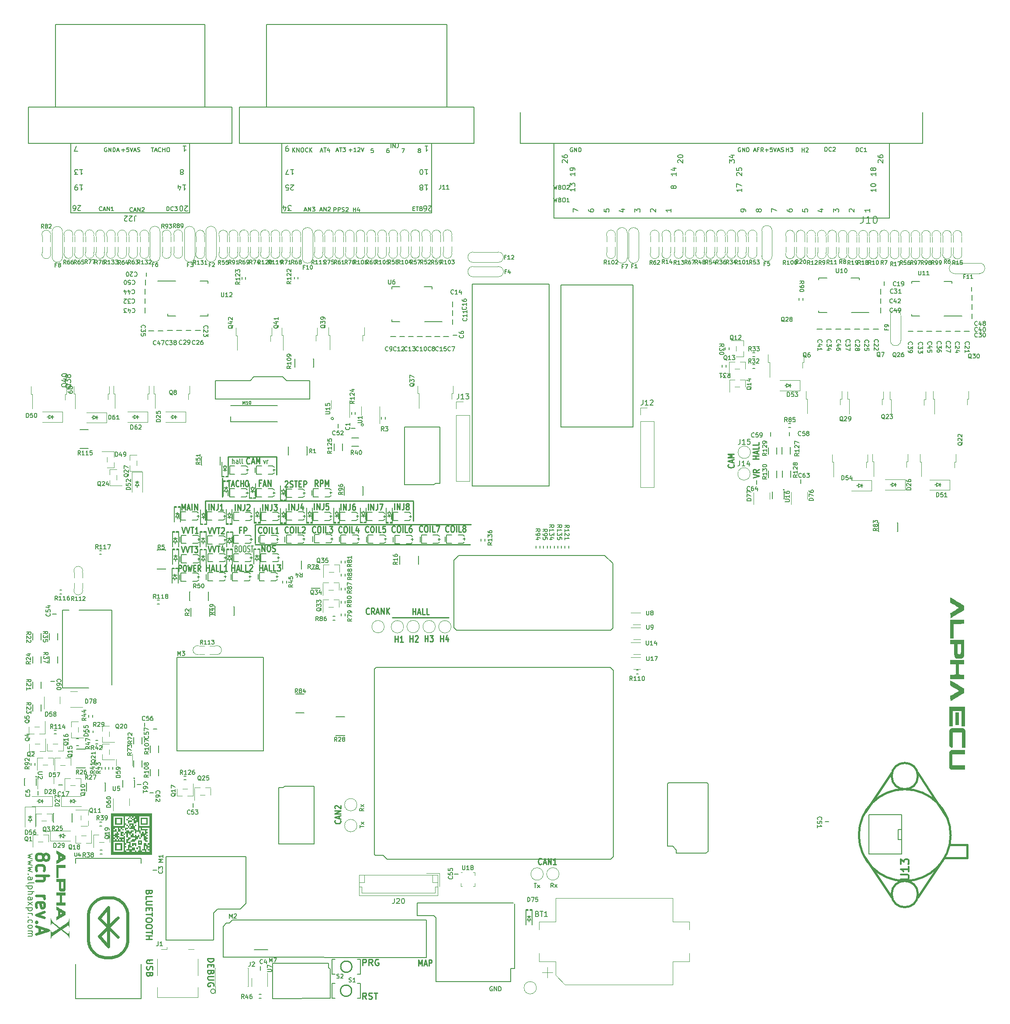
<source format=gto>
G04 #@! TF.GenerationSoftware,KiCad,Pcbnew,(6.0.9)*
G04 #@! TF.CreationDate,2022-12-12T18:39:12+02:00*
G04 #@! TF.ProjectId,alphax_8ch,616c7068-6178-45f3-9863-682e6b696361,a*
G04 #@! TF.SameCoordinates,PX141f5e0PYa2cace0*
G04 #@! TF.FileFunction,Legend,Top*
G04 #@! TF.FilePolarity,Positive*
%FSLAX46Y46*%
G04 Gerber Fmt 4.6, Leading zero omitted, Abs format (unit mm)*
G04 Created by KiCad (PCBNEW (6.0.9)) date 2022-12-12 18:39:12*
%MOMM*%
%LPD*%
G01*
G04 APERTURE LIST*
%ADD10C,0.250000*%
%ADD11C,0.170000*%
%ADD12C,0.200000*%
%ADD13C,0.500000*%
%ADD14C,0.225000*%
%ADD15C,0.127000*%
%ADD16C,0.150000*%
%ADD17C,0.304800*%
%ADD18C,0.120000*%
%ADD19C,0.099060*%
%ADD20C,0.203200*%
%ADD21C,0.254000*%
%ADD22C,0.631031*%
%ADD23C,0.381000*%
G04 APERTURE END LIST*
D10*
X35200000Y92990000D02*
X35200000Y96740000D01*
X39550001Y105310002D02*
X48950001Y105310002D01*
X44850000Y88240000D02*
X86470000Y88240000D01*
X48950001Y105310002D02*
X48950001Y101810002D01*
X44850000Y88540000D02*
X44850000Y92190000D01*
X38500001Y101110002D02*
X38500001Y97510002D01*
X82320000Y74150000D02*
X71440000Y74150000D01*
X35200000Y96740000D02*
X75510000Y96740000D01*
X45020000Y92150000D02*
X86640000Y92150000D01*
X39550001Y101910002D02*
X39550001Y105310002D01*
X75480000Y96560000D02*
X75480000Y92860000D01*
X61308571Y34860953D02*
X61365714Y34813334D01*
X61422857Y34670477D01*
X61422857Y34575239D01*
X61365714Y34432381D01*
X61251428Y34337143D01*
X61137142Y34289524D01*
X60908571Y34241905D01*
X60737142Y34241905D01*
X60508571Y34289524D01*
X60394285Y34337143D01*
X60280000Y34432381D01*
X60222857Y34575239D01*
X60222857Y34670477D01*
X60280000Y34813334D01*
X60337142Y34860953D01*
X61080000Y35241905D02*
X61080000Y35718096D01*
X61422857Y35146667D02*
X60222857Y35480000D01*
X61422857Y35813334D01*
X61422857Y36146667D02*
X60222857Y36146667D01*
X61422857Y36718096D01*
X60222857Y36718096D01*
X60337142Y37146667D02*
X60280000Y37194286D01*
X60222857Y37289524D01*
X60222857Y37527620D01*
X60280000Y37622858D01*
X60337142Y37670477D01*
X60451428Y37718096D01*
X60565714Y37718096D01*
X60737142Y37670477D01*
X61422857Y37099048D01*
X61422857Y37718096D01*
D11*
X155259523Y164438096D02*
X155259523Y165238096D01*
X155450000Y165238096D01*
X155564285Y165200000D01*
X155640476Y165123810D01*
X155678571Y165047620D01*
X155716666Y164895239D01*
X155716666Y164780953D01*
X155678571Y164628572D01*
X155640476Y164552381D01*
X155564285Y164476191D01*
X155450000Y164438096D01*
X155259523Y164438096D01*
X156516666Y164514286D02*
X156478571Y164476191D01*
X156364285Y164438096D01*
X156288095Y164438096D01*
X156173809Y164476191D01*
X156097619Y164552381D01*
X156059523Y164628572D01*
X156021428Y164780953D01*
X156021428Y164895239D01*
X156059523Y165047620D01*
X156097619Y165123810D01*
X156173809Y165200000D01*
X156288095Y165238096D01*
X156364285Y165238096D01*
X156478571Y165200000D01*
X156516666Y165161905D01*
X156821428Y165161905D02*
X156859523Y165200000D01*
X156935714Y165238096D01*
X157126190Y165238096D01*
X157202380Y165200000D01*
X157240476Y165161905D01*
X157278571Y165085715D01*
X157278571Y165009524D01*
X157240476Y164895239D01*
X156783333Y164438096D01*
X157278571Y164438096D01*
X73283333Y164988096D02*
X73816666Y164988096D01*
X73473809Y164188096D01*
X138890476Y165150000D02*
X138814285Y165188096D01*
X138700000Y165188096D01*
X138585714Y165150000D01*
X138509523Y165073810D01*
X138471428Y164997620D01*
X138433333Y164845239D01*
X138433333Y164730953D01*
X138471428Y164578572D01*
X138509523Y164502381D01*
X138585714Y164426191D01*
X138700000Y164388096D01*
X138776190Y164388096D01*
X138890476Y164426191D01*
X138928571Y164464286D01*
X138928571Y164730953D01*
X138776190Y164730953D01*
X139271428Y164388096D02*
X139271428Y165188096D01*
X139728571Y164388096D01*
X139728571Y165188096D01*
X140109523Y164388096D02*
X140109523Y165188096D01*
X140300000Y165188096D01*
X140414285Y165150000D01*
X140490476Y165073810D01*
X140528571Y164997620D01*
X140566666Y164845239D01*
X140566666Y164730953D01*
X140528571Y164578572D01*
X140490476Y164502381D01*
X140414285Y164426191D01*
X140300000Y164388096D01*
X140109523Y164388096D01*
X65870952Y37171905D02*
X65480476Y36898572D01*
X65870952Y36703334D02*
X65050952Y36703334D01*
X65050952Y37015715D01*
X65090000Y37093810D01*
X65129047Y37132858D01*
X65207142Y37171905D01*
X65324285Y37171905D01*
X65402380Y37132858D01*
X65441428Y37093810D01*
X65480476Y37015715D01*
X65480476Y36703334D01*
X65870952Y37445239D02*
X65324285Y37874762D01*
X65324285Y37445239D02*
X65870952Y37874762D01*
X106340476Y165150000D02*
X106264285Y165188096D01*
X106150000Y165188096D01*
X106035714Y165150000D01*
X105959523Y165073810D01*
X105921428Y164997620D01*
X105883333Y164845239D01*
X105883333Y164730953D01*
X105921428Y164578572D01*
X105959523Y164502381D01*
X106035714Y164426191D01*
X106150000Y164388096D01*
X106226190Y164388096D01*
X106340476Y164426191D01*
X106378571Y164464286D01*
X106378571Y164730953D01*
X106226190Y164730953D01*
X106721428Y164388096D02*
X106721428Y165188096D01*
X107178571Y164388096D01*
X107178571Y165188096D01*
X107559523Y164388096D02*
X107559523Y165188096D01*
X107750000Y165188096D01*
X107864285Y165150000D01*
X107940476Y165073810D01*
X107978571Y164997620D01*
X108016666Y164845239D01*
X108016666Y164730953D01*
X107978571Y164578572D01*
X107940476Y164502381D01*
X107864285Y164426191D01*
X107750000Y164388096D01*
X107559523Y164388096D01*
D12*
X46461905Y104624288D02*
X46652381Y103957622D01*
X46842858Y104624288D01*
X47147620Y103957622D02*
X47147620Y104624288D01*
X47147620Y104433812D02*
X47185715Y104529050D01*
X47223810Y104576669D01*
X47300001Y104624288D01*
X47376191Y104624288D01*
D10*
X30630952Y91647143D02*
X30964285Y90447143D01*
X31297619Y91647143D01*
X31488095Y91647143D02*
X31821428Y90447143D01*
X32154761Y91647143D01*
X32345238Y91647143D02*
X32916666Y91647143D01*
X32630952Y90447143D02*
X32630952Y91647143D01*
X33773809Y90447143D02*
X33202380Y90447143D01*
X33488095Y90447143D02*
X33488095Y91647143D01*
X33392857Y91475715D01*
X33297619Y91361429D01*
X33202380Y91304286D01*
X50599762Y100502860D02*
X50647381Y100560002D01*
X50742620Y100617145D01*
X50980715Y100617145D01*
X51075953Y100560002D01*
X51123572Y100502860D01*
X51171191Y100388574D01*
X51171191Y100274288D01*
X51123572Y100102860D01*
X50552143Y99417145D01*
X51171191Y99417145D01*
X51552143Y99474288D02*
X51695001Y99417145D01*
X51933096Y99417145D01*
X52028334Y99474288D01*
X52075953Y99531431D01*
X52123572Y99645717D01*
X52123572Y99760002D01*
X52075953Y99874288D01*
X52028334Y99931431D01*
X51933096Y99988574D01*
X51742620Y100045717D01*
X51647381Y100102860D01*
X51599762Y100160002D01*
X51552143Y100274288D01*
X51552143Y100388574D01*
X51599762Y100502860D01*
X51647381Y100560002D01*
X51742620Y100617145D01*
X51980715Y100617145D01*
X52123572Y100560002D01*
X52409286Y100617145D02*
X52980715Y100617145D01*
X52695001Y99417145D02*
X52695001Y100617145D01*
X53314048Y100045717D02*
X53647381Y100045717D01*
X53790239Y99417145D02*
X53314048Y99417145D01*
X53314048Y100617145D01*
X53790239Y100617145D01*
X54218810Y99417145D02*
X54218810Y100617145D01*
X54599762Y100617145D01*
X54695001Y100560002D01*
X54742620Y100502860D01*
X54790239Y100388574D01*
X54790239Y100217145D01*
X54742620Y100102860D01*
X54695001Y100045717D01*
X54599762Y99988574D01*
X54218810Y99988574D01*
X74818095Y69437143D02*
X74818095Y70637143D01*
X74818095Y70065715D02*
X75389523Y70065715D01*
X75389523Y69437143D02*
X75389523Y70637143D01*
X75818095Y70522858D02*
X75865714Y70580000D01*
X75960952Y70637143D01*
X76199047Y70637143D01*
X76294285Y70580000D01*
X76341904Y70522858D01*
X76389523Y70408572D01*
X76389523Y70294286D01*
X76341904Y70122858D01*
X75770476Y69437143D01*
X76389523Y69437143D01*
D11*
X102657142Y157888096D02*
X102847619Y157088096D01*
X103000000Y157659524D01*
X103152380Y157088096D01*
X103342857Y157888096D01*
X103914285Y157507143D02*
X104028571Y157469048D01*
X104066666Y157430953D01*
X104104761Y157354762D01*
X104104761Y157240477D01*
X104066666Y157164286D01*
X104028571Y157126191D01*
X103952380Y157088096D01*
X103647619Y157088096D01*
X103647619Y157888096D01*
X103914285Y157888096D01*
X103990476Y157850000D01*
X104028571Y157811905D01*
X104066666Y157735715D01*
X104066666Y157659524D01*
X104028571Y157583334D01*
X103990476Y157545239D01*
X103914285Y157507143D01*
X103647619Y157507143D01*
X104600000Y157888096D02*
X104752380Y157888096D01*
X104828571Y157850000D01*
X104904761Y157773810D01*
X104942857Y157621429D01*
X104942857Y157354762D01*
X104904761Y157202381D01*
X104828571Y157126191D01*
X104752380Y157088096D01*
X104600000Y157088096D01*
X104523809Y157126191D01*
X104447619Y157202381D01*
X104409523Y157354762D01*
X104409523Y157621429D01*
X104447619Y157773810D01*
X104523809Y157850000D01*
X104600000Y157888096D01*
X105247619Y157811905D02*
X105285714Y157850000D01*
X105361904Y157888096D01*
X105552380Y157888096D01*
X105628571Y157850000D01*
X105666666Y157811905D01*
X105704761Y157735715D01*
X105704761Y157659524D01*
X105666666Y157545239D01*
X105209523Y157088096D01*
X105704761Y157088096D01*
D10*
X35700952Y88045143D02*
X36034285Y86845143D01*
X36367619Y88045143D01*
X36558095Y88045143D02*
X36891428Y86845143D01*
X37224761Y88045143D01*
X37415238Y88045143D02*
X37986666Y88045143D01*
X37700952Y86845143D02*
X37700952Y88045143D01*
X38748571Y87645143D02*
X38748571Y86845143D01*
X38510476Y88102286D02*
X38272380Y87245143D01*
X38891428Y87245143D01*
D12*
X40447620Y103957622D02*
X40447620Y104957622D01*
X40790477Y103957622D02*
X40790477Y104481431D01*
X40752381Y104576669D01*
X40676191Y104624288D01*
X40561905Y104624288D01*
X40485715Y104576669D01*
X40447620Y104529050D01*
X41514286Y103957622D02*
X41514286Y104481431D01*
X41476191Y104576669D01*
X41400001Y104624288D01*
X41247620Y104624288D01*
X41171429Y104576669D01*
X41514286Y104005241D02*
X41438096Y103957622D01*
X41247620Y103957622D01*
X41171429Y104005241D01*
X41133334Y104100479D01*
X41133334Y104195717D01*
X41171429Y104290955D01*
X41247620Y104338574D01*
X41438096Y104338574D01*
X41514286Y104386193D01*
X42009524Y103957622D02*
X41933334Y104005241D01*
X41895239Y104100479D01*
X41895239Y104957622D01*
X42428572Y103957622D02*
X42352381Y104005241D01*
X42314286Y104100479D01*
X42314286Y104957622D01*
D10*
X35350000Y83147143D02*
X35350000Y84347143D01*
X35350000Y83775715D02*
X35921428Y83775715D01*
X35921428Y83147143D02*
X35921428Y84347143D01*
X36350000Y83490000D02*
X36826190Y83490000D01*
X36254761Y83147143D02*
X36588095Y84347143D01*
X36921428Y83147143D01*
X37730952Y83147143D02*
X37254761Y83147143D01*
X37254761Y84347143D01*
X38540476Y83147143D02*
X38064285Y83147143D01*
X38064285Y84347143D01*
X39397619Y83147143D02*
X38826190Y83147143D01*
X39111904Y83147143D02*
X39111904Y84347143D01*
X39016666Y84175715D01*
X38921428Y84061429D01*
X38826190Y84004286D01*
D11*
X147780348Y164369143D02*
X147780348Y165169143D01*
X147780348Y164788190D02*
X148237491Y164788190D01*
X148237491Y164369143D02*
X148237491Y165169143D01*
X148542252Y165169143D02*
X149037491Y165169143D01*
X148770824Y164864381D01*
X148885110Y164864381D01*
X148961300Y164826286D01*
X148999395Y164788190D01*
X149037491Y164712000D01*
X149037491Y164521524D01*
X148999395Y164445333D01*
X148961300Y164407238D01*
X148885110Y164369143D01*
X148656538Y164369143D01*
X148580348Y164407238D01*
X148542252Y164445333D01*
D10*
X46269047Y94897143D02*
X46269047Y96097143D01*
X46745238Y94897143D02*
X46745238Y96097143D01*
X47316666Y94897143D01*
X47316666Y96097143D01*
X48078571Y96097143D02*
X48078571Y95240000D01*
X48030952Y95068572D01*
X47935714Y94954286D01*
X47792857Y94897143D01*
X47697619Y94897143D01*
X48459523Y96097143D02*
X49078571Y96097143D01*
X48745238Y95640000D01*
X48888095Y95640000D01*
X48983333Y95582858D01*
X49030952Y95525715D01*
X49078571Y95411429D01*
X49078571Y95125715D01*
X49030952Y95011429D01*
X48983333Y94954286D01*
X48888095Y94897143D01*
X48602380Y94897143D01*
X48507142Y94954286D01*
X48459523Y95011429D01*
X56983096Y99567145D02*
X56649762Y100138574D01*
X56411667Y99567145D02*
X56411667Y100767145D01*
X56792620Y100767145D01*
X56887858Y100710002D01*
X56935477Y100652860D01*
X56983096Y100538574D01*
X56983096Y100367145D01*
X56935477Y100252860D01*
X56887858Y100195717D01*
X56792620Y100138574D01*
X56411667Y100138574D01*
X57411667Y99567145D02*
X57411667Y100767145D01*
X57792620Y100767145D01*
X57887858Y100710002D01*
X57935477Y100652860D01*
X57983096Y100538574D01*
X57983096Y100367145D01*
X57935477Y100252860D01*
X57887858Y100195717D01*
X57792620Y100138574D01*
X57411667Y100138574D01*
X58411667Y99567145D02*
X58411667Y100767145D01*
X58745001Y99910002D01*
X59078334Y100767145D01*
X59078334Y99567145D01*
X35819047Y94947143D02*
X35819047Y96147143D01*
X36295238Y94947143D02*
X36295238Y96147143D01*
X36866666Y94947143D01*
X36866666Y96147143D01*
X37628571Y96147143D02*
X37628571Y95290000D01*
X37580952Y95118572D01*
X37485714Y95004286D01*
X37342857Y94947143D01*
X37247619Y94947143D01*
X38628571Y94947143D02*
X38057142Y94947143D01*
X38342857Y94947143D02*
X38342857Y96147143D01*
X38247619Y95975715D01*
X38152380Y95861429D01*
X38057142Y95804286D01*
D11*
X15104761Y153014286D02*
X15066666Y152976191D01*
X14952380Y152938096D01*
X14876190Y152938096D01*
X14761904Y152976191D01*
X14685714Y153052381D01*
X14647619Y153128572D01*
X14609523Y153280953D01*
X14609523Y153395239D01*
X14647619Y153547620D01*
X14685714Y153623810D01*
X14761904Y153700000D01*
X14876190Y153738096D01*
X14952380Y153738096D01*
X15066666Y153700000D01*
X15104761Y153661905D01*
X15409523Y153166667D02*
X15790476Y153166667D01*
X15333333Y152938096D02*
X15600000Y153738096D01*
X15866666Y152938096D01*
X16133333Y152938096D02*
X16133333Y153738096D01*
X16590476Y152938096D01*
X16590476Y153738096D01*
X17390476Y152938096D02*
X16933333Y152938096D01*
X17161904Y152938096D02*
X17161904Y153738096D01*
X17085714Y153623810D01*
X17009523Y153547620D01*
X16933333Y153509524D01*
D10*
X30530952Y87947143D02*
X30864285Y86747143D01*
X31197619Y87947143D01*
X31388095Y87947143D02*
X31721428Y86747143D01*
X32054761Y87947143D01*
X32245238Y87947143D02*
X32816666Y87947143D01*
X32530952Y86747143D02*
X32530952Y87947143D01*
X33054761Y87947143D02*
X33673809Y87947143D01*
X33340476Y87490000D01*
X33483333Y87490000D01*
X33578571Y87432858D01*
X33626190Y87375715D01*
X33673809Y87261429D01*
X33673809Y86975715D01*
X33626190Y86861429D01*
X33578571Y86804286D01*
X33483333Y86747143D01*
X33197619Y86747143D01*
X33102380Y86804286D01*
X33054761Y86861429D01*
X51204667Y90661429D02*
X51157048Y90604286D01*
X51014191Y90547143D01*
X50918953Y90547143D01*
X50776096Y90604286D01*
X50680858Y90718572D01*
X50633239Y90832858D01*
X50585620Y91061429D01*
X50585620Y91232858D01*
X50633239Y91461429D01*
X50680858Y91575715D01*
X50776096Y91690000D01*
X50918953Y91747143D01*
X51014191Y91747143D01*
X51157048Y91690000D01*
X51204667Y91632858D01*
X51823715Y91747143D02*
X52014191Y91747143D01*
X52109429Y91690000D01*
X52204667Y91575715D01*
X52252286Y91347143D01*
X52252286Y90947143D01*
X52204667Y90718572D01*
X52109429Y90604286D01*
X52014191Y90547143D01*
X51823715Y90547143D01*
X51728477Y90604286D01*
X51633239Y90718572D01*
X51585620Y90947143D01*
X51585620Y91347143D01*
X51633239Y91575715D01*
X51728477Y91690000D01*
X51823715Y91747143D01*
X52680858Y90547143D02*
X52680858Y91747143D01*
X53633239Y90547143D02*
X53157048Y90547143D01*
X53157048Y91747143D01*
X53918953Y91632858D02*
X53966572Y91690000D01*
X54061810Y91747143D01*
X54299905Y91747143D01*
X54395143Y91690000D01*
X54442762Y91632858D01*
X54490381Y91518572D01*
X54490381Y91404286D01*
X54442762Y91232858D01*
X53871334Y90547143D01*
X54490381Y90547143D01*
D11*
X75423809Y153357143D02*
X75690476Y153357143D01*
X75804761Y152938096D02*
X75423809Y152938096D01*
X75423809Y153738096D01*
X75804761Y153738096D01*
X76033333Y153738096D02*
X76490476Y153738096D01*
X76261904Y152938096D02*
X76261904Y153738096D01*
X77023809Y153357143D02*
X77138095Y153319048D01*
X77176190Y153280953D01*
X77214285Y153204762D01*
X77214285Y153090477D01*
X77176190Y153014286D01*
X77138095Y152976191D01*
X77061904Y152938096D01*
X76757142Y152938096D01*
X76757142Y153738096D01*
X77023809Y153738096D01*
X77100000Y153700000D01*
X77138095Y153661905D01*
X77176190Y153585715D01*
X77176190Y153509524D01*
X77138095Y153433334D01*
X77100000Y153395239D01*
X77023809Y153357143D01*
X76757142Y153357143D01*
X98893809Y22629048D02*
X99362380Y22629048D01*
X99128095Y21809048D02*
X99128095Y22629048D01*
X99557619Y21809048D02*
X99987142Y22355715D01*
X99557619Y22355715D02*
X99987142Y21809048D01*
X63840476Y152788096D02*
X63840476Y153588096D01*
X63840476Y153207143D02*
X64297619Y153207143D01*
X64297619Y152788096D02*
X64297619Y153588096D01*
X65021428Y153321429D02*
X65021428Y152788096D01*
X64830952Y153626191D02*
X64640476Y153054762D01*
X65135714Y153054762D01*
D10*
X66937142Y74901429D02*
X66889523Y74844286D01*
X66746666Y74787143D01*
X66651428Y74787143D01*
X66508571Y74844286D01*
X66413333Y74958572D01*
X66365714Y75072858D01*
X66318095Y75301429D01*
X66318095Y75472858D01*
X66365714Y75701429D01*
X66413333Y75815715D01*
X66508571Y75930000D01*
X66651428Y75987143D01*
X66746666Y75987143D01*
X66889523Y75930000D01*
X66937142Y75872858D01*
X67937142Y74787143D02*
X67603809Y75358572D01*
X67365714Y74787143D02*
X67365714Y75987143D01*
X67746666Y75987143D01*
X67841904Y75930000D01*
X67889523Y75872858D01*
X67937142Y75758572D01*
X67937142Y75587143D01*
X67889523Y75472858D01*
X67841904Y75415715D01*
X67746666Y75358572D01*
X67365714Y75358572D01*
X68318095Y75130000D02*
X68794285Y75130000D01*
X68222857Y74787143D02*
X68556190Y75987143D01*
X68889523Y74787143D01*
X69222857Y74787143D02*
X69222857Y75987143D01*
X69794285Y74787143D01*
X69794285Y75987143D01*
X70270476Y74787143D02*
X70270476Y75987143D01*
X70841904Y74787143D02*
X70413333Y75472858D01*
X70841904Y75987143D02*
X70270476Y75301429D01*
D11*
X16047619Y165150000D02*
X15971428Y165188096D01*
X15857142Y165188096D01*
X15742857Y165150000D01*
X15666666Y165073810D01*
X15628571Y164997620D01*
X15590476Y164845239D01*
X15590476Y164730953D01*
X15628571Y164578572D01*
X15666666Y164502381D01*
X15742857Y164426191D01*
X15857142Y164388096D01*
X15933333Y164388096D01*
X16047619Y164426191D01*
X16085714Y164464286D01*
X16085714Y164730953D01*
X15933333Y164730953D01*
X16428571Y164388096D02*
X16428571Y165188096D01*
X16885714Y164388096D01*
X16885714Y165188096D01*
X17266666Y164388096D02*
X17266666Y165188096D01*
X17457142Y165188096D01*
X17571428Y165150000D01*
X17647619Y165073810D01*
X17685714Y164997620D01*
X17723809Y164845239D01*
X17723809Y164730953D01*
X17685714Y164578572D01*
X17647619Y164502381D01*
X17571428Y164426191D01*
X17457142Y164388096D01*
X17266666Y164388096D01*
X18028571Y164616667D02*
X18409523Y164616667D01*
X17952380Y164388096D02*
X18219047Y165188096D01*
X18485714Y164388096D01*
D13*
X3797619Y27898810D02*
X3916666Y28117858D01*
X4035714Y28227381D01*
X4273809Y28336905D01*
X4392857Y28336905D01*
X4630952Y28227381D01*
X4750000Y28117858D01*
X4869047Y27898810D01*
X4869047Y27460715D01*
X4750000Y27241667D01*
X4630952Y27132143D01*
X4392857Y27022620D01*
X4273809Y27022620D01*
X4035714Y27132143D01*
X3916666Y27241667D01*
X3797619Y27460715D01*
X3797619Y27898810D01*
X3678571Y28117858D01*
X3559523Y28227381D01*
X3321428Y28336905D01*
X2845238Y28336905D01*
X2607142Y28227381D01*
X2488095Y28117858D01*
X2369047Y27898810D01*
X2369047Y27460715D01*
X2488095Y27241667D01*
X2607142Y27132143D01*
X2845238Y27022620D01*
X3321428Y27022620D01*
X3559523Y27132143D01*
X3678571Y27241667D01*
X3797619Y27460715D01*
X2488095Y25051191D02*
X2369047Y25270239D01*
X2369047Y25708334D01*
X2488095Y25927381D01*
X2607142Y26036905D01*
X2845238Y26146429D01*
X3559523Y26146429D01*
X3797619Y26036905D01*
X3916666Y25927381D01*
X4035714Y25708334D01*
X4035714Y25270239D01*
X3916666Y25051191D01*
X2369047Y24065477D02*
X4869047Y24065477D01*
X2369047Y23079762D02*
X3678571Y23079762D01*
X3916666Y23189286D01*
X4035714Y23408334D01*
X4035714Y23736905D01*
X3916666Y23955953D01*
X3797619Y24065477D01*
X2369047Y20232143D02*
X4035714Y20232143D01*
X3559523Y20232143D02*
X3797619Y20122620D01*
X3916666Y20013096D01*
X4035714Y19794048D01*
X4035714Y19575000D01*
X2488095Y17932143D02*
X2369047Y18151191D01*
X2369047Y18589286D01*
X2488095Y18808334D01*
X2726190Y18917858D01*
X3678571Y18917858D01*
X3916666Y18808334D01*
X4035714Y18589286D01*
X4035714Y18151191D01*
X3916666Y17932143D01*
X3678571Y17822620D01*
X3440476Y17822620D01*
X3202380Y18917858D01*
X4035714Y17055953D02*
X2369047Y16508334D01*
X4035714Y15960715D01*
X2607142Y15084524D02*
X2488095Y14975000D01*
X2369047Y15084524D01*
X2488095Y15194048D01*
X2607142Y15084524D01*
X2369047Y15084524D01*
X3083333Y14098810D02*
X3083333Y13003572D01*
X2369047Y14317858D02*
X4869047Y13551191D01*
X2369047Y12784524D01*
D10*
X80718095Y69467143D02*
X80718095Y70667143D01*
X80718095Y70095715D02*
X81289523Y70095715D01*
X81289523Y69467143D02*
X81289523Y70667143D01*
X82194285Y70267143D02*
X82194285Y69467143D01*
X81956190Y70724286D02*
X81718095Y69867143D01*
X82337142Y69867143D01*
X42097348Y91067636D02*
X41764014Y91067636D01*
X41764014Y90439064D02*
X41764014Y91639064D01*
X42240205Y91639064D01*
X42621157Y90439064D02*
X42621157Y91639064D01*
X43002110Y91639064D01*
X43097348Y91581921D01*
X43144967Y91524779D01*
X43192586Y91410493D01*
X43192586Y91239064D01*
X43144967Y91124779D01*
X43097348Y91067636D01*
X43002110Y91010493D01*
X42621157Y91010493D01*
X66796668Y90751433D02*
X66749049Y90694290D01*
X66606192Y90637147D01*
X66510954Y90637147D01*
X66368097Y90694290D01*
X66272859Y90808576D01*
X66225240Y90922862D01*
X66177621Y91151433D01*
X66177621Y91322862D01*
X66225240Y91551433D01*
X66272859Y91665719D01*
X66368097Y91780004D01*
X66510954Y91837147D01*
X66606192Y91837147D01*
X66749049Y91780004D01*
X66796668Y91722862D01*
X67415716Y91837147D02*
X67606192Y91837147D01*
X67701430Y91780004D01*
X67796668Y91665719D01*
X67844287Y91437147D01*
X67844287Y91037147D01*
X67796668Y90808576D01*
X67701430Y90694290D01*
X67606192Y90637147D01*
X67415716Y90637147D01*
X67320478Y90694290D01*
X67225240Y90808576D01*
X67177621Y91037147D01*
X67177621Y91437147D01*
X67225240Y91665719D01*
X67320478Y91780004D01*
X67415716Y91837147D01*
X68272859Y90637147D02*
X68272859Y91837147D01*
X69225240Y90637147D02*
X68749049Y90637147D01*
X68749049Y91837147D01*
X70034763Y91837147D02*
X69558573Y91837147D01*
X69510954Y91265719D01*
X69558573Y91322862D01*
X69653811Y91380004D01*
X69891906Y91380004D01*
X69987144Y91322862D01*
X70034763Y91265719D01*
X70082382Y91151433D01*
X70082382Y90865719D01*
X70034763Y90751433D01*
X69987144Y90694290D01*
X69891906Y90637147D01*
X69653811Y90637147D01*
X69558573Y90694290D01*
X69510954Y90751433D01*
X43759524Y104031431D02*
X43711905Y103974288D01*
X43569048Y103917145D01*
X43473810Y103917145D01*
X43330953Y103974288D01*
X43235715Y104088574D01*
X43188096Y104202860D01*
X43140477Y104431431D01*
X43140477Y104602860D01*
X43188096Y104831431D01*
X43235715Y104945717D01*
X43330953Y105060002D01*
X43473810Y105117145D01*
X43569048Y105117145D01*
X43711905Y105060002D01*
X43759524Y105002860D01*
X44140477Y104260002D02*
X44616667Y104260002D01*
X44045239Y103917145D02*
X44378572Y105117145D01*
X44711905Y103917145D01*
X45045239Y103917145D02*
X45045239Y105117145D01*
X45378572Y104260002D01*
X45711905Y105117145D01*
X45711905Y103917145D01*
D11*
X76573809Y164645239D02*
X76497619Y164683334D01*
X76459523Y164721429D01*
X76421428Y164797620D01*
X76421428Y164835715D01*
X76459523Y164911905D01*
X76497619Y164950000D01*
X76573809Y164988096D01*
X76726190Y164988096D01*
X76802380Y164950000D01*
X76840476Y164911905D01*
X76878571Y164835715D01*
X76878571Y164797620D01*
X76840476Y164721429D01*
X76802380Y164683334D01*
X76726190Y164645239D01*
X76573809Y164645239D01*
X76497619Y164607143D01*
X76459523Y164569048D01*
X76421428Y164492858D01*
X76421428Y164340477D01*
X76459523Y164264286D01*
X76497619Y164226191D01*
X76573809Y164188096D01*
X76726190Y164188096D01*
X76802380Y164226191D01*
X76840476Y164264286D01*
X76878571Y164340477D01*
X76878571Y164492858D01*
X76840476Y164569048D01*
X76802380Y164607143D01*
X76726190Y164645239D01*
D10*
X40250000Y83147143D02*
X40250000Y84347143D01*
X40250000Y83775715D02*
X40821428Y83775715D01*
X40821428Y83147143D02*
X40821428Y84347143D01*
X41250000Y83490000D02*
X41726190Y83490000D01*
X41154761Y83147143D02*
X41488095Y84347143D01*
X41821428Y83147143D01*
X42630952Y83147143D02*
X42154761Y83147143D01*
X42154761Y84347143D01*
X43440476Y83147143D02*
X42964285Y83147143D01*
X42964285Y84347143D01*
X43726190Y84232858D02*
X43773809Y84290000D01*
X43869047Y84347143D01*
X44107142Y84347143D01*
X44202380Y84290000D01*
X44250000Y84232858D01*
X44297619Y84118572D01*
X44297619Y84004286D01*
X44250000Y83832858D01*
X43678571Y83147143D01*
X44297619Y83147143D01*
D11*
X60078571Y152788096D02*
X60078571Y153588096D01*
X60383333Y153588096D01*
X60459523Y153550000D01*
X60497619Y153511905D01*
X60535714Y153435715D01*
X60535714Y153321429D01*
X60497619Y153245239D01*
X60459523Y153207143D01*
X60383333Y153169048D01*
X60078571Y153169048D01*
X60878571Y152788096D02*
X60878571Y153588096D01*
X61183333Y153588096D01*
X61259523Y153550000D01*
X61297619Y153511905D01*
X61335714Y153435715D01*
X61335714Y153321429D01*
X61297619Y153245239D01*
X61259523Y153207143D01*
X61183333Y153169048D01*
X60878571Y153169048D01*
X61640476Y152826191D02*
X61754761Y152788096D01*
X61945238Y152788096D01*
X62021428Y152826191D01*
X62059523Y152864286D01*
X62097619Y152940477D01*
X62097619Y153016667D01*
X62059523Y153092858D01*
X62021428Y153130953D01*
X61945238Y153169048D01*
X61792857Y153207143D01*
X61716666Y153245239D01*
X61678571Y153283334D01*
X61640476Y153359524D01*
X61640476Y153435715D01*
X61678571Y153511905D01*
X61716666Y153550000D01*
X61792857Y153588096D01*
X61983333Y153588096D01*
X62097619Y153550000D01*
X62402380Y153511905D02*
X62440476Y153550000D01*
X62516666Y153588096D01*
X62707142Y153588096D01*
X62783333Y153550000D01*
X62821428Y153511905D01*
X62859523Y153435715D01*
X62859523Y153359524D01*
X62821428Y153245239D01*
X62364285Y152788096D01*
X62859523Y152788096D01*
D10*
X142462857Y104876211D02*
X141262857Y104876211D01*
X141834285Y104876211D02*
X141834285Y105447640D01*
X142462857Y105447640D02*
X141262857Y105447640D01*
X142120000Y105876211D02*
X142120000Y106352401D01*
X142462857Y105780973D02*
X141262857Y106114306D01*
X142462857Y106447640D01*
X142462857Y107257163D02*
X142462857Y106780973D01*
X141262857Y106780973D01*
X142462857Y108066687D02*
X142462857Y107590497D01*
X141262857Y107590497D01*
D11*
X62990476Y164692858D02*
X63600000Y164692858D01*
X63295238Y164388096D02*
X63295238Y164997620D01*
X64400000Y164388096D02*
X63942857Y164388096D01*
X64171428Y164388096D02*
X64171428Y165188096D01*
X64095238Y165073810D01*
X64019047Y164997620D01*
X63942857Y164959524D01*
X64704761Y165111905D02*
X64742857Y165150000D01*
X64819047Y165188096D01*
X65009523Y165188096D01*
X65085714Y165150000D01*
X65123809Y165111905D01*
X65161904Y165035715D01*
X65161904Y164959524D01*
X65123809Y164845239D01*
X64666666Y164388096D01*
X65161904Y164388096D01*
X65390476Y165188096D02*
X65657142Y164388096D01*
X65923809Y165188096D01*
D10*
X45650000Y83157143D02*
X45650000Y84357143D01*
X45650000Y83785715D02*
X46221428Y83785715D01*
X46221428Y83157143D02*
X46221428Y84357143D01*
X46650000Y83500000D02*
X47126190Y83500000D01*
X46554761Y83157143D02*
X46888095Y84357143D01*
X47221428Y83157143D01*
X48030952Y83157143D02*
X47554761Y83157143D01*
X47554761Y84357143D01*
X48840476Y83157143D02*
X48364285Y83157143D01*
X48364285Y84357143D01*
X49078571Y84357143D02*
X49697619Y84357143D01*
X49364285Y83900000D01*
X49507142Y83900000D01*
X49602380Y83842858D01*
X49650000Y83785715D01*
X49697619Y83671429D01*
X49697619Y83385715D01*
X49650000Y83271429D01*
X49602380Y83214286D01*
X49507142Y83157143D01*
X49221428Y83157143D01*
X49126190Y83214286D01*
X49078571Y83271429D01*
X71934667Y90801429D02*
X71887048Y90744286D01*
X71744191Y90687143D01*
X71648953Y90687143D01*
X71506096Y90744286D01*
X71410858Y90858572D01*
X71363239Y90972858D01*
X71315620Y91201429D01*
X71315620Y91372858D01*
X71363239Y91601429D01*
X71410858Y91715715D01*
X71506096Y91830000D01*
X71648953Y91887143D01*
X71744191Y91887143D01*
X71887048Y91830000D01*
X71934667Y91772858D01*
X72553715Y91887143D02*
X72744191Y91887143D01*
X72839429Y91830000D01*
X72934667Y91715715D01*
X72982286Y91487143D01*
X72982286Y91087143D01*
X72934667Y90858572D01*
X72839429Y90744286D01*
X72744191Y90687143D01*
X72553715Y90687143D01*
X72458477Y90744286D01*
X72363239Y90858572D01*
X72315620Y91087143D01*
X72315620Y91487143D01*
X72363239Y91715715D01*
X72458477Y91830000D01*
X72553715Y91887143D01*
X73410858Y90687143D02*
X73410858Y91887143D01*
X74363239Y90687143D02*
X73887048Y90687143D01*
X73887048Y91887143D01*
X75125143Y91887143D02*
X74934667Y91887143D01*
X74839429Y91830000D01*
X74791810Y91772858D01*
X74696572Y91601429D01*
X74648953Y91372858D01*
X74648953Y90915715D01*
X74696572Y90801429D01*
X74744191Y90744286D01*
X74839429Y90687143D01*
X75029905Y90687143D01*
X75125143Y90744286D01*
X75172762Y90801429D01*
X75220381Y90915715D01*
X75220381Y91201429D01*
X75172762Y91315715D01*
X75125143Y91372858D01*
X75029905Y91430000D01*
X74839429Y91430000D01*
X74744191Y91372858D01*
X74696572Y91315715D01*
X74648953Y91201429D01*
D11*
X90775238Y2610000D02*
X90697142Y2649048D01*
X90580000Y2649048D01*
X90462857Y2610000D01*
X90384761Y2531905D01*
X90345714Y2453810D01*
X90306666Y2297620D01*
X90306666Y2180477D01*
X90345714Y2024286D01*
X90384761Y1946191D01*
X90462857Y1868096D01*
X90580000Y1829048D01*
X90658095Y1829048D01*
X90775238Y1868096D01*
X90814285Y1907143D01*
X90814285Y2180477D01*
X90658095Y2180477D01*
X91165714Y1829048D02*
X91165714Y2649048D01*
X91634285Y1829048D01*
X91634285Y2649048D01*
X92024761Y1829048D02*
X92024761Y2649048D01*
X92220000Y2649048D01*
X92337142Y2610000D01*
X92415238Y2531905D01*
X92454285Y2453810D01*
X92493333Y2297620D01*
X92493333Y2180477D01*
X92454285Y2024286D01*
X92415238Y1946191D01*
X92337142Y1868096D01*
X92220000Y1829048D01*
X92024761Y1829048D01*
X161309523Y164388096D02*
X161309523Y165188096D01*
X161500000Y165188096D01*
X161614285Y165150000D01*
X161690476Y165073810D01*
X161728571Y164997620D01*
X161766666Y164845239D01*
X161766666Y164730953D01*
X161728571Y164578572D01*
X161690476Y164502381D01*
X161614285Y164426191D01*
X161500000Y164388096D01*
X161309523Y164388096D01*
X162566666Y164464286D02*
X162528571Y164426191D01*
X162414285Y164388096D01*
X162338095Y164388096D01*
X162223809Y164426191D01*
X162147619Y164502381D01*
X162109523Y164578572D01*
X162071428Y164730953D01*
X162071428Y164845239D01*
X162109523Y164997620D01*
X162147619Y165073810D01*
X162223809Y165150000D01*
X162338095Y165188096D01*
X162414285Y165188096D01*
X162528571Y165150000D01*
X162566666Y165111905D01*
X163328571Y164388096D02*
X162871428Y164388096D01*
X163100000Y164388096D02*
X163100000Y165188096D01*
X163023809Y165073810D01*
X162947619Y164997620D01*
X162871428Y164959524D01*
D10*
X51369047Y94947143D02*
X51369047Y96147143D01*
X51845238Y94947143D02*
X51845238Y96147143D01*
X52416666Y94947143D01*
X52416666Y96147143D01*
X53178571Y96147143D02*
X53178571Y95290000D01*
X53130952Y95118572D01*
X53035714Y95004286D01*
X52892857Y94947143D01*
X52797619Y94947143D01*
X54083333Y95747143D02*
X54083333Y94947143D01*
X53845238Y96204286D02*
X53607142Y95347143D01*
X54226190Y95347143D01*
X71918095Y69397143D02*
X71918095Y70597143D01*
X71918095Y70025715D02*
X72489523Y70025715D01*
X72489523Y69397143D02*
X72489523Y70597143D01*
X73489523Y69397143D02*
X72918095Y69397143D01*
X73203809Y69397143D02*
X73203809Y70597143D01*
X73108571Y70425715D01*
X73013333Y70311429D01*
X72918095Y70254286D01*
D11*
X150786265Y164347672D02*
X150786265Y165147672D01*
X150786265Y164766719D02*
X151243408Y164766719D01*
X151243408Y164347672D02*
X151243408Y165147672D01*
X151586265Y165071481D02*
X151624360Y165109576D01*
X151700550Y165147672D01*
X151891027Y165147672D01*
X151967217Y165109576D01*
X152005312Y165071481D01*
X152043408Y164995291D01*
X152043408Y164919100D01*
X152005312Y164804815D01*
X151548169Y164347672D01*
X152043408Y164347672D01*
D10*
X65675714Y6767143D02*
X65675714Y7967143D01*
X66132857Y7967143D01*
X66247142Y7910000D01*
X66304285Y7852858D01*
X66361428Y7738572D01*
X66361428Y7567143D01*
X66304285Y7452858D01*
X66247142Y7395715D01*
X66132857Y7338572D01*
X65675714Y7338572D01*
X67561428Y6767143D02*
X67161428Y7338572D01*
X66875714Y6767143D02*
X66875714Y7967143D01*
X67332857Y7967143D01*
X67447142Y7910000D01*
X67504285Y7852858D01*
X67561428Y7738572D01*
X67561428Y7567143D01*
X67504285Y7452858D01*
X67447142Y7395715D01*
X67332857Y7338572D01*
X66875714Y7338572D01*
X68704285Y7910000D02*
X68590000Y7967143D01*
X68418571Y7967143D01*
X68247142Y7910000D01*
X68132857Y7795715D01*
X68075714Y7681429D01*
X68018571Y7452858D01*
X68018571Y7281429D01*
X68075714Y7052858D01*
X68132857Y6938572D01*
X68247142Y6824286D01*
X68418571Y6767143D01*
X68532857Y6767143D01*
X68704285Y6824286D01*
X68761428Y6881429D01*
X68761428Y7281429D01*
X68532857Y7281429D01*
D11*
X18947619Y164692858D02*
X19557142Y164692858D01*
X19252380Y164388096D02*
X19252380Y164997620D01*
X20319047Y165188096D02*
X19938095Y165188096D01*
X19900000Y164807143D01*
X19938095Y164845239D01*
X20014285Y164883334D01*
X20204761Y164883334D01*
X20280952Y164845239D01*
X20319047Y164807143D01*
X20357142Y164730953D01*
X20357142Y164540477D01*
X20319047Y164464286D01*
X20280952Y164426191D01*
X20204761Y164388096D01*
X20014285Y164388096D01*
X19938095Y164426191D01*
X19900000Y164464286D01*
X20585714Y165188096D02*
X20852380Y164388096D01*
X21119047Y165188096D01*
X21347619Y164616667D02*
X21728571Y164616667D01*
X21271428Y164388096D02*
X21538095Y165188096D01*
X21804761Y164388096D01*
X22033333Y164426191D02*
X22147619Y164388096D01*
X22338095Y164388096D01*
X22414285Y164426191D01*
X22452380Y164464286D01*
X22490476Y164540477D01*
X22490476Y164616667D01*
X22452380Y164692858D01*
X22414285Y164730953D01*
X22338095Y164769048D01*
X22185714Y164807143D01*
X22109523Y164845239D01*
X22071428Y164883334D01*
X22033333Y164959524D01*
X22033333Y165035715D01*
X22071428Y165111905D01*
X22109523Y165150000D01*
X22185714Y165188096D01*
X22376190Y165188096D01*
X22490476Y165150000D01*
X102657142Y155438096D02*
X102847619Y154638096D01*
X103000000Y155209524D01*
X103152380Y154638096D01*
X103342857Y155438096D01*
X103914285Y155057143D02*
X104028571Y155019048D01*
X104066666Y154980953D01*
X104104761Y154904762D01*
X104104761Y154790477D01*
X104066666Y154714286D01*
X104028571Y154676191D01*
X103952380Y154638096D01*
X103647619Y154638096D01*
X103647619Y155438096D01*
X103914285Y155438096D01*
X103990476Y155400000D01*
X104028571Y155361905D01*
X104066666Y155285715D01*
X104066666Y155209524D01*
X104028571Y155133334D01*
X103990476Y155095239D01*
X103914285Y155057143D01*
X103647619Y155057143D01*
X104600000Y155438096D02*
X104752380Y155438096D01*
X104828571Y155400000D01*
X104904761Y155323810D01*
X104942857Y155171429D01*
X104942857Y154904762D01*
X104904761Y154752381D01*
X104828571Y154676191D01*
X104752380Y154638096D01*
X104600000Y154638096D01*
X104523809Y154676191D01*
X104447619Y154752381D01*
X104409523Y154904762D01*
X104409523Y155171429D01*
X104447619Y155323810D01*
X104523809Y155400000D01*
X104600000Y155438096D01*
X105704761Y154638096D02*
X105247619Y154638096D01*
X105476190Y154638096D02*
X105476190Y155438096D01*
X105400000Y155323810D01*
X105323809Y155247620D01*
X105247619Y155209524D01*
X143697619Y164692858D02*
X144307142Y164692858D01*
X144002380Y164388096D02*
X144002380Y164997620D01*
X145069047Y165188096D02*
X144688095Y165188096D01*
X144650000Y164807143D01*
X144688095Y164845239D01*
X144764285Y164883334D01*
X144954761Y164883334D01*
X145030952Y164845239D01*
X145069047Y164807143D01*
X145107142Y164730953D01*
X145107142Y164540477D01*
X145069047Y164464286D01*
X145030952Y164426191D01*
X144954761Y164388096D01*
X144764285Y164388096D01*
X144688095Y164426191D01*
X144650000Y164464286D01*
X145335714Y165188096D02*
X145602380Y164388096D01*
X145869047Y165188096D01*
X146097619Y164616667D02*
X146478571Y164616667D01*
X146021428Y164388096D02*
X146288095Y165188096D01*
X146554761Y164388096D01*
X146783333Y164426191D02*
X146897619Y164388096D01*
X147088095Y164388096D01*
X147164285Y164426191D01*
X147202380Y164464286D01*
X147240476Y164540477D01*
X147240476Y164616667D01*
X147202380Y164692858D01*
X147164285Y164730953D01*
X147088095Y164769048D01*
X146935714Y164807143D01*
X146859523Y164845239D01*
X146821428Y164883334D01*
X146783333Y164959524D01*
X146783333Y165035715D01*
X146821428Y165111905D01*
X146859523Y165150000D01*
X146935714Y165188096D01*
X147126190Y165188096D01*
X147240476Y165150000D01*
D10*
X24957142Y7814286D02*
X23985714Y7814286D01*
X23871428Y7757143D01*
X23814285Y7700000D01*
X23757142Y7585715D01*
X23757142Y7357143D01*
X23814285Y7242858D01*
X23871428Y7185715D01*
X23985714Y7128572D01*
X24957142Y7128572D01*
X23814285Y6614286D02*
X23757142Y6442858D01*
X23757142Y6157143D01*
X23814285Y6042858D01*
X23871428Y5985715D01*
X23985714Y5928572D01*
X24100000Y5928572D01*
X24214285Y5985715D01*
X24271428Y6042858D01*
X24328571Y6157143D01*
X24385714Y6385715D01*
X24442857Y6500000D01*
X24500000Y6557143D01*
X24614285Y6614286D01*
X24728571Y6614286D01*
X24842857Y6557143D01*
X24900000Y6500000D01*
X24957142Y6385715D01*
X24957142Y6100000D01*
X24900000Y5928572D01*
X24385714Y5014286D02*
X24328571Y4842858D01*
X24271428Y4785715D01*
X24157142Y4728572D01*
X23985714Y4728572D01*
X23871428Y4785715D01*
X23814285Y4842858D01*
X23757142Y4957143D01*
X23757142Y5414286D01*
X24957142Y5414286D01*
X24957142Y5014286D01*
X24900000Y4900000D01*
X24842857Y4842858D01*
X24728571Y4785715D01*
X24614285Y4785715D01*
X24500000Y4842858D01*
X24442857Y4900000D01*
X24385714Y5014286D01*
X24385714Y5414286D01*
X45928478Y100195717D02*
X45595144Y100195717D01*
X45595144Y99567145D02*
X45595144Y100767145D01*
X46071335Y100767145D01*
X46404668Y99910002D02*
X46880859Y99910002D01*
X46309430Y99567145D02*
X46642763Y100767145D01*
X46976097Y99567145D01*
X47309430Y99567145D02*
X47309430Y100767145D01*
X47880859Y99567145D01*
X47880859Y100767145D01*
X35607142Y8135715D02*
X36807142Y8135715D01*
X36807142Y7850000D01*
X36750000Y7678572D01*
X36635714Y7564286D01*
X36521428Y7507143D01*
X36292857Y7450000D01*
X36121428Y7450000D01*
X35892857Y7507143D01*
X35778571Y7564286D01*
X35664285Y7678572D01*
X35607142Y7850000D01*
X35607142Y8135715D01*
X36235714Y6935715D02*
X36235714Y6535715D01*
X35607142Y6364286D02*
X35607142Y6935715D01*
X36807142Y6935715D01*
X36807142Y6364286D01*
X36235714Y5450000D02*
X36178571Y5278572D01*
X36121428Y5221429D01*
X36007142Y5164286D01*
X35835714Y5164286D01*
X35721428Y5221429D01*
X35664285Y5278572D01*
X35607142Y5392858D01*
X35607142Y5850000D01*
X36807142Y5850000D01*
X36807142Y5450000D01*
X36750000Y5335715D01*
X36692857Y5278572D01*
X36578571Y5221429D01*
X36464285Y5221429D01*
X36350000Y5278572D01*
X36292857Y5335715D01*
X36235714Y5450000D01*
X36235714Y5850000D01*
X36807142Y4650000D02*
X35835714Y4650000D01*
X35721428Y4592858D01*
X35664285Y4535715D01*
X35607142Y4421429D01*
X35607142Y4192858D01*
X35664285Y4078572D01*
X35721428Y4021429D01*
X35835714Y3964286D01*
X36807142Y3964286D01*
X36750000Y2764286D02*
X36807142Y2878572D01*
X36807142Y3050000D01*
X36750000Y3221429D01*
X36635714Y3335715D01*
X36521428Y3392858D01*
X36292857Y3450000D01*
X36121428Y3450000D01*
X35892857Y3392858D01*
X35778571Y3335715D01*
X35664285Y3221429D01*
X35607142Y3050000D01*
X35607142Y2935715D01*
X35664285Y2764286D01*
X35721428Y2707143D01*
X36121428Y2707143D01*
X36121428Y2935715D01*
D11*
X65110952Y33443810D02*
X65110952Y33912381D01*
X65930952Y33678096D02*
X65110952Y33678096D01*
X65930952Y34107620D02*
X65384285Y34537143D01*
X65384285Y34107620D02*
X65930952Y34537143D01*
D10*
X56516666Y90711429D02*
X56469047Y90654286D01*
X56326190Y90597143D01*
X56230952Y90597143D01*
X56088095Y90654286D01*
X55992857Y90768572D01*
X55945238Y90882858D01*
X55897619Y91111429D01*
X55897619Y91282858D01*
X55945238Y91511429D01*
X55992857Y91625715D01*
X56088095Y91740000D01*
X56230952Y91797143D01*
X56326190Y91797143D01*
X56469047Y91740000D01*
X56516666Y91682858D01*
X57135714Y91797143D02*
X57326190Y91797143D01*
X57421428Y91740000D01*
X57516666Y91625715D01*
X57564285Y91397143D01*
X57564285Y90997143D01*
X57516666Y90768572D01*
X57421428Y90654286D01*
X57326190Y90597143D01*
X57135714Y90597143D01*
X57040476Y90654286D01*
X56945238Y90768572D01*
X56897619Y90997143D01*
X56897619Y91397143D01*
X56945238Y91625715D01*
X57040476Y91740000D01*
X57135714Y91797143D01*
X57992857Y90597143D02*
X57992857Y91797143D01*
X58945238Y90597143D02*
X58469047Y90597143D01*
X58469047Y91797143D01*
X59183333Y91797143D02*
X59802380Y91797143D01*
X59469047Y91340000D01*
X59611904Y91340000D01*
X59707142Y91282858D01*
X59754761Y91225715D01*
X59802380Y91111429D01*
X59802380Y90825715D01*
X59754761Y90711429D01*
X59707142Y90654286D01*
X59611904Y90597143D01*
X59326190Y90597143D01*
X59230952Y90654286D01*
X59183333Y90711429D01*
X30576190Y94947143D02*
X30576190Y96147143D01*
X30909523Y95290000D01*
X31242857Y96147143D01*
X31242857Y94947143D01*
X31671428Y95290000D02*
X32147619Y95290000D01*
X31576190Y94947143D02*
X31909523Y96147143D01*
X32242857Y94947143D01*
X32576190Y94947143D02*
X32576190Y96147143D01*
X33052380Y94947143D02*
X33052380Y96147143D01*
X33623809Y94947143D01*
X33623809Y96147143D01*
D11*
X57523809Y164566667D02*
X57904761Y164566667D01*
X57447619Y164338096D02*
X57714285Y165138096D01*
X57980952Y164338096D01*
X58133333Y165138096D02*
X58590476Y165138096D01*
X58361904Y164338096D02*
X58361904Y165138096D01*
X59200000Y164871429D02*
X59200000Y164338096D01*
X59009523Y165176191D02*
X58819047Y164604762D01*
X59314285Y164604762D01*
X57409523Y153066667D02*
X57790476Y153066667D01*
X57333333Y152838096D02*
X57600000Y153638096D01*
X57866666Y152838096D01*
X58133333Y152838096D02*
X58133333Y153638096D01*
X58590476Y152838096D01*
X58590476Y153638096D01*
X58933333Y153561905D02*
X58971428Y153600000D01*
X59047619Y153638096D01*
X59238095Y153638096D01*
X59314285Y153600000D01*
X59352380Y153561905D01*
X59390476Y153485715D01*
X59390476Y153409524D01*
X59352380Y153295239D01*
X58895238Y152838096D01*
X59390476Y152838096D01*
X24690476Y165188096D02*
X25147619Y165188096D01*
X24919047Y164388096D02*
X24919047Y165188096D01*
X25376190Y164616667D02*
X25757142Y164616667D01*
X25300000Y164388096D02*
X25566666Y165188096D01*
X25833333Y164388096D01*
X26557142Y164464286D02*
X26519047Y164426191D01*
X26404761Y164388096D01*
X26328571Y164388096D01*
X26214285Y164426191D01*
X26138095Y164502381D01*
X26100000Y164578572D01*
X26061904Y164730953D01*
X26061904Y164845239D01*
X26100000Y164997620D01*
X26138095Y165073810D01*
X26214285Y165150000D01*
X26328571Y165188096D01*
X26404761Y165188096D01*
X26519047Y165150000D01*
X26557142Y165111905D01*
X26900000Y164388096D02*
X26900000Y165188096D01*
X26900000Y164807143D02*
X27357142Y164807143D01*
X27357142Y164388096D02*
X27357142Y165188096D01*
X27890476Y165188096D02*
X28042857Y165188096D01*
X28119047Y165150000D01*
X28195238Y165073810D01*
X28233333Y164921429D01*
X28233333Y164654762D01*
X28195238Y164502381D01*
X28119047Y164426191D01*
X28042857Y164388096D01*
X27890476Y164388096D01*
X27814285Y164426191D01*
X27738095Y164502381D01*
X27700000Y164654762D01*
X27700000Y164921429D01*
X27738095Y165073810D01*
X27814285Y165150000D01*
X27890476Y165188096D01*
D10*
X100310952Y26431429D02*
X100263333Y26374286D01*
X100120476Y26317143D01*
X100025238Y26317143D01*
X99882380Y26374286D01*
X99787142Y26488572D01*
X99739523Y26602858D01*
X99691904Y26831429D01*
X99691904Y27002858D01*
X99739523Y27231429D01*
X99787142Y27345715D01*
X99882380Y27460000D01*
X100025238Y27517143D01*
X100120476Y27517143D01*
X100263333Y27460000D01*
X100310952Y27402858D01*
X100691904Y26660000D02*
X101168095Y26660000D01*
X100596666Y26317143D02*
X100930000Y27517143D01*
X101263333Y26317143D01*
X101596666Y26317143D02*
X101596666Y27517143D01*
X102168095Y26317143D01*
X102168095Y27517143D01*
X103168095Y26317143D02*
X102596666Y26317143D01*
X102882380Y26317143D02*
X102882380Y27517143D01*
X102787142Y27345715D01*
X102691904Y27231429D01*
X102596666Y27174286D01*
X56279047Y95027143D02*
X56279047Y96227143D01*
X56755238Y95027143D02*
X56755238Y96227143D01*
X57326666Y95027143D01*
X57326666Y96227143D01*
X58088571Y96227143D02*
X58088571Y95370000D01*
X58040952Y95198572D01*
X57945714Y95084286D01*
X57802857Y95027143D01*
X57707619Y95027143D01*
X59040952Y96227143D02*
X58564761Y96227143D01*
X58517142Y95655715D01*
X58564761Y95712858D01*
X58660000Y95770000D01*
X58898095Y95770000D01*
X58993333Y95712858D01*
X59040952Y95655715D01*
X59088571Y95541429D01*
X59088571Y95255715D01*
X59040952Y95141429D01*
X58993333Y95084286D01*
X58898095Y95027143D01*
X58660000Y95027143D01*
X58564761Y95084286D01*
X58517142Y95141429D01*
D11*
X70702380Y164988096D02*
X70550000Y164988096D01*
X70473809Y164950000D01*
X70435714Y164911905D01*
X70359523Y164797620D01*
X70321428Y164645239D01*
X70321428Y164340477D01*
X70359523Y164264286D01*
X70397619Y164226191D01*
X70473809Y164188096D01*
X70626190Y164188096D01*
X70702380Y164226191D01*
X70740476Y164264286D01*
X70778571Y164340477D01*
X70778571Y164530953D01*
X70740476Y164607143D01*
X70702380Y164645239D01*
X70626190Y164683334D01*
X70473809Y164683334D01*
X70397619Y164645239D01*
X70359523Y164607143D01*
X70321428Y164530953D01*
D10*
X66352857Y247143D02*
X65952857Y818572D01*
X65667142Y247143D02*
X65667142Y1447143D01*
X66124285Y1447143D01*
X66238571Y1390000D01*
X66295714Y1332858D01*
X66352857Y1218572D01*
X66352857Y1047143D01*
X66295714Y932858D01*
X66238571Y875715D01*
X66124285Y818572D01*
X65667142Y818572D01*
X66810000Y304286D02*
X66981428Y247143D01*
X67267142Y247143D01*
X67381428Y304286D01*
X67438571Y361429D01*
X67495714Y475715D01*
X67495714Y590000D01*
X67438571Y704286D01*
X67381428Y761429D01*
X67267142Y818572D01*
X67038571Y875715D01*
X66924285Y932858D01*
X66867142Y990000D01*
X66810000Y1104286D01*
X66810000Y1218572D01*
X66867142Y1332858D01*
X66924285Y1390000D01*
X67038571Y1447143D01*
X67324285Y1447143D01*
X67495714Y1390000D01*
X67838571Y1447143D02*
X68524285Y1447143D01*
X68181428Y247143D02*
X68181428Y1447143D01*
X141312857Y101266687D02*
X142512857Y101600020D01*
X141312857Y101933354D01*
X142512857Y102838116D02*
X141941428Y102504782D01*
X142512857Y102266687D02*
X141312857Y102266687D01*
X141312857Y102647640D01*
X141370000Y102742878D01*
X141427142Y102790497D01*
X141541428Y102838116D01*
X141712857Y102838116D01*
X141827142Y102790497D01*
X141884285Y102742878D01*
X141941428Y102647640D01*
X141941428Y102266687D01*
X71829047Y95027143D02*
X71829047Y96227143D01*
X72305238Y95027143D02*
X72305238Y96227143D01*
X72876666Y95027143D01*
X72876666Y96227143D01*
X73638571Y96227143D02*
X73638571Y95370000D01*
X73590952Y95198572D01*
X73495714Y95084286D01*
X73352857Y95027143D01*
X73257619Y95027143D01*
X74257619Y95712858D02*
X74162380Y95770000D01*
X74114761Y95827143D01*
X74067142Y95941429D01*
X74067142Y95998572D01*
X74114761Y96112858D01*
X74162380Y96170000D01*
X74257619Y96227143D01*
X74448095Y96227143D01*
X74543333Y96170000D01*
X74590952Y96112858D01*
X74638571Y95998572D01*
X74638571Y95941429D01*
X74590952Y95827143D01*
X74543333Y95770000D01*
X74448095Y95712858D01*
X74257619Y95712858D01*
X74162380Y95655715D01*
X74114761Y95598572D01*
X74067142Y95484286D01*
X74067142Y95255715D01*
X74114761Y95141429D01*
X74162380Y95084286D01*
X74257619Y95027143D01*
X74448095Y95027143D01*
X74543333Y95084286D01*
X74590952Y95141429D01*
X74638571Y95255715D01*
X74638571Y95484286D01*
X74590952Y95598572D01*
X74543333Y95655715D01*
X74448095Y95712858D01*
X77718095Y69467143D02*
X77718095Y70667143D01*
X77718095Y70095715D02*
X78289523Y70095715D01*
X78289523Y69467143D02*
X78289523Y70667143D01*
X78670476Y70667143D02*
X79289523Y70667143D01*
X78956190Y70210000D01*
X79099047Y70210000D01*
X79194285Y70152858D01*
X79241904Y70095715D01*
X79289523Y69981429D01*
X79289523Y69695715D01*
X79241904Y69581429D01*
X79194285Y69524286D01*
X79099047Y69467143D01*
X78813333Y69467143D01*
X78718095Y69524286D01*
X78670476Y69581429D01*
D12*
X1607142Y28328572D02*
X807142Y28100000D01*
X1378571Y27871429D01*
X807142Y27642858D01*
X1607142Y27414286D01*
X1607142Y27071429D02*
X807142Y26842858D01*
X1378571Y26614286D01*
X807142Y26385715D01*
X1607142Y26157143D01*
X1607142Y25814286D02*
X807142Y25585715D01*
X1378571Y25357143D01*
X807142Y25128572D01*
X1607142Y24900000D01*
X921428Y24442858D02*
X864285Y24385715D01*
X807142Y24442858D01*
X864285Y24500000D01*
X921428Y24442858D01*
X807142Y24442858D01*
X807142Y23357143D02*
X1435714Y23357143D01*
X1550000Y23414286D01*
X1607142Y23528572D01*
X1607142Y23757143D01*
X1550000Y23871429D01*
X864285Y23357143D02*
X807142Y23471429D01*
X807142Y23757143D01*
X864285Y23871429D01*
X978571Y23928572D01*
X1092857Y23928572D01*
X1207142Y23871429D01*
X1264285Y23757143D01*
X1264285Y23471429D01*
X1321428Y23357143D01*
X807142Y22614286D02*
X864285Y22728572D01*
X978571Y22785715D01*
X2007142Y22785715D01*
X1607142Y22157143D02*
X407142Y22157143D01*
X1550000Y22157143D02*
X1607142Y22042858D01*
X1607142Y21814286D01*
X1550000Y21700000D01*
X1492857Y21642858D01*
X1378571Y21585715D01*
X1035714Y21585715D01*
X921428Y21642858D01*
X864285Y21700000D01*
X807142Y21814286D01*
X807142Y22042858D01*
X864285Y22157143D01*
X807142Y21071429D02*
X2007142Y21071429D01*
X807142Y20557143D02*
X1435714Y20557143D01*
X1550000Y20614286D01*
X1607142Y20728572D01*
X1607142Y20900000D01*
X1550000Y21014286D01*
X1492857Y21071429D01*
X807142Y19471429D02*
X1435714Y19471429D01*
X1550000Y19528572D01*
X1607142Y19642858D01*
X1607142Y19871429D01*
X1550000Y19985715D01*
X864285Y19471429D02*
X807142Y19585715D01*
X807142Y19871429D01*
X864285Y19985715D01*
X978571Y20042858D01*
X1092857Y20042858D01*
X1207142Y19985715D01*
X1264285Y19871429D01*
X1264285Y19585715D01*
X1321428Y19471429D01*
X807142Y19014286D02*
X1607142Y18385715D01*
X1607142Y19014286D02*
X807142Y18385715D01*
X1607142Y17928572D02*
X407142Y17928572D01*
X1550000Y17928572D02*
X1607142Y17814286D01*
X1607142Y17585715D01*
X1550000Y17471429D01*
X1492857Y17414286D01*
X1378571Y17357143D01*
X1035714Y17357143D01*
X921428Y17414286D01*
X864285Y17471429D01*
X807142Y17585715D01*
X807142Y17814286D01*
X864285Y17928572D01*
X807142Y16842858D02*
X1607142Y16842858D01*
X1378571Y16842858D02*
X1492857Y16785715D01*
X1550000Y16728572D01*
X1607142Y16614286D01*
X1607142Y16500000D01*
X921428Y16100000D02*
X864285Y16042858D01*
X807142Y16100000D01*
X864285Y16157143D01*
X921428Y16100000D01*
X807142Y16100000D01*
X864285Y15014286D02*
X807142Y15128572D01*
X807142Y15357143D01*
X864285Y15471429D01*
X921428Y15528572D01*
X1035714Y15585715D01*
X1378571Y15585715D01*
X1492857Y15528572D01*
X1550000Y15471429D01*
X1607142Y15357143D01*
X1607142Y15128572D01*
X1550000Y15014286D01*
X807142Y14328572D02*
X864285Y14442858D01*
X921428Y14500000D01*
X1035714Y14557143D01*
X1378571Y14557143D01*
X1492857Y14500000D01*
X1550000Y14442858D01*
X1607142Y14328572D01*
X1607142Y14157143D01*
X1550000Y14042858D01*
X1492857Y13985715D01*
X1378571Y13928572D01*
X1035714Y13928572D01*
X921428Y13985715D01*
X864285Y14042858D01*
X807142Y14157143D01*
X807142Y14328572D01*
X807142Y13414286D02*
X1607142Y13414286D01*
X1492857Y13414286D02*
X1550000Y13357143D01*
X1607142Y13242858D01*
X1607142Y13071429D01*
X1550000Y12957143D01*
X1435714Y12900000D01*
X807142Y12900000D01*
X1435714Y12900000D02*
X1550000Y12842858D01*
X1607142Y12728572D01*
X1607142Y12557143D01*
X1550000Y12442858D01*
X1435714Y12385715D01*
X807142Y12385715D01*
D10*
X61616666Y90711429D02*
X61569047Y90654286D01*
X61426190Y90597143D01*
X61330952Y90597143D01*
X61188095Y90654286D01*
X61092857Y90768572D01*
X61045238Y90882858D01*
X60997619Y91111429D01*
X60997619Y91282858D01*
X61045238Y91511429D01*
X61092857Y91625715D01*
X61188095Y91740000D01*
X61330952Y91797143D01*
X61426190Y91797143D01*
X61569047Y91740000D01*
X61616666Y91682858D01*
X62235714Y91797143D02*
X62426190Y91797143D01*
X62521428Y91740000D01*
X62616666Y91625715D01*
X62664285Y91397143D01*
X62664285Y90997143D01*
X62616666Y90768572D01*
X62521428Y90654286D01*
X62426190Y90597143D01*
X62235714Y90597143D01*
X62140476Y90654286D01*
X62045238Y90768572D01*
X61997619Y90997143D01*
X61997619Y91397143D01*
X62045238Y91625715D01*
X62140476Y91740000D01*
X62235714Y91797143D01*
X63092857Y90597143D02*
X63092857Y91797143D01*
X64045238Y90597143D02*
X63569047Y90597143D01*
X63569047Y91797143D01*
X64807142Y91397143D02*
X64807142Y90597143D01*
X64569047Y91854286D02*
X64330952Y90997143D01*
X64950000Y90997143D01*
D14*
X39514286Y100717145D02*
X40028572Y100717145D01*
X39771429Y99517145D02*
X39771429Y100717145D01*
X40285715Y99860002D02*
X40714286Y99860002D01*
X40200001Y99517145D02*
X40500001Y100717145D01*
X40800001Y99517145D01*
X41614286Y99631431D02*
X41571429Y99574288D01*
X41442858Y99517145D01*
X41357143Y99517145D01*
X41228572Y99574288D01*
X41142858Y99688574D01*
X41100001Y99802860D01*
X41057143Y100031431D01*
X41057143Y100202860D01*
X41100001Y100431431D01*
X41142858Y100545717D01*
X41228572Y100660002D01*
X41357143Y100717145D01*
X41442858Y100717145D01*
X41571429Y100660002D01*
X41614286Y100602860D01*
X42000001Y99517145D02*
X42000001Y100717145D01*
X42000001Y100145717D02*
X42514286Y100145717D01*
X42514286Y99517145D02*
X42514286Y100717145D01*
X43114286Y100717145D02*
X43285715Y100717145D01*
X43371429Y100660002D01*
X43457143Y100545717D01*
X43500001Y100317145D01*
X43500001Y99917145D01*
X43457143Y99688574D01*
X43371429Y99574288D01*
X43285715Y99517145D01*
X43114286Y99517145D01*
X43028572Y99574288D01*
X42942858Y99688574D01*
X42900001Y99917145D01*
X42900001Y100317145D01*
X42942858Y100545717D01*
X43028572Y100660002D01*
X43114286Y100717145D01*
D11*
X54409523Y153066667D02*
X54790476Y153066667D01*
X54333333Y152838096D02*
X54600000Y153638096D01*
X54866666Y152838096D01*
X55133333Y152838096D02*
X55133333Y153638096D01*
X55590476Y152838096D01*
X55590476Y153638096D01*
X55895238Y153638096D02*
X56390476Y153638096D01*
X56123809Y153333334D01*
X56238095Y153333334D01*
X56314285Y153295239D01*
X56352380Y153257143D01*
X56390476Y153180953D01*
X56390476Y152990477D01*
X56352380Y152914286D01*
X56314285Y152876191D01*
X56238095Y152838096D01*
X56009523Y152838096D01*
X55933333Y152876191D01*
X55895238Y152914286D01*
D14*
X30021428Y83097143D02*
X30021428Y84297143D01*
X30364285Y84297143D01*
X30450000Y84240000D01*
X30492857Y84182858D01*
X30535714Y84068572D01*
X30535714Y83897143D01*
X30492857Y83782858D01*
X30450000Y83725715D01*
X30364285Y83668572D01*
X30021428Y83668572D01*
X31092857Y84297143D02*
X31264285Y84297143D01*
X31350000Y84240000D01*
X31435714Y84125715D01*
X31478571Y83897143D01*
X31478571Y83497143D01*
X31435714Y83268572D01*
X31350000Y83154286D01*
X31264285Y83097143D01*
X31092857Y83097143D01*
X31007142Y83154286D01*
X30921428Y83268572D01*
X30878571Y83497143D01*
X30878571Y83897143D01*
X30921428Y84125715D01*
X31007142Y84240000D01*
X31092857Y84297143D01*
X31778571Y84297143D02*
X31992857Y83097143D01*
X32164285Y83954286D01*
X32335714Y83097143D01*
X32550000Y84297143D01*
X32892857Y83725715D02*
X33192857Y83725715D01*
X33321428Y83097143D02*
X32892857Y83097143D01*
X32892857Y84297143D01*
X33321428Y84297143D01*
X34221428Y83097143D02*
X33921428Y83668572D01*
X33707142Y83097143D02*
X33707142Y84297143D01*
X34050000Y84297143D01*
X34135714Y84240000D01*
X34178571Y84182858D01*
X34221428Y84068572D01*
X34221428Y83897143D01*
X34178571Y83782858D01*
X34135714Y83725715D01*
X34050000Y83668572D01*
X33707142Y83668572D01*
D10*
X46114285Y86947143D02*
X46114285Y88147143D01*
X46685714Y86947143D01*
X46685714Y88147143D01*
X47352380Y88147143D02*
X47542857Y88147143D01*
X47638095Y88090000D01*
X47733333Y87975715D01*
X47780952Y87747143D01*
X47780952Y87347143D01*
X47733333Y87118572D01*
X47638095Y87004286D01*
X47542857Y86947143D01*
X47352380Y86947143D01*
X47257142Y87004286D01*
X47161904Y87118572D01*
X47114285Y87347143D01*
X47114285Y87747143D01*
X47161904Y87975715D01*
X47257142Y88090000D01*
X47352380Y88147143D01*
X48161904Y87004286D02*
X48304761Y86947143D01*
X48542857Y86947143D01*
X48638095Y87004286D01*
X48685714Y87061429D01*
X48733333Y87175715D01*
X48733333Y87290000D01*
X48685714Y87404286D01*
X48638095Y87461429D01*
X48542857Y87518572D01*
X48352380Y87575715D01*
X48257142Y87632858D01*
X48209523Y87690000D01*
X48161904Y87804286D01*
X48161904Y87918572D01*
X48209523Y88032858D01*
X48257142Y88090000D01*
X48352380Y88147143D01*
X48590476Y88147143D01*
X48733333Y88090000D01*
X46066668Y90611433D02*
X46019049Y90554290D01*
X45876192Y90497147D01*
X45780954Y90497147D01*
X45638097Y90554290D01*
X45542859Y90668576D01*
X45495240Y90782862D01*
X45447621Y91011433D01*
X45447621Y91182862D01*
X45495240Y91411433D01*
X45542859Y91525719D01*
X45638097Y91640004D01*
X45780954Y91697147D01*
X45876192Y91697147D01*
X46019049Y91640004D01*
X46066668Y91582862D01*
X46685716Y91697147D02*
X46876192Y91697147D01*
X46971430Y91640004D01*
X47066668Y91525719D01*
X47114287Y91297147D01*
X47114287Y90897147D01*
X47066668Y90668576D01*
X46971430Y90554290D01*
X46876192Y90497147D01*
X46685716Y90497147D01*
X46590478Y90554290D01*
X46495240Y90668576D01*
X46447621Y90897147D01*
X46447621Y91297147D01*
X46495240Y91525719D01*
X46590478Y91640004D01*
X46685716Y91697147D01*
X47542859Y90497147D02*
X47542859Y91697147D01*
X48495240Y90497147D02*
X48019049Y90497147D01*
X48019049Y91697147D01*
X49352382Y90497147D02*
X48780954Y90497147D01*
X49066668Y90497147D02*
X49066668Y91697147D01*
X48971430Y91525719D01*
X48876192Y91411433D01*
X48780954Y91354290D01*
D11*
X21054761Y152864286D02*
X21016666Y152826191D01*
X20902380Y152788096D01*
X20826190Y152788096D01*
X20711904Y152826191D01*
X20635714Y152902381D01*
X20597619Y152978572D01*
X20559523Y153130953D01*
X20559523Y153245239D01*
X20597619Y153397620D01*
X20635714Y153473810D01*
X20711904Y153550000D01*
X20826190Y153588096D01*
X20902380Y153588096D01*
X21016666Y153550000D01*
X21054761Y153511905D01*
X21359523Y153016667D02*
X21740476Y153016667D01*
X21283333Y152788096D02*
X21550000Y153588096D01*
X21816666Y152788096D01*
X22083333Y152788096D02*
X22083333Y153588096D01*
X22540476Y152788096D01*
X22540476Y153588096D01*
X22883333Y153511905D02*
X22921428Y153550000D01*
X22997619Y153588096D01*
X23188095Y153588096D01*
X23264285Y153550000D01*
X23302380Y153511905D01*
X23340476Y153435715D01*
X23340476Y153359524D01*
X23302380Y153245239D01*
X22845238Y152788096D01*
X23340476Y152788096D01*
X102621904Y21869048D02*
X102348571Y22259524D01*
X102153333Y21869048D02*
X102153333Y22689048D01*
X102465714Y22689048D01*
X102543809Y22650000D01*
X102582857Y22610953D01*
X102621904Y22532858D01*
X102621904Y22415715D01*
X102582857Y22337620D01*
X102543809Y22298572D01*
X102465714Y22259524D01*
X102153333Y22259524D01*
X102895238Y21869048D02*
X103324761Y22415715D01*
X102895238Y22415715D02*
X103324761Y21869048D01*
D10*
X77246666Y90851429D02*
X77199047Y90794286D01*
X77056190Y90737143D01*
X76960952Y90737143D01*
X76818095Y90794286D01*
X76722857Y90908572D01*
X76675238Y91022858D01*
X76627619Y91251429D01*
X76627619Y91422858D01*
X76675238Y91651429D01*
X76722857Y91765715D01*
X76818095Y91880000D01*
X76960952Y91937143D01*
X77056190Y91937143D01*
X77199047Y91880000D01*
X77246666Y91822858D01*
X77865714Y91937143D02*
X78056190Y91937143D01*
X78151428Y91880000D01*
X78246666Y91765715D01*
X78294285Y91537143D01*
X78294285Y91137143D01*
X78246666Y90908572D01*
X78151428Y90794286D01*
X78056190Y90737143D01*
X77865714Y90737143D01*
X77770476Y90794286D01*
X77675238Y90908572D01*
X77627619Y91137143D01*
X77627619Y91537143D01*
X77675238Y91765715D01*
X77770476Y91880000D01*
X77865714Y91937143D01*
X78722857Y90737143D02*
X78722857Y91937143D01*
X79675238Y90737143D02*
X79199047Y90737143D01*
X79199047Y91937143D01*
X79913333Y91937143D02*
X80580000Y91937143D01*
X80151428Y90737143D01*
X137538571Y103809544D02*
X137595714Y103761925D01*
X137652857Y103619068D01*
X137652857Y103523830D01*
X137595714Y103380973D01*
X137481428Y103285735D01*
X137367142Y103238116D01*
X137138571Y103190497D01*
X136967142Y103190497D01*
X136738571Y103238116D01*
X136624285Y103285735D01*
X136510000Y103380973D01*
X136452857Y103523830D01*
X136452857Y103619068D01*
X136510000Y103761925D01*
X136567142Y103809544D01*
X137310000Y104190497D02*
X137310000Y104666687D01*
X137652857Y104095259D02*
X136452857Y104428592D01*
X137652857Y104761925D01*
X137652857Y105095259D02*
X136452857Y105095259D01*
X137310000Y105428592D01*
X136452857Y105761925D01*
X137652857Y105761925D01*
X35700952Y91601143D02*
X36034285Y90401143D01*
X36367619Y91601143D01*
X36558095Y91601143D02*
X36891428Y90401143D01*
X37224761Y91601143D01*
X37415238Y91601143D02*
X37986666Y91601143D01*
X37700952Y90401143D02*
X37700952Y91601143D01*
X38272380Y91486858D02*
X38320000Y91544000D01*
X38415238Y91601143D01*
X38653333Y91601143D01*
X38748571Y91544000D01*
X38796190Y91486858D01*
X38843809Y91372572D01*
X38843809Y91258286D01*
X38796190Y91086858D01*
X38224761Y90401143D01*
X38843809Y90401143D01*
D11*
X71126190Y165138096D02*
X71126190Y165938096D01*
X71507142Y165138096D02*
X71507142Y165938096D01*
X71964285Y165138096D01*
X71964285Y165938096D01*
X72573809Y165938096D02*
X72573809Y165366667D01*
X72535714Y165252381D01*
X72459523Y165176191D01*
X72345238Y165138096D01*
X72269047Y165138096D01*
D10*
X61429047Y94977147D02*
X61429047Y96177147D01*
X61905238Y94977147D02*
X61905238Y96177147D01*
X62476666Y94977147D01*
X62476666Y96177147D01*
X63238571Y96177147D02*
X63238571Y95320004D01*
X63190952Y95148576D01*
X63095714Y95034290D01*
X62952857Y94977147D01*
X62857619Y94977147D01*
X64143333Y96177147D02*
X63952857Y96177147D01*
X63857619Y96120004D01*
X63810000Y96062862D01*
X63714761Y95891433D01*
X63667142Y95662862D01*
X63667142Y95205719D01*
X63714761Y95091433D01*
X63762380Y95034290D01*
X63857619Y94977147D01*
X64048095Y94977147D01*
X64143333Y95034290D01*
X64190952Y95091433D01*
X64238571Y95205719D01*
X64238571Y95491433D01*
X64190952Y95605719D01*
X64143333Y95662862D01*
X64048095Y95720004D01*
X63857619Y95720004D01*
X63762380Y95662862D01*
X63714761Y95605719D01*
X63667142Y95491433D01*
D11*
X60573809Y164616667D02*
X60954761Y164616667D01*
X60497619Y164388096D02*
X60764285Y165188096D01*
X61030952Y164388096D01*
X61183333Y165188096D02*
X61640476Y165188096D01*
X61411904Y164388096D02*
X61411904Y165188096D01*
X61830952Y165188096D02*
X62326190Y165188096D01*
X62059523Y164883334D01*
X62173809Y164883334D01*
X62250000Y164845239D01*
X62288095Y164807143D01*
X62326190Y164730953D01*
X62326190Y164540477D01*
X62288095Y164464286D01*
X62250000Y164426191D01*
X62173809Y164388096D01*
X61945238Y164388096D01*
X61869047Y164426191D01*
X61830952Y164464286D01*
D10*
X76488095Y6657143D02*
X76488095Y7857143D01*
X76821428Y7000000D01*
X77154761Y7857143D01*
X77154761Y6657143D01*
X77583333Y7000000D02*
X78059523Y7000000D01*
X77488095Y6657143D02*
X77821428Y7857143D01*
X78154761Y6657143D01*
X78488095Y6657143D02*
X78488095Y7857143D01*
X78869047Y7857143D01*
X78964285Y7800000D01*
X79011904Y7742858D01*
X79059523Y7628572D01*
X79059523Y7457143D01*
X79011904Y7342858D01*
X78964285Y7285715D01*
X78869047Y7228572D01*
X78488095Y7228572D01*
D12*
X41187333Y87473715D02*
X41301619Y87416572D01*
X41339714Y87359429D01*
X41377809Y87245143D01*
X41377809Y87073715D01*
X41339714Y86959429D01*
X41301619Y86902286D01*
X41225428Y86845143D01*
X40920666Y86845143D01*
X40920666Y88045143D01*
X41187333Y88045143D01*
X41263523Y87988000D01*
X41301619Y87930858D01*
X41339714Y87816572D01*
X41339714Y87702286D01*
X41301619Y87588000D01*
X41263523Y87530858D01*
X41187333Y87473715D01*
X40920666Y87473715D01*
X41873047Y88045143D02*
X42025428Y88045143D01*
X42101619Y87988000D01*
X42177809Y87873715D01*
X42215904Y87645143D01*
X42215904Y87245143D01*
X42177809Y87016572D01*
X42101619Y86902286D01*
X42025428Y86845143D01*
X41873047Y86845143D01*
X41796857Y86902286D01*
X41720666Y87016572D01*
X41682571Y87245143D01*
X41682571Y87645143D01*
X41720666Y87873715D01*
X41796857Y87988000D01*
X41873047Y88045143D01*
X42711142Y88045143D02*
X42863523Y88045143D01*
X42939714Y87988000D01*
X43015904Y87873715D01*
X43054000Y87645143D01*
X43054000Y87245143D01*
X43015904Y87016572D01*
X42939714Y86902286D01*
X42863523Y86845143D01*
X42711142Y86845143D01*
X42634952Y86902286D01*
X42558761Y87016572D01*
X42520666Y87245143D01*
X42520666Y87645143D01*
X42558761Y87873715D01*
X42634952Y87988000D01*
X42711142Y88045143D01*
X43358761Y86902286D02*
X43473047Y86845143D01*
X43663523Y86845143D01*
X43739714Y86902286D01*
X43777809Y86959429D01*
X43815904Y87073715D01*
X43815904Y87188000D01*
X43777809Y87302286D01*
X43739714Y87359429D01*
X43663523Y87416572D01*
X43511142Y87473715D01*
X43434952Y87530858D01*
X43396857Y87588000D01*
X43358761Y87702286D01*
X43358761Y87816572D01*
X43396857Y87930858D01*
X43434952Y87988000D01*
X43511142Y88045143D01*
X43701619Y88045143D01*
X43815904Y87988000D01*
X44044476Y88045143D02*
X44501619Y88045143D01*
X44273047Y86845143D02*
X44273047Y88045143D01*
D11*
X141466666Y164616667D02*
X141847619Y164616667D01*
X141390476Y164388096D02*
X141657142Y165188096D01*
X141923809Y164388096D01*
X142457142Y164807143D02*
X142190476Y164807143D01*
X142190476Y164388096D02*
X142190476Y165188096D01*
X142571428Y165188096D01*
X143333333Y164388096D02*
X143066666Y164769048D01*
X142876190Y164388096D02*
X142876190Y165188096D01*
X143180952Y165188096D01*
X143257142Y165150000D01*
X143295238Y165111905D01*
X143333333Y165035715D01*
X143333333Y164921429D01*
X143295238Y164845239D01*
X143257142Y164807143D01*
X143180952Y164769048D01*
X142876190Y164769048D01*
X67690476Y164988096D02*
X67309523Y164988096D01*
X67271428Y164607143D01*
X67309523Y164645239D01*
X67385714Y164683334D01*
X67576190Y164683334D01*
X67652380Y164645239D01*
X67690476Y164607143D01*
X67728571Y164530953D01*
X67728571Y164340477D01*
X67690476Y164264286D01*
X67652380Y164226191D01*
X67576190Y164188096D01*
X67385714Y164188096D01*
X67309523Y164226191D01*
X67271428Y164264286D01*
D10*
X40969047Y94897147D02*
X40969047Y96097147D01*
X41445238Y94897147D02*
X41445238Y96097147D01*
X42016666Y94897147D01*
X42016666Y96097147D01*
X42778571Y96097147D02*
X42778571Y95240004D01*
X42730952Y95068576D01*
X42635714Y94954290D01*
X42492857Y94897147D01*
X42397619Y94897147D01*
X43207142Y95982862D02*
X43254761Y96040004D01*
X43350000Y96097147D01*
X43588095Y96097147D01*
X43683333Y96040004D01*
X43730952Y95982862D01*
X43778571Y95868576D01*
X43778571Y95754290D01*
X43730952Y95582862D01*
X43159523Y94897147D01*
X43778571Y94897147D01*
X24255714Y20931429D02*
X24198571Y20760000D01*
X24141428Y20702858D01*
X24027142Y20645715D01*
X23855714Y20645715D01*
X23741428Y20702858D01*
X23684285Y20760000D01*
X23627142Y20874286D01*
X23627142Y21331429D01*
X24827142Y21331429D01*
X24827142Y20931429D01*
X24770000Y20817143D01*
X24712857Y20760000D01*
X24598571Y20702858D01*
X24484285Y20702858D01*
X24370000Y20760000D01*
X24312857Y20817143D01*
X24255714Y20931429D01*
X24255714Y21331429D01*
X23627142Y19560000D02*
X23627142Y20131429D01*
X24827142Y20131429D01*
X24827142Y19160000D02*
X23855714Y19160000D01*
X23741428Y19102858D01*
X23684285Y19045715D01*
X23627142Y18931429D01*
X23627142Y18702858D01*
X23684285Y18588572D01*
X23741428Y18531429D01*
X23855714Y18474286D01*
X24827142Y18474286D01*
X24255714Y17902858D02*
X24255714Y17502858D01*
X23627142Y17331429D02*
X23627142Y17902858D01*
X24827142Y17902858D01*
X24827142Y17331429D01*
X24827142Y16988572D02*
X24827142Y16302858D01*
X23627142Y16645715D02*
X24827142Y16645715D01*
X24827142Y15674286D02*
X24827142Y15445715D01*
X24770000Y15331429D01*
X24655714Y15217143D01*
X24427142Y15160000D01*
X24027142Y15160000D01*
X23798571Y15217143D01*
X23684285Y15331429D01*
X23627142Y15445715D01*
X23627142Y15674286D01*
X23684285Y15788572D01*
X23798571Y15902858D01*
X24027142Y15960000D01*
X24427142Y15960000D01*
X24655714Y15902858D01*
X24770000Y15788572D01*
X24827142Y15674286D01*
X24827142Y14417143D02*
X24827142Y14188572D01*
X24770000Y14074286D01*
X24655714Y13960000D01*
X24427142Y13902858D01*
X24027142Y13902858D01*
X23798571Y13960000D01*
X23684285Y14074286D01*
X23627142Y14188572D01*
X23627142Y14417143D01*
X23684285Y14531429D01*
X23798571Y14645715D01*
X24027142Y14702858D01*
X24427142Y14702858D01*
X24655714Y14645715D01*
X24770000Y14531429D01*
X24827142Y14417143D01*
X24827142Y13560000D02*
X24827142Y12874286D01*
X23627142Y13217143D02*
X24827142Y13217143D01*
X23627142Y12474286D02*
X24827142Y12474286D01*
X24255714Y12474286D02*
X24255714Y11788572D01*
X23627142Y11788572D02*
X24827142Y11788572D01*
X75356190Y74717143D02*
X75356190Y75917143D01*
X75356190Y75345715D02*
X75927619Y75345715D01*
X75927619Y74717143D02*
X75927619Y75917143D01*
X76356190Y75060000D02*
X76832380Y75060000D01*
X76260952Y74717143D02*
X76594285Y75917143D01*
X76927619Y74717143D01*
X77737142Y74717143D02*
X77260952Y74717143D01*
X77260952Y75917143D01*
X78546666Y74717143D02*
X78070476Y74717143D01*
X78070476Y75917143D01*
D11*
X52102380Y164338096D02*
X52102380Y165138096D01*
X52559523Y164338096D02*
X52216666Y164795239D01*
X52559523Y165138096D02*
X52102380Y164680953D01*
X52902380Y164338096D02*
X52902380Y165138096D01*
X53359523Y164338096D01*
X53359523Y165138096D01*
X53892857Y165138096D02*
X54045238Y165138096D01*
X54121428Y165100000D01*
X54197619Y165023810D01*
X54235714Y164871429D01*
X54235714Y164604762D01*
X54197619Y164452381D01*
X54121428Y164376191D01*
X54045238Y164338096D01*
X53892857Y164338096D01*
X53816666Y164376191D01*
X53740476Y164452381D01*
X53702380Y164604762D01*
X53702380Y164871429D01*
X53740476Y165023810D01*
X53816666Y165100000D01*
X53892857Y165138096D01*
X55035714Y164414286D02*
X54997619Y164376191D01*
X54883333Y164338096D01*
X54807142Y164338096D01*
X54692857Y164376191D01*
X54616666Y164452381D01*
X54578571Y164528572D01*
X54540476Y164680953D01*
X54540476Y164795239D01*
X54578571Y164947620D01*
X54616666Y165023810D01*
X54692857Y165100000D01*
X54807142Y165138096D01*
X54883333Y165138096D01*
X54997619Y165100000D01*
X55035714Y165061905D01*
X55378571Y164338096D02*
X55378571Y165138096D01*
X55835714Y164338096D02*
X55492857Y164795239D01*
X55835714Y165138096D02*
X55378571Y164680953D01*
D10*
X82346666Y90851429D02*
X82299047Y90794286D01*
X82156190Y90737143D01*
X82060952Y90737143D01*
X81918095Y90794286D01*
X81822857Y90908572D01*
X81775238Y91022858D01*
X81727619Y91251429D01*
X81727619Y91422858D01*
X81775238Y91651429D01*
X81822857Y91765715D01*
X81918095Y91880000D01*
X82060952Y91937143D01*
X82156190Y91937143D01*
X82299047Y91880000D01*
X82346666Y91822858D01*
X82965714Y91937143D02*
X83156190Y91937143D01*
X83251428Y91880000D01*
X83346666Y91765715D01*
X83394285Y91537143D01*
X83394285Y91137143D01*
X83346666Y90908572D01*
X83251428Y90794286D01*
X83156190Y90737143D01*
X82965714Y90737143D01*
X82870476Y90794286D01*
X82775238Y90908572D01*
X82727619Y91137143D01*
X82727619Y91537143D01*
X82775238Y91765715D01*
X82870476Y91880000D01*
X82965714Y91937143D01*
X83822857Y90737143D02*
X83822857Y91937143D01*
X84775238Y90737143D02*
X84299047Y90737143D01*
X84299047Y91937143D01*
X85251428Y91422858D02*
X85156190Y91480000D01*
X85108571Y91537143D01*
X85060952Y91651429D01*
X85060952Y91708572D01*
X85108571Y91822858D01*
X85156190Y91880000D01*
X85251428Y91937143D01*
X85441904Y91937143D01*
X85537142Y91880000D01*
X85584761Y91822858D01*
X85632380Y91708572D01*
X85632380Y91651429D01*
X85584761Y91537143D01*
X85537142Y91480000D01*
X85441904Y91422858D01*
X85251428Y91422858D01*
X85156190Y91365715D01*
X85108571Y91308572D01*
X85060952Y91194286D01*
X85060952Y90965715D01*
X85108571Y90851429D01*
X85156190Y90794286D01*
X85251428Y90737143D01*
X85441904Y90737143D01*
X85537142Y90794286D01*
X85584761Y90851429D01*
X85632380Y90965715D01*
X85632380Y91194286D01*
X85584761Y91308572D01*
X85537142Y91365715D01*
X85441904Y91422858D01*
X66729047Y94977143D02*
X66729047Y96177143D01*
X67205238Y94977143D02*
X67205238Y96177143D01*
X67776666Y94977143D01*
X67776666Y96177143D01*
X68538571Y96177143D02*
X68538571Y95320000D01*
X68490952Y95148572D01*
X68395714Y95034286D01*
X68252857Y94977143D01*
X68157619Y94977143D01*
X68919523Y96177143D02*
X69586190Y96177143D01*
X69157619Y94977143D01*
D11*
X27709523Y152938096D02*
X27709523Y153738096D01*
X27900000Y153738096D01*
X28014285Y153700000D01*
X28090476Y153623810D01*
X28128571Y153547620D01*
X28166666Y153395239D01*
X28166666Y153280953D01*
X28128571Y153128572D01*
X28090476Y153052381D01*
X28014285Y152976191D01*
X27900000Y152938096D01*
X27709523Y152938096D01*
X28966666Y153014286D02*
X28928571Y152976191D01*
X28814285Y152938096D01*
X28738095Y152938096D01*
X28623809Y152976191D01*
X28547619Y153052381D01*
X28509523Y153128572D01*
X28471428Y153280953D01*
X28471428Y153395239D01*
X28509523Y153547620D01*
X28547619Y153623810D01*
X28623809Y153700000D01*
X28738095Y153738096D01*
X28814285Y153738096D01*
X28928571Y153700000D01*
X28966666Y153661905D01*
X29233333Y153738096D02*
X29728571Y153738096D01*
X29461904Y153433334D01*
X29576190Y153433334D01*
X29652380Y153395239D01*
X29690476Y153357143D01*
X29728571Y153280953D01*
X29728571Y153090477D01*
X29690476Y153014286D01*
X29652380Y152976191D01*
X29576190Y152938096D01*
X29347619Y152938096D01*
X29271428Y152976191D01*
X29233333Y153014286D01*
G04 #@! TO.C,D53*
X147979285Y116974048D02*
X147979285Y117794048D01*
X148174523Y117794048D01*
X148291666Y117755000D01*
X148369761Y117676905D01*
X148408809Y117598810D01*
X148447857Y117442620D01*
X148447857Y117325477D01*
X148408809Y117169286D01*
X148369761Y117091191D01*
X148291666Y117013096D01*
X148174523Y116974048D01*
X147979285Y116974048D01*
X149189761Y117794048D02*
X148799285Y117794048D01*
X148760238Y117403572D01*
X148799285Y117442620D01*
X148877380Y117481667D01*
X149072619Y117481667D01*
X149150714Y117442620D01*
X149189761Y117403572D01*
X149228809Y117325477D01*
X149228809Y117130239D01*
X149189761Y117052143D01*
X149150714Y117013096D01*
X149072619Y116974048D01*
X148877380Y116974048D01*
X148799285Y117013096D01*
X148760238Y117052143D01*
X149502142Y117794048D02*
X150009761Y117794048D01*
X149736428Y117481667D01*
X149853571Y117481667D01*
X149931666Y117442620D01*
X149970714Y117403572D01*
X150009761Y117325477D01*
X150009761Y117130239D01*
X149970714Y117052143D01*
X149931666Y117013096D01*
X149853571Y116974048D01*
X149619285Y116974048D01*
X149541190Y117013096D01*
X149502142Y117052143D01*
D15*
G04 #@! TO.C,R8*
X158573000Y142690626D02*
X158319000Y143053483D01*
X158137571Y142690626D02*
X158137571Y143452626D01*
X158427857Y143452626D01*
X158500428Y143416340D01*
X158536714Y143380055D01*
X158573000Y143307483D01*
X158573000Y143198626D01*
X158536714Y143126055D01*
X158500428Y143089769D01*
X158427857Y143053483D01*
X158137571Y143053483D01*
X159008428Y143126055D02*
X158935857Y143162340D01*
X158899571Y143198626D01*
X158863285Y143271198D01*
X158863285Y143307483D01*
X158899571Y143380055D01*
X158935857Y143416340D01*
X159008428Y143452626D01*
X159153571Y143452626D01*
X159226142Y143416340D01*
X159262428Y143380055D01*
X159298714Y143307483D01*
X159298714Y143271198D01*
X159262428Y143198626D01*
X159226142Y143162340D01*
X159153571Y143126055D01*
X159008428Y143126055D01*
X158935857Y143089769D01*
X158899571Y143053483D01*
X158863285Y142980912D01*
X158863285Y142835769D01*
X158899571Y142763198D01*
X158935857Y142726912D01*
X159008428Y142690626D01*
X159153571Y142690626D01*
X159226142Y142726912D01*
X159262428Y142763198D01*
X159298714Y142835769D01*
X159298714Y142980912D01*
X159262428Y143053483D01*
X159226142Y143089769D01*
X159153571Y143126055D01*
D16*
G04 #@! TO.C,J22*
X21429523Y150952381D02*
X21429523Y151666667D01*
X21477142Y151809524D01*
X21572380Y151904762D01*
X21715238Y151952381D01*
X21810476Y151952381D01*
X21000952Y151047620D02*
X20953333Y151000000D01*
X20858095Y150952381D01*
X20620000Y150952381D01*
X20524761Y151000000D01*
X20477142Y151047620D01*
X20429523Y151142858D01*
X20429523Y151238096D01*
X20477142Y151380953D01*
X21048571Y151952381D01*
X20429523Y151952381D01*
X20048571Y151047620D02*
X20000952Y151000000D01*
X19905714Y150952381D01*
X19667619Y150952381D01*
X19572380Y151000000D01*
X19524761Y151047620D01*
X19477142Y151142858D01*
X19477142Y151238096D01*
X19524761Y151380953D01*
X20096190Y151952381D01*
X19477142Y151952381D01*
X10810476Y160952381D02*
X11381904Y160952381D01*
X11096190Y160952381D02*
X11096190Y159952381D01*
X11191428Y160095239D01*
X11286666Y160190477D01*
X11381904Y160238096D01*
X10477142Y159952381D02*
X9858095Y159952381D01*
X10191428Y160333334D01*
X10048571Y160333334D01*
X9953333Y160380953D01*
X9905714Y160428572D01*
X9858095Y160523810D01*
X9858095Y160761905D01*
X9905714Y160857143D01*
X9953333Y160904762D01*
X10048571Y160952381D01*
X10334285Y160952381D01*
X10429523Y160904762D01*
X10477142Y160857143D01*
X11028225Y153048756D02*
X10980606Y153001136D01*
X10885368Y152953517D01*
X10647273Y152953517D01*
X10552035Y153001136D01*
X10504416Y153048756D01*
X10456797Y153143994D01*
X10456797Y153239232D01*
X10504416Y153382089D01*
X11075844Y153953517D01*
X10456797Y153953517D01*
X9599654Y152953517D02*
X9790130Y152953517D01*
X9885368Y153001136D01*
X9932987Y153048756D01*
X10028225Y153191613D01*
X10075844Y153382089D01*
X10075844Y153763041D01*
X10028225Y153858279D01*
X9980606Y153905898D01*
X9885368Y153953517D01*
X9694892Y153953517D01*
X9599654Y153905898D01*
X9552035Y153858279D01*
X9504416Y153763041D01*
X9504416Y153524946D01*
X9552035Y153429708D01*
X9599654Y153382089D01*
X9694892Y153334470D01*
X9885368Y153334470D01*
X9980606Y153382089D01*
X10028225Y153429708D01*
X10075844Y153524946D01*
X10810476Y157952381D02*
X11381904Y157952381D01*
X11096190Y157952381D02*
X11096190Y156952381D01*
X11191428Y157095239D01*
X11286666Y157190477D01*
X11381904Y157238096D01*
X10334285Y157952381D02*
X10143809Y157952381D01*
X10048571Y157904762D01*
X10000952Y157857143D01*
X9905714Y157714286D01*
X9858095Y157523810D01*
X9858095Y157142858D01*
X9905714Y157047620D01*
X9953333Y157000000D01*
X10048571Y156952381D01*
X10239047Y156952381D01*
X10334285Y157000000D01*
X10381904Y157047620D01*
X10429523Y157142858D01*
X10429523Y157380953D01*
X10381904Y157476191D01*
X10334285Y157523810D01*
X10239047Y157571429D01*
X10048571Y157571429D01*
X9953333Y157523810D01*
X9905714Y157476191D01*
X9858095Y157380953D01*
X30834285Y165452381D02*
X31405714Y165452381D01*
X31120000Y165452381D02*
X31120000Y164452381D01*
X31215238Y164595239D01*
X31310476Y164690477D01*
X31405714Y164738096D01*
X31743336Y152994386D02*
X31695717Y152946766D01*
X31600479Y152899147D01*
X31362384Y152899147D01*
X31267146Y152946766D01*
X31219527Y152994386D01*
X31171908Y153089624D01*
X31171908Y153184862D01*
X31219527Y153327719D01*
X31790955Y153899147D01*
X31171908Y153899147D01*
X30552860Y152899147D02*
X30457622Y152899147D01*
X30362384Y152946766D01*
X30314765Y152994386D01*
X30267146Y153089624D01*
X30219527Y153280100D01*
X30219527Y153518195D01*
X30267146Y153708671D01*
X30314765Y153803909D01*
X30362384Y153851528D01*
X30457622Y153899147D01*
X30552860Y153899147D01*
X30648098Y153851528D01*
X30695717Y153803909D01*
X30743336Y153708671D01*
X30790955Y153518195D01*
X30790955Y153280100D01*
X30743336Y153089624D01*
X30695717Y152994386D01*
X30648098Y152946766D01*
X30552860Y152899147D01*
X10453333Y164452381D02*
X9786666Y164452381D01*
X10215238Y165452381D01*
X30810476Y157952381D02*
X31381904Y157952381D01*
X31096190Y157952381D02*
X31096190Y156952381D01*
X31191428Y157095239D01*
X31286666Y157190477D01*
X31381904Y157238096D01*
X29953333Y157285715D02*
X29953333Y157952381D01*
X30191428Y156904762D02*
X30429523Y157619048D01*
X29810476Y157619048D01*
X30715238Y160380953D02*
X30810476Y160333334D01*
X30858095Y160285715D01*
X30905714Y160190477D01*
X30905714Y160142858D01*
X30858095Y160047620D01*
X30810476Y160000000D01*
X30715238Y159952381D01*
X30524761Y159952381D01*
X30429523Y160000000D01*
X30381904Y160047620D01*
X30334285Y160142858D01*
X30334285Y160190477D01*
X30381904Y160285715D01*
X30429523Y160333334D01*
X30524761Y160380953D01*
X30715238Y160380953D01*
X30810476Y160428572D01*
X30858095Y160476191D01*
X30905714Y160571429D01*
X30905714Y160761905D01*
X30858095Y160857143D01*
X30810476Y160904762D01*
X30715238Y160952381D01*
X30524761Y160952381D01*
X30429523Y160904762D01*
X30381904Y160857143D01*
X30334285Y160761905D01*
X30334285Y160571429D01*
X30381904Y160476191D01*
X30429523Y160428572D01*
X30524761Y160380953D01*
D11*
G04 #@! TO.C,R29*
X13974309Y53039048D02*
X13700976Y53429524D01*
X13505738Y53039048D02*
X13505738Y53859048D01*
X13818119Y53859048D01*
X13896214Y53820000D01*
X13935261Y53780953D01*
X13974309Y53702858D01*
X13974309Y53585715D01*
X13935261Y53507620D01*
X13896214Y53468572D01*
X13818119Y53429524D01*
X13505738Y53429524D01*
X14286690Y53780953D02*
X14325738Y53820000D01*
X14403833Y53859048D01*
X14599071Y53859048D01*
X14677166Y53820000D01*
X14716214Y53780953D01*
X14755261Y53702858D01*
X14755261Y53624762D01*
X14716214Y53507620D01*
X14247642Y53039048D01*
X14755261Y53039048D01*
X15145738Y53039048D02*
X15301928Y53039048D01*
X15380023Y53078096D01*
X15419071Y53117143D01*
X15497166Y53234286D01*
X15536214Y53390477D01*
X15536214Y53702858D01*
X15497166Y53780953D01*
X15458119Y53820000D01*
X15380023Y53859048D01*
X15223833Y53859048D01*
X15145738Y53820000D01*
X15106690Y53780953D01*
X15067642Y53702858D01*
X15067642Y53507620D01*
X15106690Y53429524D01*
X15145738Y53390477D01*
X15223833Y53351429D01*
X15380023Y53351429D01*
X15458119Y53390477D01*
X15497166Y53429524D01*
X15536214Y53507620D01*
G04 #@! TO.C,C19*
X168994310Y138492136D02*
X168955262Y138453089D01*
X168838119Y138414041D01*
X168760024Y138414041D01*
X168642881Y138453089D01*
X168564786Y138531184D01*
X168525738Y138609279D01*
X168486690Y138765470D01*
X168486690Y138882613D01*
X168525738Y139038804D01*
X168564786Y139116899D01*
X168642881Y139194994D01*
X168760024Y139234042D01*
X168838119Y139234042D01*
X168955262Y139194994D01*
X168994310Y139155947D01*
X169775263Y138414041D02*
X169306691Y138414041D01*
X169540977Y138414041D02*
X169540977Y139234042D01*
X169462882Y139116899D01*
X169384787Y139038804D01*
X169306691Y138999756D01*
X170165740Y138414041D02*
X170321931Y138414041D01*
X170400026Y138453089D01*
X170439074Y138492136D01*
X170517169Y138609279D01*
X170556217Y138765470D01*
X170556217Y139077851D01*
X170517169Y139155947D01*
X170478121Y139194994D01*
X170400026Y139234042D01*
X170243835Y139234042D01*
X170165740Y139194994D01*
X170126692Y139155947D01*
X170087645Y139077851D01*
X170087645Y138882613D01*
X170126692Y138804518D01*
X170165740Y138765470D01*
X170243835Y138726422D01*
X170400026Y138726422D01*
X170478121Y138765470D01*
X170517169Y138804518D01*
X170556217Y138882613D01*
G04 #@! TO.C,R90*
X150369047Y138825691D02*
X150759523Y139099024D01*
X150369047Y139294262D02*
X151189047Y139294262D01*
X151189047Y138981881D01*
X151150000Y138903786D01*
X151110952Y138864739D01*
X151032857Y138825691D01*
X150915714Y138825691D01*
X150837619Y138864739D01*
X150798571Y138903786D01*
X150759523Y138981881D01*
X150759523Y139294262D01*
X150369047Y138435215D02*
X150369047Y138279024D01*
X150408095Y138200929D01*
X150447142Y138161881D01*
X150564285Y138083786D01*
X150720476Y138044739D01*
X151032857Y138044739D01*
X151110952Y138083786D01*
X151150000Y138122834D01*
X151189047Y138200929D01*
X151189047Y138357120D01*
X151150000Y138435215D01*
X151110952Y138474262D01*
X151032857Y138513310D01*
X150837619Y138513310D01*
X150759523Y138474262D01*
X150720476Y138435215D01*
X150681428Y138357120D01*
X150681428Y138200929D01*
X150720476Y138122834D01*
X150759523Y138083786D01*
X150837619Y138044739D01*
X151189047Y137537120D02*
X151189047Y137459024D01*
X151150000Y137380929D01*
X151110952Y137341881D01*
X151032857Y137302834D01*
X150876666Y137263786D01*
X150681428Y137263786D01*
X150525238Y137302834D01*
X150447142Y137341881D01*
X150408095Y137380929D01*
X150369047Y137459024D01*
X150369047Y137537120D01*
X150408095Y137615215D01*
X150447142Y137654262D01*
X150525238Y137693310D01*
X150681428Y137732358D01*
X150876666Y137732358D01*
X151032857Y137693310D01*
X151110952Y137654262D01*
X151150000Y137615215D01*
X151189047Y137537120D01*
D15*
G04 #@! TO.C,R131*
X33323193Y142576046D02*
X33069193Y142938903D01*
X32887765Y142576046D02*
X32887765Y143338046D01*
X33178050Y143338046D01*
X33250622Y143301760D01*
X33286908Y143265475D01*
X33323193Y143192903D01*
X33323193Y143084046D01*
X33286908Y143011475D01*
X33250622Y142975189D01*
X33178050Y142938903D01*
X32887765Y142938903D01*
X34048908Y142576046D02*
X33613479Y142576046D01*
X33831193Y142576046D02*
X33831193Y143338046D01*
X33758622Y143229189D01*
X33686050Y143156618D01*
X33613479Y143120332D01*
X34302908Y143338046D02*
X34774622Y143338046D01*
X34520622Y143047760D01*
X34629479Y143047760D01*
X34702050Y143011475D01*
X34738336Y142975189D01*
X34774622Y142902618D01*
X34774622Y142721189D01*
X34738336Y142648618D01*
X34702050Y142612332D01*
X34629479Y142576046D01*
X34411765Y142576046D01*
X34339193Y142612332D01*
X34302908Y142648618D01*
X35500336Y142576046D02*
X35064908Y142576046D01*
X35282622Y142576046D02*
X35282622Y143338046D01*
X35210050Y143229189D01*
X35137479Y143156618D01*
X35064908Y143120332D01*
D11*
G04 #@! TO.C,C26*
X33164309Y127097143D02*
X33125261Y127058096D01*
X33008119Y127019048D01*
X32930023Y127019048D01*
X32812880Y127058096D01*
X32734785Y127136191D01*
X32695738Y127214286D01*
X32656690Y127370477D01*
X32656690Y127487620D01*
X32695738Y127643810D01*
X32734785Y127721905D01*
X32812880Y127800000D01*
X32930023Y127839048D01*
X33008119Y127839048D01*
X33125261Y127800000D01*
X33164309Y127760953D01*
X33476690Y127760953D02*
X33515738Y127800000D01*
X33593833Y127839048D01*
X33789071Y127839048D01*
X33867166Y127800000D01*
X33906214Y127760953D01*
X33945261Y127682858D01*
X33945261Y127604762D01*
X33906214Y127487620D01*
X33437642Y127019048D01*
X33945261Y127019048D01*
X34648119Y127839048D02*
X34491928Y127839048D01*
X34413833Y127800000D01*
X34374785Y127760953D01*
X34296690Y127643810D01*
X34257642Y127487620D01*
X34257642Y127175239D01*
X34296690Y127097143D01*
X34335738Y127058096D01*
X34413833Y127019048D01*
X34570023Y127019048D01*
X34648119Y127058096D01*
X34687166Y127097143D01*
X34726214Y127175239D01*
X34726214Y127370477D01*
X34687166Y127448572D01*
X34648119Y127487620D01*
X34570023Y127526667D01*
X34413833Y127526667D01*
X34335738Y127487620D01*
X34296690Y127448572D01*
X34257642Y127370477D01*
G04 #@! TO.C,R2*
X32061904Y75048120D02*
X31680952Y74781453D01*
X32061904Y74590977D02*
X31261904Y74590977D01*
X31261904Y74895739D01*
X31300000Y74971929D01*
X31338095Y75010024D01*
X31414285Y75048120D01*
X31528571Y75048120D01*
X31604761Y75010024D01*
X31642857Y74971929D01*
X31680952Y74895739D01*
X31680952Y74590977D01*
X31338095Y75352881D02*
X31300000Y75390977D01*
X31261904Y75467167D01*
X31261904Y75657643D01*
X31300000Y75733834D01*
X31338095Y75771929D01*
X31414285Y75810024D01*
X31490476Y75810024D01*
X31604761Y75771929D01*
X32061904Y75314786D01*
X32061904Y75810024D01*
G04 #@! TO.C,C44*
X20955690Y137587858D02*
X20994738Y137626905D01*
X21111880Y137665953D01*
X21189976Y137665953D01*
X21307119Y137626905D01*
X21385214Y137548810D01*
X21424261Y137470715D01*
X21463309Y137314524D01*
X21463309Y137197381D01*
X21424261Y137041191D01*
X21385214Y136963096D01*
X21307119Y136885000D01*
X21189976Y136845953D01*
X21111880Y136845953D01*
X20994738Y136885000D01*
X20955690Y136924048D01*
X20252833Y137119286D02*
X20252833Y137665953D01*
X20448071Y136806905D02*
X20643309Y137392620D01*
X20135690Y137392620D01*
X19471880Y137119286D02*
X19471880Y137665953D01*
X19667119Y136806905D02*
X19862357Y137392620D01*
X19354738Y137392620D01*
G04 #@! TO.C,C49*
X168374309Y133337143D02*
X168335261Y133298096D01*
X168218119Y133259048D01*
X168140023Y133259048D01*
X168022880Y133298096D01*
X167944785Y133376191D01*
X167905738Y133454286D01*
X167866690Y133610477D01*
X167866690Y133727620D01*
X167905738Y133883810D01*
X167944785Y133961905D01*
X168022880Y134040000D01*
X168140023Y134079048D01*
X168218119Y134079048D01*
X168335261Y134040000D01*
X168374309Y134000953D01*
X169077166Y133805715D02*
X169077166Y133259048D01*
X168881928Y134118096D02*
X168686690Y133532381D01*
X169194309Y133532381D01*
X169545738Y133259048D02*
X169701928Y133259048D01*
X169780023Y133298096D01*
X169819071Y133337143D01*
X169897166Y133454286D01*
X169936214Y133610477D01*
X169936214Y133922858D01*
X169897166Y134000953D01*
X169858119Y134040000D01*
X169780023Y134079048D01*
X169623833Y134079048D01*
X169545738Y134040000D01*
X169506690Y134000953D01*
X169467642Y133922858D01*
X169467642Y133727620D01*
X169506690Y133649524D01*
X169545738Y133610477D01*
X169623833Y133571429D01*
X169780023Y133571429D01*
X169858119Y133610477D01*
X169897166Y133649524D01*
X169936214Y133727620D01*
G04 #@! TO.C,R4*
X53471880Y82801905D02*
X53738547Y82420953D01*
X53929023Y82801905D02*
X53929023Y82001905D01*
X53624261Y82001905D01*
X53548071Y82040000D01*
X53509976Y82078096D01*
X53471880Y82154286D01*
X53471880Y82268572D01*
X53509976Y82344762D01*
X53548071Y82382858D01*
X53624261Y82420953D01*
X53929023Y82420953D01*
X52786166Y82268572D02*
X52786166Y82801905D01*
X52976642Y81963810D02*
X53167119Y82535239D01*
X52671880Y82535239D01*
G04 #@! TO.C,U8*
X120665238Y75449048D02*
X120665238Y74785239D01*
X120704285Y74707143D01*
X120743333Y74668096D01*
X120821428Y74629048D01*
X120977619Y74629048D01*
X121055714Y74668096D01*
X121094761Y74707143D01*
X121133809Y74785239D01*
X121133809Y75449048D01*
X121641428Y75097620D02*
X121563333Y75136667D01*
X121524285Y75175715D01*
X121485238Y75253810D01*
X121485238Y75292858D01*
X121524285Y75370953D01*
X121563333Y75410000D01*
X121641428Y75449048D01*
X121797619Y75449048D01*
X121875714Y75410000D01*
X121914761Y75370953D01*
X121953809Y75292858D01*
X121953809Y75253810D01*
X121914761Y75175715D01*
X121875714Y75136667D01*
X121797619Y75097620D01*
X121641428Y75097620D01*
X121563333Y75058572D01*
X121524285Y75019524D01*
X121485238Y74941429D01*
X121485238Y74785239D01*
X121524285Y74707143D01*
X121563333Y74668096D01*
X121641428Y74629048D01*
X121797619Y74629048D01*
X121875714Y74668096D01*
X121914761Y74707143D01*
X121953809Y74785239D01*
X121953809Y74941429D01*
X121914761Y75019524D01*
X121875714Y75058572D01*
X121797619Y75097620D01*
G04 #@! TO.C,C3*
X26812857Y25094311D02*
X26851904Y25055263D01*
X26890952Y24938120D01*
X26890952Y24860025D01*
X26851904Y24742882D01*
X26773809Y24664786D01*
X26695714Y24625739D01*
X26539523Y24586691D01*
X26422380Y24586691D01*
X26266189Y24625739D01*
X26188094Y24664786D01*
X26109999Y24742882D01*
X26070951Y24860025D01*
X26070951Y24938120D01*
X26109999Y25055263D01*
X26149046Y25094311D01*
X26070951Y25367644D02*
X26070951Y25875264D01*
X26383332Y25601930D01*
X26383332Y25719073D01*
X26422380Y25797169D01*
X26461428Y25836216D01*
X26539523Y25875264D01*
X26734761Y25875264D01*
X26812857Y25836216D01*
X26851904Y25797169D01*
X26890952Y25719073D01*
X26890952Y25484787D01*
X26851904Y25406692D01*
X26812857Y25367644D01*
G04 #@! TO.C,R87*
X63520952Y79344310D02*
X63130476Y79070977D01*
X63520952Y78875739D02*
X62700952Y78875739D01*
X62700952Y79188120D01*
X62740000Y79266215D01*
X62779047Y79305262D01*
X62857142Y79344310D01*
X62974285Y79344310D01*
X63052380Y79305262D01*
X63091428Y79266215D01*
X63130476Y79188120D01*
X63130476Y78875739D01*
X63052380Y79812881D02*
X63013333Y79734786D01*
X62974285Y79695739D01*
X62896190Y79656691D01*
X62857142Y79656691D01*
X62779047Y79695739D01*
X62740000Y79734786D01*
X62700952Y79812881D01*
X62700952Y79969072D01*
X62740000Y80047167D01*
X62779047Y80086215D01*
X62857142Y80125262D01*
X62896190Y80125262D01*
X62974285Y80086215D01*
X63013333Y80047167D01*
X63052380Y79969072D01*
X63052380Y79812881D01*
X63091428Y79734786D01*
X63130476Y79695739D01*
X63208571Y79656691D01*
X63364761Y79656691D01*
X63442857Y79695739D01*
X63481904Y79734786D01*
X63520952Y79812881D01*
X63520952Y79969072D01*
X63481904Y80047167D01*
X63442857Y80086215D01*
X63364761Y80125262D01*
X63208571Y80125262D01*
X63130476Y80086215D01*
X63091428Y80047167D01*
X63052380Y79969072D01*
X62700952Y80398596D02*
X62700952Y80945262D01*
X63520952Y80593834D01*
D15*
G04 #@! TO.C,R93*
X27178142Y149615286D02*
X26924142Y149978143D01*
X26742714Y149615286D02*
X26742714Y150377286D01*
X27033000Y150377286D01*
X27105571Y150341000D01*
X27141857Y150304715D01*
X27178142Y150232143D01*
X27178142Y150123286D01*
X27141857Y150050715D01*
X27105571Y150014429D01*
X27033000Y149978143D01*
X26742714Y149978143D01*
X27541000Y149615286D02*
X27686142Y149615286D01*
X27758714Y149651572D01*
X27795000Y149687858D01*
X27867571Y149796715D01*
X27903857Y149941858D01*
X27903857Y150232143D01*
X27867571Y150304715D01*
X27831285Y150341000D01*
X27758714Y150377286D01*
X27613571Y150377286D01*
X27541000Y150341000D01*
X27504714Y150304715D01*
X27468428Y150232143D01*
X27468428Y150050715D01*
X27504714Y149978143D01*
X27541000Y149941858D01*
X27613571Y149905572D01*
X27758714Y149905572D01*
X27831285Y149941858D01*
X27867571Y149978143D01*
X27903857Y150050715D01*
X28157857Y150377286D02*
X28629571Y150377286D01*
X28375571Y150087000D01*
X28484428Y150087000D01*
X28557000Y150050715D01*
X28593285Y150014429D01*
X28629571Y149941858D01*
X28629571Y149760429D01*
X28593285Y149687858D01*
X28557000Y149651572D01*
X28484428Y149615286D01*
X28266714Y149615286D01*
X28194142Y149651572D01*
X28157857Y149687858D01*
D11*
G04 #@! TO.C,R95*
X100609047Y90785691D02*
X100999523Y91059024D01*
X100609047Y91254262D02*
X101429047Y91254262D01*
X101429047Y90941881D01*
X101390000Y90863786D01*
X101350952Y90824739D01*
X101272857Y90785691D01*
X101155714Y90785691D01*
X101077619Y90824739D01*
X101038571Y90863786D01*
X100999523Y90941881D01*
X100999523Y91254262D01*
X100609047Y90395215D02*
X100609047Y90239024D01*
X100648095Y90160929D01*
X100687142Y90121881D01*
X100804285Y90043786D01*
X100960476Y90004739D01*
X101272857Y90004739D01*
X101350952Y90043786D01*
X101390000Y90082834D01*
X101429047Y90160929D01*
X101429047Y90317120D01*
X101390000Y90395215D01*
X101350952Y90434262D01*
X101272857Y90473310D01*
X101077619Y90473310D01*
X100999523Y90434262D01*
X100960476Y90395215D01*
X100921428Y90317120D01*
X100921428Y90160929D01*
X100960476Y90082834D01*
X100999523Y90043786D01*
X101077619Y90004739D01*
X101429047Y89262834D02*
X101429047Y89653310D01*
X101038571Y89692358D01*
X101077619Y89653310D01*
X101116666Y89575215D01*
X101116666Y89379977D01*
X101077619Y89301881D01*
X101038571Y89262834D01*
X100960476Y89223786D01*
X100765238Y89223786D01*
X100687142Y89262834D01*
X100648095Y89301881D01*
X100609047Y89379977D01*
X100609047Y89575215D01*
X100648095Y89653310D01*
X100687142Y89692358D01*
D15*
G04 #@! TO.C,R59*
X79470142Y142610265D02*
X79216142Y142973122D01*
X79034714Y142610265D02*
X79034714Y143372265D01*
X79325000Y143372265D01*
X79397571Y143335979D01*
X79433857Y143299694D01*
X79470142Y143227122D01*
X79470142Y143118265D01*
X79433857Y143045694D01*
X79397571Y143009408D01*
X79325000Y142973122D01*
X79034714Y142973122D01*
X80159571Y143372265D02*
X79796714Y143372265D01*
X79760428Y143009408D01*
X79796714Y143045694D01*
X79869285Y143081979D01*
X80050714Y143081979D01*
X80123285Y143045694D01*
X80159571Y143009408D01*
X80195857Y142936837D01*
X80195857Y142755408D01*
X80159571Y142682837D01*
X80123285Y142646551D01*
X80050714Y142610265D01*
X79869285Y142610265D01*
X79796714Y142646551D01*
X79760428Y142682837D01*
X80558714Y142610265D02*
X80703857Y142610265D01*
X80776428Y142646551D01*
X80812714Y142682837D01*
X80885285Y142791694D01*
X80921571Y142936837D01*
X80921571Y143227122D01*
X80885285Y143299694D01*
X80849000Y143335979D01*
X80776428Y143372265D01*
X80631285Y143372265D01*
X80558714Y143335979D01*
X80522428Y143299694D01*
X80486142Y143227122D01*
X80486142Y143045694D01*
X80522428Y142973122D01*
X80558714Y142936837D01*
X80631285Y142900551D01*
X80776428Y142900551D01*
X80849000Y142936837D01*
X80885285Y142973122D01*
X80921571Y143045694D01*
G04 #@! TO.C,R9*
X154523000Y142555286D02*
X154269000Y142918143D01*
X154087571Y142555286D02*
X154087571Y143317286D01*
X154377857Y143317286D01*
X154450428Y143281000D01*
X154486714Y143244715D01*
X154523000Y143172143D01*
X154523000Y143063286D01*
X154486714Y142990715D01*
X154450428Y142954429D01*
X154377857Y142918143D01*
X154087571Y142918143D01*
X154885857Y142555286D02*
X155031000Y142555286D01*
X155103571Y142591572D01*
X155139857Y142627858D01*
X155212428Y142736715D01*
X155248714Y142881858D01*
X155248714Y143172143D01*
X155212428Y143244715D01*
X155176142Y143281000D01*
X155103571Y143317286D01*
X154958428Y143317286D01*
X154885857Y143281000D01*
X154849571Y143244715D01*
X154813285Y143172143D01*
X154813285Y142990715D01*
X154849571Y142918143D01*
X154885857Y142881858D01*
X154958428Y142845572D01*
X155103571Y142845572D01*
X155176142Y142881858D01*
X155212428Y142918143D01*
X155248714Y142990715D01*
G04 #@! TO.C,R68*
X52324142Y142615286D02*
X52070142Y142978143D01*
X51888714Y142615286D02*
X51888714Y143377286D01*
X52179000Y143377286D01*
X52251571Y143341000D01*
X52287857Y143304715D01*
X52324142Y143232143D01*
X52324142Y143123286D01*
X52287857Y143050715D01*
X52251571Y143014429D01*
X52179000Y142978143D01*
X51888714Y142978143D01*
X52977285Y143377286D02*
X52832142Y143377286D01*
X52759571Y143341000D01*
X52723285Y143304715D01*
X52650714Y143195858D01*
X52614428Y143050715D01*
X52614428Y142760429D01*
X52650714Y142687858D01*
X52687000Y142651572D01*
X52759571Y142615286D01*
X52904714Y142615286D01*
X52977285Y142651572D01*
X53013571Y142687858D01*
X53049857Y142760429D01*
X53049857Y142941858D01*
X53013571Y143014429D01*
X52977285Y143050715D01*
X52904714Y143087000D01*
X52759571Y143087000D01*
X52687000Y143050715D01*
X52650714Y143014429D01*
X52614428Y142941858D01*
X53485285Y143050715D02*
X53412714Y143087000D01*
X53376428Y143123286D01*
X53340142Y143195858D01*
X53340142Y143232143D01*
X53376428Y143304715D01*
X53412714Y143341000D01*
X53485285Y143377286D01*
X53630428Y143377286D01*
X53703000Y143341000D01*
X53739285Y143304715D01*
X53775571Y143232143D01*
X53775571Y143195858D01*
X53739285Y143123286D01*
X53703000Y143087000D01*
X53630428Y143050715D01*
X53485285Y143050715D01*
X53412714Y143014429D01*
X53376428Y142978143D01*
X53340142Y142905572D01*
X53340142Y142760429D01*
X53376428Y142687858D01*
X53412714Y142651572D01*
X53485285Y142615286D01*
X53630428Y142615286D01*
X53703000Y142651572D01*
X53739285Y142687858D01*
X53775571Y142760429D01*
X53775571Y142905572D01*
X53739285Y142978143D01*
X53703000Y143014429D01*
X53630428Y143050715D01*
G04 #@! TO.C,R100*
X147647285Y142565286D02*
X147393285Y142928143D01*
X147211857Y142565286D02*
X147211857Y143327286D01*
X147502142Y143327286D01*
X147574714Y143291000D01*
X147611000Y143254715D01*
X147647285Y143182143D01*
X147647285Y143073286D01*
X147611000Y143000715D01*
X147574714Y142964429D01*
X147502142Y142928143D01*
X147211857Y142928143D01*
X148373000Y142565286D02*
X147937571Y142565286D01*
X148155285Y142565286D02*
X148155285Y143327286D01*
X148082714Y143218429D01*
X148010142Y143145858D01*
X147937571Y143109572D01*
X148844714Y143327286D02*
X148917285Y143327286D01*
X148989857Y143291000D01*
X149026142Y143254715D01*
X149062428Y143182143D01*
X149098714Y143037000D01*
X149098714Y142855572D01*
X149062428Y142710429D01*
X149026142Y142637858D01*
X148989857Y142601572D01*
X148917285Y142565286D01*
X148844714Y142565286D01*
X148772142Y142601572D01*
X148735857Y142637858D01*
X148699571Y142710429D01*
X148663285Y142855572D01*
X148663285Y143037000D01*
X148699571Y143182143D01*
X148735857Y143254715D01*
X148772142Y143291000D01*
X148844714Y143327286D01*
X149570428Y143327286D02*
X149643000Y143327286D01*
X149715571Y143291000D01*
X149751857Y143254715D01*
X149788142Y143182143D01*
X149824428Y143037000D01*
X149824428Y142855572D01*
X149788142Y142710429D01*
X149751857Y142637858D01*
X149715571Y142601572D01*
X149643000Y142565286D01*
X149570428Y142565286D01*
X149497857Y142601572D01*
X149461571Y142637858D01*
X149425285Y142710429D01*
X149389000Y142855572D01*
X149389000Y143037000D01*
X149425285Y143182143D01*
X149461571Y143254715D01*
X149497857Y143291000D01*
X149570428Y143327286D01*
D11*
G04 #@! TO.C,R21*
X529047Y61677153D02*
X919523Y61950487D01*
X529047Y62145725D02*
X1349047Y62145725D01*
X1349047Y61833344D01*
X1310000Y61755249D01*
X1270952Y61716201D01*
X1192857Y61677153D01*
X1075714Y61677153D01*
X997619Y61716201D01*
X958571Y61755249D01*
X919523Y61833344D01*
X919523Y62145725D01*
X1270952Y61364772D02*
X1310000Y61325725D01*
X1349047Y61247630D01*
X1349047Y61052391D01*
X1310000Y60974296D01*
X1270952Y60935249D01*
X1192857Y60896201D01*
X1114761Y60896201D01*
X997619Y60935249D01*
X529047Y61403820D01*
X529047Y60896201D01*
X529047Y60115249D02*
X529047Y60583820D01*
X529047Y60349534D02*
X1349047Y60349534D01*
X1231904Y60427630D01*
X1153809Y60505725D01*
X1114761Y60583820D01*
G04 #@! TO.C,U10*
X157452161Y141761070D02*
X157452161Y141097261D01*
X157491209Y141019165D01*
X157530257Y140980118D01*
X157608352Y140941070D01*
X157764542Y140941070D01*
X157842638Y140980118D01*
X157881685Y141019165D01*
X157920733Y141097261D01*
X157920733Y141761070D01*
X158740733Y140941070D02*
X158272161Y140941070D01*
X158506447Y140941070D02*
X158506447Y141761070D01*
X158428352Y141643927D01*
X158350257Y141565832D01*
X158272161Y141526784D01*
X159248352Y141761070D02*
X159326447Y141761070D01*
X159404542Y141722022D01*
X159443590Y141682975D01*
X159482638Y141604880D01*
X159521685Y141448689D01*
X159521685Y141253451D01*
X159482638Y141097261D01*
X159443590Y141019165D01*
X159404542Y140980118D01*
X159326447Y140941070D01*
X159248352Y140941070D01*
X159170257Y140980118D01*
X159131209Y141019165D01*
X159092161Y141097261D01*
X159053114Y141253451D01*
X159053114Y141448689D01*
X159092161Y141604880D01*
X159131209Y141682975D01*
X159170257Y141722022D01*
X159248352Y141761070D01*
D15*
G04 #@! TO.C,R82*
X3860142Y149575286D02*
X3606142Y149938143D01*
X3424714Y149575286D02*
X3424714Y150337286D01*
X3715000Y150337286D01*
X3787571Y150301000D01*
X3823857Y150264715D01*
X3860142Y150192143D01*
X3860142Y150083286D01*
X3823857Y150010715D01*
X3787571Y149974429D01*
X3715000Y149938143D01*
X3424714Y149938143D01*
X4295571Y150010715D02*
X4223000Y150047000D01*
X4186714Y150083286D01*
X4150428Y150155858D01*
X4150428Y150192143D01*
X4186714Y150264715D01*
X4223000Y150301000D01*
X4295571Y150337286D01*
X4440714Y150337286D01*
X4513285Y150301000D01*
X4549571Y150264715D01*
X4585857Y150192143D01*
X4585857Y150155858D01*
X4549571Y150083286D01*
X4513285Y150047000D01*
X4440714Y150010715D01*
X4295571Y150010715D01*
X4223000Y149974429D01*
X4186714Y149938143D01*
X4150428Y149865572D01*
X4150428Y149720429D01*
X4186714Y149647858D01*
X4223000Y149611572D01*
X4295571Y149575286D01*
X4440714Y149575286D01*
X4513285Y149611572D01*
X4549571Y149647858D01*
X4585857Y149720429D01*
X4585857Y149865572D01*
X4549571Y149938143D01*
X4513285Y149974429D01*
X4440714Y150010715D01*
X4876142Y150264715D02*
X4912428Y150301000D01*
X4985000Y150337286D01*
X5166428Y150337286D01*
X5239000Y150301000D01*
X5275285Y150264715D01*
X5311571Y150192143D01*
X5311571Y150119572D01*
X5275285Y150010715D01*
X4839857Y149575286D01*
X5311571Y149575286D01*
D11*
G04 #@! TO.C,D49*
X17743785Y105369548D02*
X17743785Y106189548D01*
X17939023Y106189548D01*
X18056166Y106150500D01*
X18134261Y106072405D01*
X18173309Y105994310D01*
X18212357Y105838120D01*
X18212357Y105720977D01*
X18173309Y105564786D01*
X18134261Y105486691D01*
X18056166Y105408596D01*
X17939023Y105369548D01*
X17743785Y105369548D01*
X18915214Y105916215D02*
X18915214Y105369548D01*
X18719976Y106228596D02*
X18524738Y105642881D01*
X19032357Y105642881D01*
X19383785Y105369548D02*
X19539976Y105369548D01*
X19618071Y105408596D01*
X19657119Y105447643D01*
X19735214Y105564786D01*
X19774261Y105720977D01*
X19774261Y106033358D01*
X19735214Y106111453D01*
X19696166Y106150500D01*
X19618071Y106189548D01*
X19461880Y106189548D01*
X19383785Y106150500D01*
X19344738Y106111453D01*
X19305690Y106033358D01*
X19305690Y105838120D01*
X19344738Y105760024D01*
X19383785Y105720977D01*
X19461880Y105681929D01*
X19618071Y105681929D01*
X19696166Y105720977D01*
X19735214Y105760024D01*
X19774261Y105838120D01*
D15*
G04 #@! TO.C,F4*
X93496000Y141154429D02*
X93242000Y141154429D01*
X93242000Y140755286D02*
X93242000Y141517286D01*
X93604857Y141517286D01*
X94221714Y141263286D02*
X94221714Y140755286D01*
X94040285Y141553572D02*
X93858857Y141009286D01*
X94330571Y141009286D01*
D11*
G04 #@! TO.C,Q13*
X136281428Y124000953D02*
X136203333Y124040000D01*
X136125238Y124118096D01*
X136008095Y124235239D01*
X135930000Y124274286D01*
X135851904Y124274286D01*
X135890952Y124079048D02*
X135812857Y124118096D01*
X135734761Y124196191D01*
X135695714Y124352381D01*
X135695714Y124625715D01*
X135734761Y124781905D01*
X135812857Y124860000D01*
X135890952Y124899048D01*
X136047142Y124899048D01*
X136125238Y124860000D01*
X136203333Y124781905D01*
X136242380Y124625715D01*
X136242380Y124352381D01*
X136203333Y124196191D01*
X136125238Y124118096D01*
X136047142Y124079048D01*
X135890952Y124079048D01*
X137023333Y124079048D02*
X136554761Y124079048D01*
X136789047Y124079048D02*
X136789047Y124899048D01*
X136710952Y124781905D01*
X136632857Y124703810D01*
X136554761Y124664762D01*
X137296666Y124899048D02*
X137804285Y124899048D01*
X137530952Y124586667D01*
X137648095Y124586667D01*
X137726190Y124547620D01*
X137765238Y124508572D01*
X137804285Y124430477D01*
X137804285Y124235239D01*
X137765238Y124157143D01*
X137726190Y124118096D01*
X137648095Y124079048D01*
X137413809Y124079048D01*
X137335714Y124118096D01*
X137296666Y124157143D01*
D15*
G04 #@! TO.C,R91*
X40142142Y142595286D02*
X39888142Y142958143D01*
X39706714Y142595286D02*
X39706714Y143357286D01*
X39997000Y143357286D01*
X40069571Y143321000D01*
X40105857Y143284715D01*
X40142142Y143212143D01*
X40142142Y143103286D01*
X40105857Y143030715D01*
X40069571Y142994429D01*
X39997000Y142958143D01*
X39706714Y142958143D01*
X40505000Y142595286D02*
X40650142Y142595286D01*
X40722714Y142631572D01*
X40759000Y142667858D01*
X40831571Y142776715D01*
X40867857Y142921858D01*
X40867857Y143212143D01*
X40831571Y143284715D01*
X40795285Y143321000D01*
X40722714Y143357286D01*
X40577571Y143357286D01*
X40505000Y143321000D01*
X40468714Y143284715D01*
X40432428Y143212143D01*
X40432428Y143030715D01*
X40468714Y142958143D01*
X40505000Y142921858D01*
X40577571Y142885572D01*
X40722714Y142885572D01*
X40795285Y142921858D01*
X40831571Y142958143D01*
X40867857Y143030715D01*
X41593571Y142595286D02*
X41158142Y142595286D01*
X41375857Y142595286D02*
X41375857Y143357286D01*
X41303285Y143248429D01*
X41230714Y143175858D01*
X41158142Y143139572D01*
D11*
G04 #@! TO.C,C43*
X21005690Y133954453D02*
X21044738Y133993500D01*
X21161880Y134032548D01*
X21239976Y134032548D01*
X21357119Y133993500D01*
X21435214Y133915405D01*
X21474261Y133837310D01*
X21513309Y133681119D01*
X21513309Y133563976D01*
X21474261Y133407786D01*
X21435214Y133329691D01*
X21357119Y133251595D01*
X21239976Y133212548D01*
X21161880Y133212548D01*
X21044738Y133251595D01*
X21005690Y133290643D01*
X20302833Y133485881D02*
X20302833Y134032548D01*
X20498071Y133173500D02*
X20693309Y133759215D01*
X20185690Y133759215D01*
X19951404Y133212548D02*
X19443785Y133212548D01*
X19717119Y133524929D01*
X19599976Y133524929D01*
X19521880Y133563976D01*
X19482833Y133603024D01*
X19443785Y133681119D01*
X19443785Y133876357D01*
X19482833Y133954453D01*
X19521880Y133993500D01*
X19599976Y134032548D01*
X19834261Y134032548D01*
X19912357Y133993500D01*
X19951404Y133954453D01*
G04 #@! TO.C,D78*
X11954285Y57529048D02*
X11954285Y58349048D01*
X12149523Y58349048D01*
X12266666Y58310000D01*
X12344761Y58231905D01*
X12383809Y58153810D01*
X12422857Y57997620D01*
X12422857Y57880477D01*
X12383809Y57724286D01*
X12344761Y57646191D01*
X12266666Y57568096D01*
X12149523Y57529048D01*
X11954285Y57529048D01*
X12696190Y58349048D02*
X13242857Y58349048D01*
X12891428Y57529048D01*
X13672380Y57997620D02*
X13594285Y58036667D01*
X13555238Y58075715D01*
X13516190Y58153810D01*
X13516190Y58192858D01*
X13555238Y58270953D01*
X13594285Y58310000D01*
X13672380Y58349048D01*
X13828571Y58349048D01*
X13906666Y58310000D01*
X13945714Y58270953D01*
X13984761Y58192858D01*
X13984761Y58153810D01*
X13945714Y58075715D01*
X13906666Y58036667D01*
X13828571Y57997620D01*
X13672380Y57997620D01*
X13594285Y57958572D01*
X13555238Y57919524D01*
X13516190Y57841429D01*
X13516190Y57685239D01*
X13555238Y57607143D01*
X13594285Y57568096D01*
X13672380Y57529048D01*
X13828571Y57529048D01*
X13906666Y57568096D01*
X13945714Y57607143D01*
X13984761Y57685239D01*
X13984761Y57841429D01*
X13945714Y57919524D01*
X13906666Y57958572D01*
X13828571Y57997620D01*
G04 #@! TO.C,C59*
X141554310Y109177153D02*
X141515262Y109138106D01*
X141398119Y109099058D01*
X141320024Y109099058D01*
X141202881Y109138106D01*
X141124786Y109216201D01*
X141085738Y109294296D01*
X141046690Y109450487D01*
X141046690Y109567630D01*
X141085738Y109723821D01*
X141124786Y109801916D01*
X141202881Y109880011D01*
X141320024Y109919059D01*
X141398119Y109919059D01*
X141515262Y109880011D01*
X141554310Y109840964D01*
X142296216Y109919059D02*
X141905739Y109919059D01*
X141866691Y109528582D01*
X141905739Y109567630D01*
X141983834Y109606678D01*
X142179073Y109606678D01*
X142257168Y109567630D01*
X142296216Y109528582D01*
X142335263Y109450487D01*
X142335263Y109255249D01*
X142296216Y109177153D01*
X142257168Y109138106D01*
X142179073Y109099058D01*
X141983834Y109099058D01*
X141905739Y109138106D01*
X141866691Y109177153D01*
X142725740Y109099058D02*
X142881931Y109099058D01*
X142960026Y109138106D01*
X142999074Y109177153D01*
X143077169Y109294296D01*
X143116217Y109450487D01*
X143116217Y109762868D01*
X143077169Y109840964D01*
X143038121Y109880011D01*
X142960026Y109919059D01*
X142803835Y109919059D01*
X142725740Y109880011D01*
X142686692Y109840964D01*
X142647645Y109762868D01*
X142647645Y109567630D01*
X142686692Y109489535D01*
X142725740Y109450487D01*
X142803835Y109411439D01*
X142960026Y109411439D01*
X143038121Y109450487D01*
X143077169Y109489535D01*
X143116217Y109567630D01*
G04 #@! TO.C,C1*
X63082857Y111044311D02*
X63121904Y111005263D01*
X63160952Y110888120D01*
X63160952Y110810025D01*
X63121904Y110692882D01*
X63043809Y110614786D01*
X62965714Y110575739D01*
X62809523Y110536691D01*
X62692380Y110536691D01*
X62536189Y110575739D01*
X62458094Y110614786D01*
X62379999Y110692882D01*
X62340951Y110810025D01*
X62340951Y110888120D01*
X62379999Y111005263D01*
X62419046Y111044311D01*
X63160952Y111825264D02*
X63160952Y111356692D01*
X63160952Y111590978D02*
X62340951Y111590978D01*
X62458094Y111512883D01*
X62536189Y111434787D01*
X62575237Y111356692D01*
G04 #@! TO.C,R130*
X143990952Y101442391D02*
X143600476Y101169058D01*
X143990952Y100973820D02*
X143170952Y100973820D01*
X143170952Y101286201D01*
X143210000Y101364296D01*
X143249047Y101403344D01*
X143327142Y101442391D01*
X143444285Y101442391D01*
X143522380Y101403344D01*
X143561428Y101364296D01*
X143600476Y101286201D01*
X143600476Y100973820D01*
X143990952Y102223344D02*
X143990952Y101754772D01*
X143990952Y101989058D02*
X143170952Y101989058D01*
X143288095Y101910963D01*
X143366190Y101832868D01*
X143405238Y101754772D01*
X143170952Y102496677D02*
X143170952Y103004296D01*
X143483333Y102730963D01*
X143483333Y102848106D01*
X143522380Y102926201D01*
X143561428Y102965249D01*
X143639523Y103004296D01*
X143834761Y103004296D01*
X143912857Y102965249D01*
X143951904Y102926201D01*
X143990952Y102848106D01*
X143990952Y102613820D01*
X143951904Y102535725D01*
X143912857Y102496677D01*
X143170952Y103511915D02*
X143170952Y103590010D01*
X143210000Y103668106D01*
X143249047Y103707153D01*
X143327142Y103746201D01*
X143483333Y103785249D01*
X143678571Y103785249D01*
X143834761Y103746201D01*
X143912857Y103707153D01*
X143951904Y103668106D01*
X143990952Y103590010D01*
X143990952Y103511915D01*
X143951904Y103433820D01*
X143912857Y103394772D01*
X143834761Y103355725D01*
X143678571Y103316677D01*
X143483333Y103316677D01*
X143327142Y103355725D01*
X143249047Y103394772D01*
X143210000Y103433820D01*
X143170952Y103511915D01*
G04 #@! TO.C,Q29*
X158746428Y112165953D02*
X158668333Y112205000D01*
X158590238Y112283096D01*
X158473095Y112400239D01*
X158395000Y112439286D01*
X158316904Y112439286D01*
X158355952Y112244048D02*
X158277857Y112283096D01*
X158199761Y112361191D01*
X158160714Y112517381D01*
X158160714Y112790715D01*
X158199761Y112946905D01*
X158277857Y113025000D01*
X158355952Y113064048D01*
X158512142Y113064048D01*
X158590238Y113025000D01*
X158668333Y112946905D01*
X158707380Y112790715D01*
X158707380Y112517381D01*
X158668333Y112361191D01*
X158590238Y112283096D01*
X158512142Y112244048D01*
X158355952Y112244048D01*
X159019761Y112985953D02*
X159058809Y113025000D01*
X159136904Y113064048D01*
X159332142Y113064048D01*
X159410238Y113025000D01*
X159449285Y112985953D01*
X159488333Y112907858D01*
X159488333Y112829762D01*
X159449285Y112712620D01*
X158980714Y112244048D01*
X159488333Y112244048D01*
X159878809Y112244048D02*
X160035000Y112244048D01*
X160113095Y112283096D01*
X160152142Y112322143D01*
X160230238Y112439286D01*
X160269285Y112595477D01*
X160269285Y112907858D01*
X160230238Y112985953D01*
X160191190Y113025000D01*
X160113095Y113064048D01*
X159956904Y113064048D01*
X159878809Y113025000D01*
X159839761Y112985953D01*
X159800714Y112907858D01*
X159800714Y112712620D01*
X159839761Y112634524D01*
X159878809Y112595477D01*
X159956904Y112556429D01*
X160113095Y112556429D01*
X160191190Y112595477D01*
X160230238Y112634524D01*
X160269285Y112712620D01*
D15*
G04 #@! TO.C,R112*
X9697285Y77447286D02*
X9443285Y77810143D01*
X9261857Y77447286D02*
X9261857Y78209286D01*
X9552142Y78209286D01*
X9624714Y78173000D01*
X9661000Y78136715D01*
X9697285Y78064143D01*
X9697285Y77955286D01*
X9661000Y77882715D01*
X9624714Y77846429D01*
X9552142Y77810143D01*
X9261857Y77810143D01*
X10423000Y77447286D02*
X9987571Y77447286D01*
X10205285Y77447286D02*
X10205285Y78209286D01*
X10132714Y78100429D01*
X10060142Y78027858D01*
X9987571Y77991572D01*
X11148714Y77447286D02*
X10713285Y77447286D01*
X10931000Y77447286D02*
X10931000Y78209286D01*
X10858428Y78100429D01*
X10785857Y78027858D01*
X10713285Y77991572D01*
X11439000Y78136715D02*
X11475285Y78173000D01*
X11547857Y78209286D01*
X11729285Y78209286D01*
X11801857Y78173000D01*
X11838142Y78136715D01*
X11874428Y78064143D01*
X11874428Y77991572D01*
X11838142Y77882715D01*
X11402714Y77447286D01*
X11874428Y77447286D01*
D11*
G04 #@! TO.C,S1*
X63012881Y3576191D02*
X63127167Y3538096D01*
X63317643Y3538096D01*
X63393834Y3576191D01*
X63431929Y3614286D01*
X63470024Y3690477D01*
X63470024Y3766667D01*
X63431929Y3842858D01*
X63393834Y3880953D01*
X63317643Y3919049D01*
X63165262Y3957144D01*
X63089071Y3995239D01*
X63050976Y4033334D01*
X63012881Y4109525D01*
X63012881Y4185716D01*
X63050976Y4261906D01*
X63089071Y4300001D01*
X63165262Y4338097D01*
X63355738Y4338097D01*
X63470024Y4300001D01*
X64231930Y3538096D02*
X63774786Y3538096D01*
X64003358Y3538096D02*
X64003358Y4338097D01*
X63927168Y4223811D01*
X63850977Y4147620D01*
X63774786Y4109525D01*
G04 #@! TO.C,C32*
X20950690Y135793325D02*
X20989738Y135832372D01*
X21106880Y135871420D01*
X21184976Y135871420D01*
X21302119Y135832372D01*
X21380214Y135754277D01*
X21419261Y135676182D01*
X21458309Y135519991D01*
X21458309Y135402848D01*
X21419261Y135246658D01*
X21380214Y135168563D01*
X21302119Y135090467D01*
X21184976Y135051420D01*
X21106880Y135051420D01*
X20989738Y135090467D01*
X20950690Y135129515D01*
X20677357Y135051420D02*
X20169738Y135051420D01*
X20443071Y135363801D01*
X20325928Y135363801D01*
X20247833Y135402848D01*
X20208785Y135441896D01*
X20169738Y135519991D01*
X20169738Y135715229D01*
X20208785Y135793325D01*
X20247833Y135832372D01*
X20325928Y135871420D01*
X20560214Y135871420D01*
X20638309Y135832372D01*
X20677357Y135793325D01*
X19857357Y135129515D02*
X19818309Y135090467D01*
X19740214Y135051420D01*
X19544976Y135051420D01*
X19466880Y135090467D01*
X19427833Y135129515D01*
X19388785Y135207610D01*
X19388785Y135285706D01*
X19427833Y135402848D01*
X19896404Y135871420D01*
X19388785Y135871420D01*
G04 #@! TO.C,U14*
X120604761Y69649048D02*
X120604761Y68985239D01*
X120643809Y68907143D01*
X120682857Y68868096D01*
X120760952Y68829048D01*
X120917142Y68829048D01*
X120995238Y68868096D01*
X121034285Y68907143D01*
X121073333Y68985239D01*
X121073333Y69649048D01*
X121893333Y68829048D02*
X121424761Y68829048D01*
X121659047Y68829048D02*
X121659047Y69649048D01*
X121580952Y69531905D01*
X121502857Y69453810D01*
X121424761Y69414762D01*
X122596190Y69375715D02*
X122596190Y68829048D01*
X122400952Y69688096D02*
X122205714Y69102381D01*
X122713333Y69102381D01*
G04 #@! TO.C,C4*
X46284309Y7167143D02*
X46245261Y7128096D01*
X46128118Y7089048D01*
X46050023Y7089048D01*
X45932880Y7128096D01*
X45854785Y7206191D01*
X45815737Y7284286D01*
X45776689Y7440477D01*
X45776689Y7557620D01*
X45815737Y7713811D01*
X45854785Y7791906D01*
X45932880Y7870001D01*
X46050023Y7909049D01*
X46128118Y7909049D01*
X46245261Y7870001D01*
X46284309Y7830954D01*
X46987167Y7635715D02*
X46987167Y7089048D01*
X46791929Y7948097D02*
X46596690Y7362382D01*
X47104310Y7362382D01*
G04 #@! TO.C,Q1*
X821904Y30800953D02*
X743809Y30840000D01*
X665714Y30918096D01*
X548571Y31035239D01*
X470476Y31074286D01*
X392380Y31074286D01*
X431428Y30879048D02*
X353333Y30918096D01*
X275238Y30996191D01*
X236190Y31152381D01*
X236190Y31425715D01*
X275238Y31581905D01*
X353333Y31660000D01*
X431428Y31699048D01*
X587619Y31699048D01*
X665714Y31660000D01*
X743809Y31581905D01*
X782857Y31425715D01*
X782857Y31152381D01*
X743809Y30996191D01*
X665714Y30918096D01*
X587619Y30879048D01*
X431428Y30879048D01*
X1563809Y30879048D02*
X1095238Y30879048D01*
X1329523Y30879048D02*
X1329523Y31699048D01*
X1251428Y31581905D01*
X1173333Y31503810D01*
X1095238Y31464762D01*
G04 #@! TO.C,R24*
X1294952Y65628868D02*
X904476Y65355534D01*
X1294952Y65160296D02*
X474952Y65160296D01*
X474952Y65472677D01*
X514000Y65550772D01*
X553047Y65589820D01*
X631142Y65628868D01*
X748285Y65628868D01*
X826380Y65589820D01*
X865428Y65550772D01*
X904476Y65472677D01*
X904476Y65160296D01*
X553047Y65941249D02*
X514000Y65980296D01*
X474952Y66058391D01*
X474952Y66253630D01*
X514000Y66331725D01*
X553047Y66370772D01*
X631142Y66409820D01*
X709238Y66409820D01*
X826380Y66370772D01*
X1294952Y65902201D01*
X1294952Y66409820D01*
X748285Y67112677D02*
X1294952Y67112677D01*
X435904Y66917439D02*
X1021619Y66722201D01*
X1021619Y67229820D01*
G04 #@! TO.C,R50*
X33358119Y79878096D02*
X33091452Y80259048D01*
X32900976Y79878096D02*
X32900976Y80678096D01*
X33205738Y80678096D01*
X33281928Y80640000D01*
X33320023Y80601905D01*
X33358119Y80525715D01*
X33358119Y80411429D01*
X33320023Y80335239D01*
X33281928Y80297143D01*
X33205738Y80259048D01*
X32900976Y80259048D01*
X34081928Y80678096D02*
X33700976Y80678096D01*
X33662880Y80297143D01*
X33700976Y80335239D01*
X33777166Y80373334D01*
X33967642Y80373334D01*
X34043833Y80335239D01*
X34081928Y80297143D01*
X34120023Y80220953D01*
X34120023Y80030477D01*
X34081928Y79954286D01*
X34043833Y79916191D01*
X33967642Y79878096D01*
X33777166Y79878096D01*
X33700976Y79916191D01*
X33662880Y79954286D01*
X34615261Y80678096D02*
X34691452Y80678096D01*
X34767642Y80640000D01*
X34805738Y80601905D01*
X34843833Y80525715D01*
X34881928Y80373334D01*
X34881928Y80182858D01*
X34843833Y80030477D01*
X34805738Y79954286D01*
X34767642Y79916191D01*
X34691452Y79878096D01*
X34615261Y79878096D01*
X34539071Y79916191D01*
X34500976Y79954286D01*
X34462880Y80030477D01*
X34424785Y80182858D01*
X34424785Y80373334D01*
X34462880Y80525715D01*
X34500976Y80601905D01*
X34539071Y80640000D01*
X34615261Y80678096D01*
G04 #@! TO.C,C63*
X150666191Y101367283D02*
X150627143Y101328236D01*
X150510000Y101289188D01*
X150431905Y101289188D01*
X150314762Y101328236D01*
X150236667Y101406331D01*
X150197619Y101484426D01*
X150158571Y101640617D01*
X150158571Y101757760D01*
X150197619Y101913951D01*
X150236667Y101992046D01*
X150314762Y102070141D01*
X150431905Y102109189D01*
X150510000Y102109189D01*
X150627143Y102070141D01*
X150666191Y102031094D01*
X151369049Y102109189D02*
X151212858Y102109189D01*
X151134763Y102070141D01*
X151095715Y102031094D01*
X151017620Y101913951D01*
X150978572Y101757760D01*
X150978572Y101445379D01*
X151017620Y101367283D01*
X151056668Y101328236D01*
X151134763Y101289188D01*
X151290954Y101289188D01*
X151369049Y101328236D01*
X151408097Y101367283D01*
X151447144Y101445379D01*
X151447144Y101640617D01*
X151408097Y101718712D01*
X151369049Y101757760D01*
X151290954Y101796808D01*
X151134763Y101796808D01*
X151056668Y101757760D01*
X151017620Y101718712D01*
X150978572Y101640617D01*
X151720478Y102109189D02*
X152228098Y102109189D01*
X151954764Y101796808D01*
X152071907Y101796808D01*
X152150002Y101757760D01*
X152189050Y101718712D01*
X152228098Y101640617D01*
X152228098Y101445379D01*
X152189050Y101367283D01*
X152150002Y101328236D01*
X152071907Y101289188D01*
X151837621Y101289188D01*
X151759526Y101328236D01*
X151720478Y101367283D01*
G04 #@! TO.C,U5*
X17295238Y41459048D02*
X17295238Y40795239D01*
X17334285Y40717143D01*
X17373333Y40678096D01*
X17451428Y40639048D01*
X17607619Y40639048D01*
X17685714Y40678096D01*
X17724761Y40717143D01*
X17763809Y40795239D01*
X17763809Y41459048D01*
X18544761Y41459048D02*
X18154285Y41459048D01*
X18115238Y41068572D01*
X18154285Y41107620D01*
X18232380Y41146667D01*
X18427619Y41146667D01*
X18505714Y41107620D01*
X18544761Y41068572D01*
X18583809Y40990477D01*
X18583809Y40795239D01*
X18544761Y40717143D01*
X18505714Y40678096D01*
X18427619Y40639048D01*
X18232380Y40639048D01*
X18154285Y40678096D01*
X18115238Y40717143D01*
G04 #@! TO.C,Q39*
X58449047Y130841429D02*
X58410000Y130763334D01*
X58331904Y130685239D01*
X58214761Y130568096D01*
X58175714Y130490000D01*
X58175714Y130411905D01*
X58370952Y130450953D02*
X58331904Y130372858D01*
X58253809Y130294762D01*
X58097619Y130255715D01*
X57824285Y130255715D01*
X57668095Y130294762D01*
X57590000Y130372858D01*
X57550952Y130450953D01*
X57550952Y130607143D01*
X57590000Y130685239D01*
X57668095Y130763334D01*
X57824285Y130802381D01*
X58097619Y130802381D01*
X58253809Y130763334D01*
X58331904Y130685239D01*
X58370952Y130607143D01*
X58370952Y130450953D01*
X57550952Y131075715D02*
X57550952Y131583334D01*
X57863333Y131310000D01*
X57863333Y131427143D01*
X57902380Y131505239D01*
X57941428Y131544286D01*
X58019523Y131583334D01*
X58214761Y131583334D01*
X58292857Y131544286D01*
X58331904Y131505239D01*
X58370952Y131427143D01*
X58370952Y131192858D01*
X58331904Y131114762D01*
X58292857Y131075715D01*
X58370952Y131973810D02*
X58370952Y132130000D01*
X58331904Y132208096D01*
X58292857Y132247143D01*
X58175714Y132325239D01*
X58019523Y132364286D01*
X57707142Y132364286D01*
X57629047Y132325239D01*
X57590000Y132286191D01*
X57550952Y132208096D01*
X57550952Y132051905D01*
X57590000Y131973810D01*
X57629047Y131934762D01*
X57707142Y131895715D01*
X57902380Y131895715D01*
X57980476Y131934762D01*
X58019523Y131973810D01*
X58058571Y132051905D01*
X58058571Y132208096D01*
X58019523Y132286191D01*
X57980476Y132325239D01*
X57902380Y132364286D01*
G04 #@! TO.C,D28*
X4104285Y40029048D02*
X4104285Y40849048D01*
X4299523Y40849048D01*
X4416666Y40810000D01*
X4494761Y40731905D01*
X4533809Y40653810D01*
X4572857Y40497620D01*
X4572857Y40380477D01*
X4533809Y40224286D01*
X4494761Y40146191D01*
X4416666Y40068096D01*
X4299523Y40029048D01*
X4104285Y40029048D01*
X4885238Y40770953D02*
X4924285Y40810000D01*
X5002380Y40849048D01*
X5197619Y40849048D01*
X5275714Y40810000D01*
X5314761Y40770953D01*
X5353809Y40692858D01*
X5353809Y40614762D01*
X5314761Y40497620D01*
X4846190Y40029048D01*
X5353809Y40029048D01*
X5822380Y40497620D02*
X5744285Y40536667D01*
X5705238Y40575715D01*
X5666190Y40653810D01*
X5666190Y40692858D01*
X5705238Y40770953D01*
X5744285Y40810000D01*
X5822380Y40849048D01*
X5978571Y40849048D01*
X6056666Y40810000D01*
X6095714Y40770953D01*
X6134761Y40692858D01*
X6134761Y40653810D01*
X6095714Y40575715D01*
X6056666Y40536667D01*
X5978571Y40497620D01*
X5822380Y40497620D01*
X5744285Y40458572D01*
X5705238Y40419524D01*
X5666190Y40341429D01*
X5666190Y40185239D01*
X5705238Y40107143D01*
X5744285Y40068096D01*
X5822380Y40029048D01*
X5978571Y40029048D01*
X6056666Y40068096D01*
X6095714Y40107143D01*
X6134761Y40185239D01*
X6134761Y40341429D01*
X6095714Y40419524D01*
X6056666Y40458572D01*
X5978571Y40497620D01*
G04 #@! TO.C,C50*
X20995690Y139402858D02*
X21034738Y139441905D01*
X21151880Y139480953D01*
X21229976Y139480953D01*
X21347119Y139441905D01*
X21425214Y139363810D01*
X21464261Y139285715D01*
X21503309Y139129524D01*
X21503309Y139012381D01*
X21464261Y138856191D01*
X21425214Y138778096D01*
X21347119Y138700000D01*
X21229976Y138660953D01*
X21151880Y138660953D01*
X21034738Y138700000D01*
X20995690Y138739048D01*
X20253785Y138660953D02*
X20644261Y138660953D01*
X20683309Y139051429D01*
X20644261Y139012381D01*
X20566166Y138973334D01*
X20370928Y138973334D01*
X20292833Y139012381D01*
X20253785Y139051429D01*
X20214738Y139129524D01*
X20214738Y139324762D01*
X20253785Y139402858D01*
X20292833Y139441905D01*
X20370928Y139480953D01*
X20566166Y139480953D01*
X20644261Y139441905D01*
X20683309Y139402858D01*
X19707119Y138660953D02*
X19629023Y138660953D01*
X19550928Y138700000D01*
X19511880Y138739048D01*
X19472833Y138817143D01*
X19433785Y138973334D01*
X19433785Y139168572D01*
X19472833Y139324762D01*
X19511880Y139402858D01*
X19550928Y139441905D01*
X19629023Y139480953D01*
X19707119Y139480953D01*
X19785214Y139441905D01*
X19824261Y139402858D01*
X19863309Y139324762D01*
X19902357Y139168572D01*
X19902357Y138973334D01*
X19863309Y138817143D01*
X19824261Y138739048D01*
X19785214Y138700000D01*
X19707119Y138660953D01*
G04 #@! TO.C,D62*
X20724285Y110624048D02*
X20724285Y111444048D01*
X20919523Y111444048D01*
X21036666Y111405000D01*
X21114761Y111326905D01*
X21153809Y111248810D01*
X21192857Y111092620D01*
X21192857Y110975477D01*
X21153809Y110819286D01*
X21114761Y110741191D01*
X21036666Y110663096D01*
X20919523Y110624048D01*
X20724285Y110624048D01*
X21895714Y111444048D02*
X21739523Y111444048D01*
X21661428Y111405000D01*
X21622380Y111365953D01*
X21544285Y111248810D01*
X21505238Y111092620D01*
X21505238Y110780239D01*
X21544285Y110702143D01*
X21583333Y110663096D01*
X21661428Y110624048D01*
X21817619Y110624048D01*
X21895714Y110663096D01*
X21934761Y110702143D01*
X21973809Y110780239D01*
X21973809Y110975477D01*
X21934761Y111053572D01*
X21895714Y111092620D01*
X21817619Y111131667D01*
X21661428Y111131667D01*
X21583333Y111092620D01*
X21544285Y111053572D01*
X21505238Y110975477D01*
X22286190Y111365953D02*
X22325238Y111405000D01*
X22403333Y111444048D01*
X22598571Y111444048D01*
X22676666Y111405000D01*
X22715714Y111365953D01*
X22754761Y111287858D01*
X22754761Y111209762D01*
X22715714Y111092620D01*
X22247142Y110624048D01*
X22754761Y110624048D01*
G04 #@! TO.C,R38*
X11932309Y27737048D02*
X11658976Y28127524D01*
X11463738Y27737048D02*
X11463738Y28557048D01*
X11776119Y28557048D01*
X11854214Y28518000D01*
X11893261Y28478953D01*
X11932309Y28400858D01*
X11932309Y28283715D01*
X11893261Y28205620D01*
X11854214Y28166572D01*
X11776119Y28127524D01*
X11463738Y28127524D01*
X12205642Y28557048D02*
X12713261Y28557048D01*
X12439928Y28244667D01*
X12557071Y28244667D01*
X12635166Y28205620D01*
X12674214Y28166572D01*
X12713261Y28088477D01*
X12713261Y27893239D01*
X12674214Y27815143D01*
X12635166Y27776096D01*
X12557071Y27737048D01*
X12322785Y27737048D01*
X12244690Y27776096D01*
X12205642Y27815143D01*
X13181833Y28205620D02*
X13103738Y28244667D01*
X13064690Y28283715D01*
X13025642Y28361810D01*
X13025642Y28400858D01*
X13064690Y28478953D01*
X13103738Y28518000D01*
X13181833Y28557048D01*
X13338023Y28557048D01*
X13416119Y28518000D01*
X13455166Y28478953D01*
X13494214Y28400858D01*
X13494214Y28361810D01*
X13455166Y28283715D01*
X13416119Y28244667D01*
X13338023Y28205620D01*
X13181833Y28205620D01*
X13103738Y28166572D01*
X13064690Y28127524D01*
X13025642Y28049429D01*
X13025642Y27893239D01*
X13064690Y27815143D01*
X13103738Y27776096D01*
X13181833Y27737048D01*
X13338023Y27737048D01*
X13416119Y27776096D01*
X13455166Y27815143D01*
X13494214Y27893239D01*
X13494214Y28049429D01*
X13455166Y28127524D01*
X13416119Y28166572D01*
X13338023Y28205620D01*
G04 #@! TO.C,U9*
X120695238Y72709048D02*
X120695238Y72045239D01*
X120734285Y71967143D01*
X120773333Y71928096D01*
X120851428Y71889048D01*
X121007619Y71889048D01*
X121085714Y71928096D01*
X121124761Y71967143D01*
X121163809Y72045239D01*
X121163809Y72709048D01*
X121593333Y71889048D02*
X121749523Y71889048D01*
X121827619Y71928096D01*
X121866666Y71967143D01*
X121944761Y72084286D01*
X121983809Y72240477D01*
X121983809Y72552858D01*
X121944761Y72630953D01*
X121905714Y72670000D01*
X121827619Y72709048D01*
X121671428Y72709048D01*
X121593333Y72670000D01*
X121554285Y72630953D01*
X121515238Y72552858D01*
X121515238Y72357620D01*
X121554285Y72279524D01*
X121593333Y72240477D01*
X121671428Y72201429D01*
X121827619Y72201429D01*
X121905714Y72240477D01*
X121944761Y72279524D01*
X121983809Y72357620D01*
G04 #@! TO.C,C25*
X163025547Y127415691D02*
X162986500Y127454739D01*
X162947452Y127571881D01*
X162947452Y127649977D01*
X162986500Y127767120D01*
X163064595Y127845215D01*
X163142690Y127884262D01*
X163298881Y127923310D01*
X163416024Y127923310D01*
X163572214Y127884262D01*
X163650309Y127845215D01*
X163728405Y127767120D01*
X163767452Y127649977D01*
X163767452Y127571881D01*
X163728405Y127454739D01*
X163689357Y127415691D01*
X163689357Y127103310D02*
X163728405Y127064262D01*
X163767452Y126986167D01*
X163767452Y126790929D01*
X163728405Y126712834D01*
X163689357Y126673786D01*
X163611262Y126634739D01*
X163533166Y126634739D01*
X163416024Y126673786D01*
X162947452Y127142358D01*
X162947452Y126634739D01*
X163767452Y125892834D02*
X163767452Y126283310D01*
X163376976Y126322358D01*
X163416024Y126283310D01*
X163455071Y126205215D01*
X163455071Y126009977D01*
X163416024Y125931881D01*
X163376976Y125892834D01*
X163298881Y125853786D01*
X163103643Y125853786D01*
X163025547Y125892834D01*
X162986500Y125931881D01*
X162947452Y126009977D01*
X162947452Y126205215D01*
X162986500Y126283310D01*
X163025547Y126322358D01*
G04 #@! TO.C,R121*
X104869047Y91545691D02*
X105259523Y91819024D01*
X104869047Y92014262D02*
X105689047Y92014262D01*
X105689047Y91701881D01*
X105650000Y91623786D01*
X105610952Y91584739D01*
X105532857Y91545691D01*
X105415714Y91545691D01*
X105337619Y91584739D01*
X105298571Y91623786D01*
X105259523Y91701881D01*
X105259523Y92014262D01*
X104869047Y90764739D02*
X104869047Y91233310D01*
X104869047Y90999024D02*
X105689047Y90999024D01*
X105571904Y91077120D01*
X105493809Y91155215D01*
X105454761Y91233310D01*
X105610952Y90452358D02*
X105650000Y90413310D01*
X105689047Y90335215D01*
X105689047Y90139977D01*
X105650000Y90061881D01*
X105610952Y90022834D01*
X105532857Y89983786D01*
X105454761Y89983786D01*
X105337619Y90022834D01*
X104869047Y90491405D01*
X104869047Y89983786D01*
X104869047Y89202834D02*
X104869047Y89671405D01*
X104869047Y89437120D02*
X105689047Y89437120D01*
X105571904Y89515215D01*
X105493809Y89593310D01*
X105454761Y89671405D01*
G04 #@! TO.C,R32*
X140924309Y123449048D02*
X140650976Y123839524D01*
X140455738Y123449048D02*
X140455738Y124269048D01*
X140768119Y124269048D01*
X140846214Y124230000D01*
X140885261Y124190953D01*
X140924309Y124112858D01*
X140924309Y123995715D01*
X140885261Y123917620D01*
X140846214Y123878572D01*
X140768119Y123839524D01*
X140455738Y123839524D01*
X141197642Y124269048D02*
X141705261Y124269048D01*
X141431928Y123956667D01*
X141549071Y123956667D01*
X141627166Y123917620D01*
X141666214Y123878572D01*
X141705261Y123800477D01*
X141705261Y123605239D01*
X141666214Y123527143D01*
X141627166Y123488096D01*
X141549071Y123449048D01*
X141314785Y123449048D01*
X141236690Y123488096D01*
X141197642Y123527143D01*
X142017642Y124190953D02*
X142056690Y124230000D01*
X142134785Y124269048D01*
X142330023Y124269048D01*
X142408119Y124230000D01*
X142447166Y124190953D01*
X142486214Y124112858D01*
X142486214Y124034762D01*
X142447166Y123917620D01*
X141978595Y123449048D01*
X142486214Y123449048D01*
D15*
G04 #@! TO.C,F10*
X54413142Y142044429D02*
X54159142Y142044429D01*
X54159142Y141645286D02*
X54159142Y142407286D01*
X54522000Y142407286D01*
X55211428Y141645286D02*
X54776000Y141645286D01*
X54993714Y141645286D02*
X54993714Y142407286D01*
X54921142Y142298429D01*
X54848571Y142225858D01*
X54776000Y142189572D01*
X55683142Y142407286D02*
X55755714Y142407286D01*
X55828285Y142371000D01*
X55864571Y142334715D01*
X55900857Y142262143D01*
X55937142Y142117000D01*
X55937142Y141935572D01*
X55900857Y141790429D01*
X55864571Y141717858D01*
X55828285Y141681572D01*
X55755714Y141645286D01*
X55683142Y141645286D01*
X55610571Y141681572D01*
X55574285Y141717858D01*
X55538000Y141790429D01*
X55501714Y141935572D01*
X55501714Y142117000D01*
X55538000Y142262143D01*
X55574285Y142334715D01*
X55610571Y142371000D01*
X55683142Y142407286D01*
D11*
G04 #@! TO.C,C23*
X34947142Y130175691D02*
X34908095Y130214739D01*
X34869047Y130331881D01*
X34869047Y130409977D01*
X34908095Y130527120D01*
X34986190Y130605215D01*
X35064285Y130644262D01*
X35220476Y130683310D01*
X35337619Y130683310D01*
X35493809Y130644262D01*
X35571904Y130605215D01*
X35650000Y130527120D01*
X35689047Y130409977D01*
X35689047Y130331881D01*
X35650000Y130214739D01*
X35610952Y130175691D01*
X35610952Y129863310D02*
X35650000Y129824262D01*
X35689047Y129746167D01*
X35689047Y129550929D01*
X35650000Y129472834D01*
X35610952Y129433786D01*
X35532857Y129394739D01*
X35454761Y129394739D01*
X35337619Y129433786D01*
X34869047Y129902358D01*
X34869047Y129394739D01*
X35689047Y129121405D02*
X35689047Y128613786D01*
X35376666Y128887120D01*
X35376666Y128769977D01*
X35337619Y128691881D01*
X35298571Y128652834D01*
X35220476Y128613786D01*
X35025238Y128613786D01*
X34947142Y128652834D01*
X34908095Y128691881D01*
X34869047Y128769977D01*
X34869047Y129004262D01*
X34908095Y129082358D01*
X34947142Y129121405D01*
G04 #@! TO.C,C7*
X82684309Y125877143D02*
X82645261Y125838096D01*
X82528119Y125799048D01*
X82450023Y125799048D01*
X82332880Y125838096D01*
X82254785Y125916191D01*
X82215738Y125994286D01*
X82176690Y126150477D01*
X82176690Y126267620D01*
X82215738Y126423810D01*
X82254785Y126501905D01*
X82332880Y126580000D01*
X82450023Y126619048D01*
X82528119Y126619048D01*
X82645261Y126580000D01*
X82684309Y126540953D01*
X82957642Y126619048D02*
X83504309Y126619048D01*
X83152880Y125799048D01*
D15*
G04 #@! TO.C,R11*
X156074142Y142633286D02*
X155820142Y142996143D01*
X155638714Y142633286D02*
X155638714Y143395286D01*
X155929000Y143395286D01*
X156001571Y143359000D01*
X156037857Y143322715D01*
X156074142Y143250143D01*
X156074142Y143141286D01*
X156037857Y143068715D01*
X156001571Y143032429D01*
X155929000Y142996143D01*
X155638714Y142996143D01*
X156799857Y142633286D02*
X156364428Y142633286D01*
X156582142Y142633286D02*
X156582142Y143395286D01*
X156509571Y143286429D01*
X156437000Y143213858D01*
X156364428Y143177572D01*
X157525571Y142633286D02*
X157090142Y142633286D01*
X157307857Y142633286D02*
X157307857Y143395286D01*
X157235285Y143286429D01*
X157162714Y143213858D01*
X157090142Y143177572D01*
G04 #@! TO.C,R6*
X178843000Y142725286D02*
X178589000Y143088143D01*
X178407571Y142725286D02*
X178407571Y143487286D01*
X178697857Y143487286D01*
X178770428Y143451000D01*
X178806714Y143414715D01*
X178843000Y143342143D01*
X178843000Y143233286D01*
X178806714Y143160715D01*
X178770428Y143124429D01*
X178697857Y143088143D01*
X178407571Y143088143D01*
X179496142Y143487286D02*
X179351000Y143487286D01*
X179278428Y143451000D01*
X179242142Y143414715D01*
X179169571Y143305858D01*
X179133285Y143160715D01*
X179133285Y142870429D01*
X179169571Y142797858D01*
X179205857Y142761572D01*
X179278428Y142725286D01*
X179423571Y142725286D01*
X179496142Y142761572D01*
X179532428Y142797858D01*
X179568714Y142870429D01*
X179568714Y143051858D01*
X179532428Y143124429D01*
X179496142Y143160715D01*
X179423571Y143197000D01*
X179278428Y143197000D01*
X179205857Y143160715D01*
X179169571Y143124429D01*
X179133285Y143051858D01*
D11*
G04 #@! TO.C,Q35*
X57431428Y84720953D02*
X57353333Y84760000D01*
X57275238Y84838096D01*
X57158095Y84955239D01*
X57080000Y84994286D01*
X57001904Y84994286D01*
X57040952Y84799048D02*
X56962857Y84838096D01*
X56884761Y84916191D01*
X56845714Y85072381D01*
X56845714Y85345715D01*
X56884761Y85501905D01*
X56962857Y85580000D01*
X57040952Y85619048D01*
X57197142Y85619048D01*
X57275238Y85580000D01*
X57353333Y85501905D01*
X57392380Y85345715D01*
X57392380Y85072381D01*
X57353333Y84916191D01*
X57275238Y84838096D01*
X57197142Y84799048D01*
X57040952Y84799048D01*
X57665714Y85619048D02*
X58173333Y85619048D01*
X57900000Y85306667D01*
X58017142Y85306667D01*
X58095238Y85267620D01*
X58134285Y85228572D01*
X58173333Y85150477D01*
X58173333Y84955239D01*
X58134285Y84877143D01*
X58095238Y84838096D01*
X58017142Y84799048D01*
X57782857Y84799048D01*
X57704761Y84838096D01*
X57665714Y84877143D01*
X58915238Y85619048D02*
X58524761Y85619048D01*
X58485714Y85228572D01*
X58524761Y85267620D01*
X58602857Y85306667D01*
X58798095Y85306667D01*
X58876190Y85267620D01*
X58915238Y85228572D01*
X58954285Y85150477D01*
X58954285Y84955239D01*
X58915238Y84877143D01*
X58876190Y84838096D01*
X58798095Y84799048D01*
X58602857Y84799048D01*
X58524761Y84838096D01*
X58485714Y84877143D01*
D15*
G04 #@! TO.C,R60*
X66830142Y142615286D02*
X66576142Y142978143D01*
X66394714Y142615286D02*
X66394714Y143377286D01*
X66685000Y143377286D01*
X66757571Y143341000D01*
X66793857Y143304715D01*
X66830142Y143232143D01*
X66830142Y143123286D01*
X66793857Y143050715D01*
X66757571Y143014429D01*
X66685000Y142978143D01*
X66394714Y142978143D01*
X67483285Y143377286D02*
X67338142Y143377286D01*
X67265571Y143341000D01*
X67229285Y143304715D01*
X67156714Y143195858D01*
X67120428Y143050715D01*
X67120428Y142760429D01*
X67156714Y142687858D01*
X67193000Y142651572D01*
X67265571Y142615286D01*
X67410714Y142615286D01*
X67483285Y142651572D01*
X67519571Y142687858D01*
X67555857Y142760429D01*
X67555857Y142941858D01*
X67519571Y143014429D01*
X67483285Y143050715D01*
X67410714Y143087000D01*
X67265571Y143087000D01*
X67193000Y143050715D01*
X67156714Y143014429D01*
X67120428Y142941858D01*
X68027571Y143377286D02*
X68100142Y143377286D01*
X68172714Y143341000D01*
X68209000Y143304715D01*
X68245285Y143232143D01*
X68281571Y143087000D01*
X68281571Y142905572D01*
X68245285Y142760429D01*
X68209000Y142687858D01*
X68172714Y142651572D01*
X68100142Y142615286D01*
X68027571Y142615286D01*
X67955000Y142651572D01*
X67918714Y142687858D01*
X67882428Y142760429D01*
X67846142Y142905572D01*
X67846142Y143087000D01*
X67882428Y143232143D01*
X67918714Y143304715D01*
X67955000Y143341000D01*
X68027571Y143377286D01*
D11*
G04 #@! TO.C,J1*
X26026666Y11374048D02*
X26026666Y10788334D01*
X25987619Y10671191D01*
X25909523Y10593096D01*
X25792380Y10554048D01*
X25714285Y10554048D01*
X26846666Y10554048D02*
X26378095Y10554048D01*
X26612380Y10554048D02*
X26612380Y11374048D01*
X26534285Y11256905D01*
X26456190Y11178810D01*
X26378095Y11139762D01*
D15*
G04 #@! TO.C,R36*
X134610142Y142615286D02*
X134356142Y142978143D01*
X134174714Y142615286D02*
X134174714Y143377286D01*
X134465000Y143377286D01*
X134537571Y143341000D01*
X134573857Y143304715D01*
X134610142Y143232143D01*
X134610142Y143123286D01*
X134573857Y143050715D01*
X134537571Y143014429D01*
X134465000Y142978143D01*
X134174714Y142978143D01*
X134864142Y143377286D02*
X135335857Y143377286D01*
X135081857Y143087000D01*
X135190714Y143087000D01*
X135263285Y143050715D01*
X135299571Y143014429D01*
X135335857Y142941858D01*
X135335857Y142760429D01*
X135299571Y142687858D01*
X135263285Y142651572D01*
X135190714Y142615286D01*
X134973000Y142615286D01*
X134900428Y142651572D01*
X134864142Y142687858D01*
X135989000Y143377286D02*
X135843857Y143377286D01*
X135771285Y143341000D01*
X135735000Y143304715D01*
X135662428Y143195858D01*
X135626142Y143050715D01*
X135626142Y142760429D01*
X135662428Y142687858D01*
X135698714Y142651572D01*
X135771285Y142615286D01*
X135916428Y142615286D01*
X135989000Y142651572D01*
X136025285Y142687858D01*
X136061571Y142760429D01*
X136061571Y142941858D01*
X136025285Y143014429D01*
X135989000Y143050715D01*
X135916428Y143087000D01*
X135771285Y143087000D01*
X135698714Y143050715D01*
X135662428Y143014429D01*
X135626142Y142941858D01*
D11*
G04 #@! TO.C,R114*
X5648750Y52652871D02*
X5375417Y53043347D01*
X5180179Y52652871D02*
X5180179Y53472871D01*
X5492560Y53472871D01*
X5570655Y53433823D01*
X5609702Y53394776D01*
X5648750Y53316681D01*
X5648750Y53199538D01*
X5609702Y53121443D01*
X5570655Y53082395D01*
X5492560Y53043347D01*
X5180179Y53043347D01*
X6429702Y52652871D02*
X5961131Y52652871D01*
X6195417Y52652871D02*
X6195417Y53472871D01*
X6117321Y53355728D01*
X6039226Y53277633D01*
X5961131Y53238585D01*
X7210655Y52652871D02*
X6742083Y52652871D01*
X6976369Y52652871D02*
X6976369Y53472871D01*
X6898274Y53355728D01*
X6820179Y53277633D01*
X6742083Y53238585D01*
X7913512Y53199538D02*
X7913512Y52652871D01*
X7718274Y53511919D02*
X7523036Y52926204D01*
X8030655Y52926204D01*
G04 #@! TO.C,R88*
X63570952Y81994310D02*
X63180476Y81720977D01*
X63570952Y81525739D02*
X62750952Y81525739D01*
X62750952Y81838120D01*
X62790000Y81916215D01*
X62829047Y81955262D01*
X62907142Y81994310D01*
X63024285Y81994310D01*
X63102380Y81955262D01*
X63141428Y81916215D01*
X63180476Y81838120D01*
X63180476Y81525739D01*
X63102380Y82462881D02*
X63063333Y82384786D01*
X63024285Y82345739D01*
X62946190Y82306691D01*
X62907142Y82306691D01*
X62829047Y82345739D01*
X62790000Y82384786D01*
X62750952Y82462881D01*
X62750952Y82619072D01*
X62790000Y82697167D01*
X62829047Y82736215D01*
X62907142Y82775262D01*
X62946190Y82775262D01*
X63024285Y82736215D01*
X63063333Y82697167D01*
X63102380Y82619072D01*
X63102380Y82462881D01*
X63141428Y82384786D01*
X63180476Y82345739D01*
X63258571Y82306691D01*
X63414761Y82306691D01*
X63492857Y82345739D01*
X63531904Y82384786D01*
X63570952Y82462881D01*
X63570952Y82619072D01*
X63531904Y82697167D01*
X63492857Y82736215D01*
X63414761Y82775262D01*
X63258571Y82775262D01*
X63180476Y82736215D01*
X63141428Y82697167D01*
X63102380Y82619072D01*
X63102380Y83243834D02*
X63063333Y83165739D01*
X63024285Y83126691D01*
X62946190Y83087643D01*
X62907142Y83087643D01*
X62829047Y83126691D01*
X62790000Y83165739D01*
X62750952Y83243834D01*
X62750952Y83400024D01*
X62790000Y83478120D01*
X62829047Y83517167D01*
X62907142Y83556215D01*
X62946190Y83556215D01*
X63024285Y83517167D01*
X63063333Y83478120D01*
X63102380Y83400024D01*
X63102380Y83243834D01*
X63141428Y83165739D01*
X63180476Y83126691D01*
X63258571Y83087643D01*
X63414761Y83087643D01*
X63492857Y83126691D01*
X63531904Y83165739D01*
X63570952Y83243834D01*
X63570952Y83400024D01*
X63531904Y83478120D01*
X63492857Y83517167D01*
X63414761Y83556215D01*
X63258571Y83556215D01*
X63180476Y83517167D01*
X63141428Y83478120D01*
X63102380Y83400024D01*
G04 #@! TO.C,C24*
X180587142Y127043691D02*
X180548095Y127082739D01*
X180509047Y127199881D01*
X180509047Y127277977D01*
X180548095Y127395120D01*
X180626190Y127473215D01*
X180704285Y127512262D01*
X180860476Y127551310D01*
X180977619Y127551310D01*
X181133809Y127512262D01*
X181211904Y127473215D01*
X181290000Y127395120D01*
X181329047Y127277977D01*
X181329047Y127199881D01*
X181290000Y127082739D01*
X181250952Y127043691D01*
X181250952Y126731310D02*
X181290000Y126692262D01*
X181329047Y126614167D01*
X181329047Y126418929D01*
X181290000Y126340834D01*
X181250952Y126301786D01*
X181172857Y126262739D01*
X181094761Y126262739D01*
X180977619Y126301786D01*
X180509047Y126770358D01*
X180509047Y126262739D01*
X181055714Y125559881D02*
X180509047Y125559881D01*
X181368095Y125755120D02*
X180782380Y125950358D01*
X180782380Y125442739D01*
D16*
G04 #@! TO.C,M10*
X42440357Y115478572D02*
X42440357Y116078572D01*
X42640357Y115650000D01*
X42840357Y116078572D01*
X42840357Y115478572D01*
X43440357Y115478572D02*
X43097500Y115478572D01*
X43268928Y115478572D02*
X43268928Y116078572D01*
X43211785Y115992858D01*
X43154642Y115935715D01*
X43097500Y115907143D01*
X43811785Y116078572D02*
X43868928Y116078572D01*
X43926071Y116050000D01*
X43954642Y116021429D01*
X43983214Y115964286D01*
X44011785Y115850000D01*
X44011785Y115707143D01*
X43983214Y115592858D01*
X43954642Y115535715D01*
X43926071Y115507143D01*
X43868928Y115478572D01*
X43811785Y115478572D01*
X43754642Y115507143D01*
X43726071Y115535715D01*
X43697500Y115592858D01*
X43668928Y115707143D01*
X43668928Y115850000D01*
X43697500Y115964286D01*
X43726071Y116021429D01*
X43754642Y116050000D01*
X43811785Y116078572D01*
D11*
G04 #@! TO.C,R116*
X6524309Y77489048D02*
X6250976Y77879524D01*
X6055738Y77489048D02*
X6055738Y78309048D01*
X6368119Y78309048D01*
X6446214Y78270000D01*
X6485261Y78230953D01*
X6524309Y78152858D01*
X6524309Y78035715D01*
X6485261Y77957620D01*
X6446214Y77918572D01*
X6368119Y77879524D01*
X6055738Y77879524D01*
X7305261Y77489048D02*
X6836690Y77489048D01*
X7070976Y77489048D02*
X7070976Y78309048D01*
X6992880Y78191905D01*
X6914785Y78113810D01*
X6836690Y78074762D01*
X8086214Y77489048D02*
X7617642Y77489048D01*
X7851928Y77489048D02*
X7851928Y78309048D01*
X7773833Y78191905D01*
X7695738Y78113810D01*
X7617642Y78074762D01*
X8789071Y78309048D02*
X8632880Y78309048D01*
X8554785Y78270000D01*
X8515738Y78230953D01*
X8437642Y78113810D01*
X8398595Y77957620D01*
X8398595Y77645239D01*
X8437642Y77567143D01*
X8476690Y77528096D01*
X8554785Y77489048D01*
X8710976Y77489048D01*
X8789071Y77528096D01*
X8828119Y77567143D01*
X8867166Y77645239D01*
X8867166Y77840477D01*
X8828119Y77918572D01*
X8789071Y77957620D01*
X8710976Y77996667D01*
X8554785Y77996667D01*
X8476690Y77957620D01*
X8437642Y77918572D01*
X8398595Y77840477D01*
G04 #@! TO.C,R96*
X61831774Y98448442D02*
X61450822Y98181775D01*
X61831774Y97991299D02*
X61031774Y97991299D01*
X61031774Y98296061D01*
X61069870Y98372251D01*
X61107965Y98410346D01*
X61184155Y98448442D01*
X61298441Y98448442D01*
X61374631Y98410346D01*
X61412727Y98372251D01*
X61450822Y98296061D01*
X61450822Y97991299D01*
X61831774Y98829394D02*
X61831774Y98981775D01*
X61793679Y99057965D01*
X61755584Y99096061D01*
X61641298Y99172251D01*
X61488917Y99210346D01*
X61184155Y99210346D01*
X61107965Y99172251D01*
X61069870Y99134156D01*
X61031774Y99057965D01*
X61031774Y98905584D01*
X61069870Y98829394D01*
X61107965Y98791299D01*
X61184155Y98753203D01*
X61374631Y98753203D01*
X61450822Y98791299D01*
X61488917Y98829394D01*
X61527012Y98905584D01*
X61527012Y99057965D01*
X61488917Y99134156D01*
X61450822Y99172251D01*
X61374631Y99210346D01*
X61031774Y99896061D02*
X61031774Y99743680D01*
X61069870Y99667489D01*
X61107965Y99629394D01*
X61222250Y99553203D01*
X61374631Y99515108D01*
X61679393Y99515108D01*
X61755584Y99553203D01*
X61793679Y99591299D01*
X61831774Y99667489D01*
X61831774Y99819870D01*
X61793679Y99896061D01*
X61755584Y99934156D01*
X61679393Y99972251D01*
X61488917Y99972251D01*
X61412727Y99934156D01*
X61374631Y99896061D01*
X61336536Y99819870D01*
X61336536Y99667489D01*
X61374631Y99591299D01*
X61412727Y99553203D01*
X61488917Y99515108D01*
G04 #@! TO.C,Q8*
X28836904Y117265953D02*
X28758809Y117305000D01*
X28680714Y117383096D01*
X28563571Y117500239D01*
X28485476Y117539286D01*
X28407380Y117539286D01*
X28446428Y117344048D02*
X28368333Y117383096D01*
X28290238Y117461191D01*
X28251190Y117617381D01*
X28251190Y117890715D01*
X28290238Y118046905D01*
X28368333Y118125000D01*
X28446428Y118164048D01*
X28602619Y118164048D01*
X28680714Y118125000D01*
X28758809Y118046905D01*
X28797857Y117890715D01*
X28797857Y117617381D01*
X28758809Y117461191D01*
X28680714Y117383096D01*
X28602619Y117344048D01*
X28446428Y117344048D01*
X29266428Y117812620D02*
X29188333Y117851667D01*
X29149285Y117890715D01*
X29110238Y117968810D01*
X29110238Y118007858D01*
X29149285Y118085953D01*
X29188333Y118125000D01*
X29266428Y118164048D01*
X29422619Y118164048D01*
X29500714Y118125000D01*
X29539761Y118085953D01*
X29578809Y118007858D01*
X29578809Y117968810D01*
X29539761Y117890715D01*
X29500714Y117851667D01*
X29422619Y117812620D01*
X29266428Y117812620D01*
X29188333Y117773572D01*
X29149285Y117734524D01*
X29110238Y117656429D01*
X29110238Y117500239D01*
X29149285Y117422143D01*
X29188333Y117383096D01*
X29266428Y117344048D01*
X29422619Y117344048D01*
X29500714Y117383096D01*
X29539761Y117422143D01*
X29578809Y117500239D01*
X29578809Y117656429D01*
X29539761Y117734524D01*
X29500714Y117773572D01*
X29422619Y117812620D01*
G04 #@! TO.C,U12*
X38286061Y137093037D02*
X38286061Y136429228D01*
X38325109Y136351132D01*
X38364157Y136312085D01*
X38442252Y136273037D01*
X38598442Y136273037D01*
X38676538Y136312085D01*
X38715585Y136351132D01*
X38754633Y136429228D01*
X38754633Y137093037D01*
X39574633Y136273037D02*
X39106061Y136273037D01*
X39340347Y136273037D02*
X39340347Y137093037D01*
X39262252Y136975894D01*
X39184157Y136897799D01*
X39106061Y136858751D01*
X39887014Y137014942D02*
X39926061Y137053989D01*
X40004157Y137093037D01*
X40199395Y137093037D01*
X40277490Y137053989D01*
X40316538Y137014942D01*
X40355585Y136936847D01*
X40355585Y136858751D01*
X40316538Y136741609D01*
X39847966Y136273037D01*
X40355585Y136273037D01*
G04 #@! TO.C,R134*
X101879047Y91585691D02*
X102269523Y91859024D01*
X101879047Y92054262D02*
X102699047Y92054262D01*
X102699047Y91741881D01*
X102660000Y91663786D01*
X102620952Y91624739D01*
X102542857Y91585691D01*
X102425714Y91585691D01*
X102347619Y91624739D01*
X102308571Y91663786D01*
X102269523Y91741881D01*
X102269523Y92054262D01*
X101879047Y90804739D02*
X101879047Y91273310D01*
X101879047Y91039024D02*
X102699047Y91039024D01*
X102581904Y91117120D01*
X102503809Y91195215D01*
X102464761Y91273310D01*
X102699047Y90531405D02*
X102699047Y90023786D01*
X102386666Y90297120D01*
X102386666Y90179977D01*
X102347619Y90101881D01*
X102308571Y90062834D01*
X102230476Y90023786D01*
X102035238Y90023786D01*
X101957142Y90062834D01*
X101918095Y90101881D01*
X101879047Y90179977D01*
X101879047Y90414262D01*
X101918095Y90492358D01*
X101957142Y90531405D01*
X102425714Y89320929D02*
X101879047Y89320929D01*
X102738095Y89516167D02*
X102152380Y89711405D01*
X102152380Y89203786D01*
G04 #@! TO.C,Q4*
X1149047Y50871915D02*
X1110000Y50793820D01*
X1031904Y50715725D01*
X914761Y50598582D01*
X875714Y50520487D01*
X875714Y50442391D01*
X1070952Y50481439D02*
X1031904Y50403344D01*
X953809Y50325249D01*
X797619Y50286201D01*
X524285Y50286201D01*
X368095Y50325249D01*
X290000Y50403344D01*
X250952Y50481439D01*
X250952Y50637630D01*
X290000Y50715725D01*
X368095Y50793820D01*
X524285Y50832868D01*
X797619Y50832868D01*
X953809Y50793820D01*
X1031904Y50715725D01*
X1070952Y50637630D01*
X1070952Y50481439D01*
X524285Y51535725D02*
X1070952Y51535725D01*
X211904Y51340487D02*
X797619Y51145249D01*
X797619Y51652868D01*
D15*
G04 #@! TO.C,R120*
X45865285Y142625286D02*
X45611285Y142988143D01*
X45429857Y142625286D02*
X45429857Y143387286D01*
X45720142Y143387286D01*
X45792714Y143351000D01*
X45829000Y143314715D01*
X45865285Y143242143D01*
X45865285Y143133286D01*
X45829000Y143060715D01*
X45792714Y143024429D01*
X45720142Y142988143D01*
X45429857Y142988143D01*
X46591000Y142625286D02*
X46155571Y142625286D01*
X46373285Y142625286D02*
X46373285Y143387286D01*
X46300714Y143278429D01*
X46228142Y143205858D01*
X46155571Y143169572D01*
X46881285Y143314715D02*
X46917571Y143351000D01*
X46990142Y143387286D01*
X47171571Y143387286D01*
X47244142Y143351000D01*
X47280428Y143314715D01*
X47316714Y143242143D01*
X47316714Y143169572D01*
X47280428Y143060715D01*
X46845000Y142625286D01*
X47316714Y142625286D01*
X47788428Y143387286D02*
X47861000Y143387286D01*
X47933571Y143351000D01*
X47969857Y143314715D01*
X48006142Y143242143D01*
X48042428Y143097000D01*
X48042428Y142915572D01*
X48006142Y142770429D01*
X47969857Y142697858D01*
X47933571Y142661572D01*
X47861000Y142625286D01*
X47788428Y142625286D01*
X47715857Y142661572D01*
X47679571Y142697858D01*
X47643285Y142770429D01*
X47607000Y142915572D01*
X47607000Y143097000D01*
X47643285Y143242143D01*
X47679571Y143314715D01*
X47715857Y143351000D01*
X47788428Y143387286D01*
D11*
G04 #@! TO.C,Q3*
X4321904Y32650953D02*
X4243809Y32690000D01*
X4165714Y32768096D01*
X4048571Y32885239D01*
X3970476Y32924286D01*
X3892380Y32924286D01*
X3931428Y32729048D02*
X3853333Y32768096D01*
X3775238Y32846191D01*
X3736190Y33002381D01*
X3736190Y33275715D01*
X3775238Y33431905D01*
X3853333Y33510000D01*
X3931428Y33549048D01*
X4087619Y33549048D01*
X4165714Y33510000D01*
X4243809Y33431905D01*
X4282857Y33275715D01*
X4282857Y33002381D01*
X4243809Y32846191D01*
X4165714Y32768096D01*
X4087619Y32729048D01*
X3931428Y32729048D01*
X4556190Y33549048D02*
X5063809Y33549048D01*
X4790476Y33236667D01*
X4907619Y33236667D01*
X4985714Y33197620D01*
X5024761Y33158572D01*
X5063809Y33080477D01*
X5063809Y32885239D01*
X5024761Y32807143D01*
X4985714Y32768096D01*
X4907619Y32729048D01*
X4673333Y32729048D01*
X4595238Y32768096D01*
X4556190Y32807143D01*
G04 #@! TO.C,U6*
X70655238Y139559048D02*
X70655238Y138895239D01*
X70694285Y138817143D01*
X70733333Y138778096D01*
X70811428Y138739048D01*
X70967619Y138739048D01*
X71045714Y138778096D01*
X71084761Y138817143D01*
X71123809Y138895239D01*
X71123809Y139559048D01*
X71865714Y139559048D02*
X71709523Y139559048D01*
X71631428Y139520000D01*
X71592380Y139480953D01*
X71514285Y139363810D01*
X71475238Y139207620D01*
X71475238Y138895239D01*
X71514285Y138817143D01*
X71553333Y138778096D01*
X71631428Y138739048D01*
X71787619Y138739048D01*
X71865714Y138778096D01*
X71904761Y138817143D01*
X71943809Y138895239D01*
X71943809Y139090477D01*
X71904761Y139168572D01*
X71865714Y139207620D01*
X71787619Y139246667D01*
X71631428Y139246667D01*
X71553333Y139207620D01*
X71514285Y139168572D01*
X71475238Y139090477D01*
G04 #@! TO.C,C55*
X83012857Y23984311D02*
X83051904Y23945263D01*
X83090952Y23828120D01*
X83090952Y23750025D01*
X83051904Y23632882D01*
X82973809Y23554786D01*
X82895714Y23515739D01*
X82739523Y23476691D01*
X82622380Y23476691D01*
X82466189Y23515739D01*
X82388094Y23554786D01*
X82309999Y23632882D01*
X82270951Y23750025D01*
X82270951Y23828120D01*
X82309999Y23945263D01*
X82349046Y23984311D01*
X82270951Y24726216D02*
X82270951Y24335740D01*
X82661428Y24296692D01*
X82622380Y24335740D01*
X82583332Y24413835D01*
X82583332Y24609073D01*
X82622380Y24687169D01*
X82661428Y24726216D01*
X82739523Y24765264D01*
X82934761Y24765264D01*
X83012857Y24726216D01*
X83051904Y24687169D01*
X83090952Y24609073D01*
X83090952Y24413835D01*
X83051904Y24335740D01*
X83012857Y24296692D01*
X82270951Y25507170D02*
X82270951Y25116693D01*
X82661428Y25077645D01*
X82622380Y25116693D01*
X82583332Y25194788D01*
X82583332Y25390027D01*
X82622380Y25468122D01*
X82661428Y25507170D01*
X82739523Y25546217D01*
X82934761Y25546217D01*
X83012857Y25507170D01*
X83051904Y25468122D01*
X83090952Y25390027D01*
X83090952Y25194788D01*
X83051904Y25116693D01*
X83012857Y25077645D01*
D16*
G04 #@! TO.C,Q38*
X9172619Y119343572D02*
X9125000Y119248334D01*
X9029761Y119153096D01*
X8886904Y119010239D01*
X8839285Y118915000D01*
X8839285Y118819762D01*
X9077380Y118867381D02*
X9029761Y118772143D01*
X8934523Y118676905D01*
X8744047Y118629286D01*
X8410714Y118629286D01*
X8220238Y118676905D01*
X8125000Y118772143D01*
X8077380Y118867381D01*
X8077380Y119057858D01*
X8125000Y119153096D01*
X8220238Y119248334D01*
X8410714Y119295953D01*
X8744047Y119295953D01*
X8934523Y119248334D01*
X9029761Y119153096D01*
X9077380Y119057858D01*
X9077380Y118867381D01*
X8077380Y119629286D02*
X8077380Y120248334D01*
X8458333Y119915000D01*
X8458333Y120057858D01*
X8505952Y120153096D01*
X8553571Y120200715D01*
X8648809Y120248334D01*
X8886904Y120248334D01*
X8982142Y120200715D01*
X9029761Y120153096D01*
X9077380Y120057858D01*
X9077380Y119772143D01*
X9029761Y119676905D01*
X8982142Y119629286D01*
X8505952Y120819762D02*
X8458333Y120724524D01*
X8410714Y120676905D01*
X8315476Y120629286D01*
X8267857Y120629286D01*
X8172619Y120676905D01*
X8125000Y120724524D01*
X8077380Y120819762D01*
X8077380Y121010239D01*
X8125000Y121105477D01*
X8172619Y121153096D01*
X8267857Y121200715D01*
X8315476Y121200715D01*
X8410714Y121153096D01*
X8458333Y121105477D01*
X8505952Y121010239D01*
X8505952Y120819762D01*
X8553571Y120724524D01*
X8601190Y120676905D01*
X8696428Y120629286D01*
X8886904Y120629286D01*
X8982142Y120676905D01*
X9029761Y120724524D01*
X9077380Y120819762D01*
X9077380Y121010239D01*
X9029761Y121105477D01*
X8982142Y121153096D01*
X8886904Y121200715D01*
X8696428Y121200715D01*
X8601190Y121153096D01*
X8553571Y121105477D01*
X8505952Y121010239D01*
D11*
G04 #@! TO.C,C34*
X155717142Y127435691D02*
X155678095Y127474739D01*
X155639047Y127591881D01*
X155639047Y127669977D01*
X155678095Y127787120D01*
X155756190Y127865215D01*
X155834285Y127904262D01*
X155990476Y127943310D01*
X156107619Y127943310D01*
X156263809Y127904262D01*
X156341904Y127865215D01*
X156420000Y127787120D01*
X156459047Y127669977D01*
X156459047Y127591881D01*
X156420000Y127474739D01*
X156380952Y127435691D01*
X156459047Y127162358D02*
X156459047Y126654739D01*
X156146666Y126928072D01*
X156146666Y126810929D01*
X156107619Y126732834D01*
X156068571Y126693786D01*
X155990476Y126654739D01*
X155795238Y126654739D01*
X155717142Y126693786D01*
X155678095Y126732834D01*
X155639047Y126810929D01*
X155639047Y127045215D01*
X155678095Y127123310D01*
X155717142Y127162358D01*
X156185714Y125951881D02*
X155639047Y125951881D01*
X156498095Y126147120D02*
X155912380Y126342358D01*
X155912380Y125834739D01*
G04 #@! TO.C,C46*
X157575547Y127465691D02*
X157536500Y127504739D01*
X157497452Y127621881D01*
X157497452Y127699977D01*
X157536500Y127817120D01*
X157614595Y127895215D01*
X157692690Y127934262D01*
X157848881Y127973310D01*
X157966024Y127973310D01*
X158122214Y127934262D01*
X158200309Y127895215D01*
X158278405Y127817120D01*
X158317452Y127699977D01*
X158317452Y127621881D01*
X158278405Y127504739D01*
X158239357Y127465691D01*
X158044119Y126762834D02*
X157497452Y126762834D01*
X158356500Y126958072D02*
X157770785Y127153310D01*
X157770785Y126645691D01*
X158317452Y125981881D02*
X158317452Y126138072D01*
X158278405Y126216167D01*
X158239357Y126255215D01*
X158122214Y126333310D01*
X157966024Y126372358D01*
X157653643Y126372358D01*
X157575547Y126333310D01*
X157536500Y126294262D01*
X157497452Y126216167D01*
X157497452Y126059977D01*
X157536500Y125981881D01*
X157575547Y125942834D01*
X157653643Y125903786D01*
X157848881Y125903786D01*
X157926976Y125942834D01*
X157966024Y125981881D01*
X158005071Y126059977D01*
X158005071Y126216167D01*
X157966024Y126294262D01*
X157926976Y126333310D01*
X157848881Y126372358D01*
G04 #@! TO.C,R110*
X117924309Y61939048D02*
X117650976Y62329524D01*
X117455738Y61939048D02*
X117455738Y62759048D01*
X117768119Y62759048D01*
X117846214Y62720000D01*
X117885261Y62680953D01*
X117924309Y62602858D01*
X117924309Y62485715D01*
X117885261Y62407620D01*
X117846214Y62368572D01*
X117768119Y62329524D01*
X117455738Y62329524D01*
X118705261Y61939048D02*
X118236690Y61939048D01*
X118470976Y61939048D02*
X118470976Y62759048D01*
X118392880Y62641905D01*
X118314785Y62563810D01*
X118236690Y62524762D01*
X119486214Y61939048D02*
X119017642Y61939048D01*
X119251928Y61939048D02*
X119251928Y62759048D01*
X119173833Y62641905D01*
X119095738Y62563810D01*
X119017642Y62524762D01*
X119993833Y62759048D02*
X120071928Y62759048D01*
X120150023Y62720000D01*
X120189071Y62680953D01*
X120228119Y62602858D01*
X120267166Y62446667D01*
X120267166Y62251429D01*
X120228119Y62095239D01*
X120189071Y62017143D01*
X120150023Y61978096D01*
X120071928Y61939048D01*
X119993833Y61939048D01*
X119915738Y61978096D01*
X119876690Y62017143D01*
X119837642Y62095239D01*
X119798595Y62251429D01*
X119798595Y62446667D01*
X119837642Y62602858D01*
X119876690Y62680953D01*
X119915738Y62720000D01*
X119993833Y62759048D01*
G04 #@! TO.C,C16*
X85692857Y134294310D02*
X85731904Y134255262D01*
X85770952Y134138120D01*
X85770952Y134060024D01*
X85731904Y133942881D01*
X85653809Y133864786D01*
X85575714Y133825739D01*
X85419523Y133786691D01*
X85302380Y133786691D01*
X85146190Y133825739D01*
X85068095Y133864786D01*
X84990000Y133942881D01*
X84950952Y134060024D01*
X84950952Y134138120D01*
X84990000Y134255262D01*
X85029047Y134294310D01*
X85770952Y135075262D02*
X85770952Y134606691D01*
X85770952Y134840977D02*
X84950952Y134840977D01*
X85068095Y134762881D01*
X85146190Y134684786D01*
X85185238Y134606691D01*
X84950952Y135778120D02*
X84950952Y135621929D01*
X84990000Y135543834D01*
X85029047Y135504786D01*
X85146190Y135426691D01*
X85302380Y135387643D01*
X85614761Y135387643D01*
X85692857Y135426691D01*
X85731904Y135465739D01*
X85770952Y135543834D01*
X85770952Y135700024D01*
X85731904Y135778120D01*
X85692857Y135817167D01*
X85614761Y135856215D01*
X85419523Y135856215D01*
X85341428Y135817167D01*
X85302380Y135778120D01*
X85263333Y135700024D01*
X85263333Y135543834D01*
X85302380Y135465739D01*
X85341428Y135426691D01*
X85419523Y135387643D01*
G04 #@! TO.C,R30*
X134849047Y126635691D02*
X135239523Y126909024D01*
X134849047Y127104262D02*
X135669047Y127104262D01*
X135669047Y126791881D01*
X135630000Y126713786D01*
X135590952Y126674739D01*
X135512857Y126635691D01*
X135395714Y126635691D01*
X135317619Y126674739D01*
X135278571Y126713786D01*
X135239523Y126791881D01*
X135239523Y127104262D01*
X135669047Y126362358D02*
X135669047Y125854739D01*
X135356666Y126128072D01*
X135356666Y126010929D01*
X135317619Y125932834D01*
X135278571Y125893786D01*
X135200476Y125854739D01*
X135005238Y125854739D01*
X134927142Y125893786D01*
X134888095Y125932834D01*
X134849047Y126010929D01*
X134849047Y126245215D01*
X134888095Y126323310D01*
X134927142Y126362358D01*
X135669047Y125347120D02*
X135669047Y125269024D01*
X135630000Y125190929D01*
X135590952Y125151881D01*
X135512857Y125112834D01*
X135356666Y125073786D01*
X135161428Y125073786D01*
X135005238Y125112834D01*
X134927142Y125151881D01*
X134888095Y125190929D01*
X134849047Y125269024D01*
X134849047Y125347120D01*
X134888095Y125425215D01*
X134927142Y125464262D01*
X135005238Y125503310D01*
X135161428Y125542358D01*
X135356666Y125542358D01*
X135512857Y125503310D01*
X135590952Y125464262D01*
X135630000Y125425215D01*
X135669047Y125347120D01*
G04 #@! TO.C,R41*
X13710952Y44474310D02*
X13320476Y44200977D01*
X13710952Y44005739D02*
X12890952Y44005739D01*
X12890952Y44318120D01*
X12930000Y44396215D01*
X12969047Y44435262D01*
X13047142Y44474310D01*
X13164285Y44474310D01*
X13242380Y44435262D01*
X13281428Y44396215D01*
X13320476Y44318120D01*
X13320476Y44005739D01*
X13164285Y45177167D02*
X13710952Y45177167D01*
X12851904Y44981929D02*
X13437619Y44786691D01*
X13437619Y45294310D01*
X13710952Y46036215D02*
X13710952Y45567643D01*
X13710952Y45801929D02*
X12890952Y45801929D01*
X13008095Y45723834D01*
X13086190Y45645739D01*
X13125238Y45567643D01*
G04 #@! TO.C,R107*
X24195946Y48192381D02*
X23805470Y47919048D01*
X24195946Y47723810D02*
X23375946Y47723810D01*
X23375946Y48036191D01*
X23414994Y48114286D01*
X23454041Y48153334D01*
X23532136Y48192381D01*
X23649279Y48192381D01*
X23727374Y48153334D01*
X23766422Y48114286D01*
X23805470Y48036191D01*
X23805470Y47723810D01*
X24195946Y48973334D02*
X24195946Y48504762D01*
X24195946Y48739048D02*
X23375946Y48739048D01*
X23493089Y48660953D01*
X23571184Y48582858D01*
X23610232Y48504762D01*
X23375946Y49480953D02*
X23375946Y49559048D01*
X23414994Y49637143D01*
X23454041Y49676191D01*
X23532136Y49715239D01*
X23688327Y49754286D01*
X23883565Y49754286D01*
X24039755Y49715239D01*
X24117851Y49676191D01*
X24156898Y49637143D01*
X24195946Y49559048D01*
X24195946Y49480953D01*
X24156898Y49402858D01*
X24117851Y49363810D01*
X24039755Y49324762D01*
X23883565Y49285715D01*
X23688327Y49285715D01*
X23532136Y49324762D01*
X23454041Y49363810D01*
X23414994Y49402858D01*
X23375946Y49480953D01*
X23375946Y50027620D02*
X23375946Y50574286D01*
X24195946Y50222858D01*
G04 #@! TO.C,C48*
X184794309Y130787143D02*
X184755261Y130748096D01*
X184638119Y130709048D01*
X184560023Y130709048D01*
X184442880Y130748096D01*
X184364785Y130826191D01*
X184325738Y130904286D01*
X184286690Y131060477D01*
X184286690Y131177620D01*
X184325738Y131333810D01*
X184364785Y131411905D01*
X184442880Y131490000D01*
X184560023Y131529048D01*
X184638119Y131529048D01*
X184755261Y131490000D01*
X184794309Y131450953D01*
X185497166Y131255715D02*
X185497166Y130709048D01*
X185301928Y131568096D02*
X185106690Y130982381D01*
X185614309Y130982381D01*
X186043833Y131177620D02*
X185965738Y131216667D01*
X185926690Y131255715D01*
X185887642Y131333810D01*
X185887642Y131372858D01*
X185926690Y131450953D01*
X185965738Y131490000D01*
X186043833Y131529048D01*
X186200023Y131529048D01*
X186278119Y131490000D01*
X186317166Y131450953D01*
X186356214Y131372858D01*
X186356214Y131333810D01*
X186317166Y131255715D01*
X186278119Y131216667D01*
X186200023Y131177620D01*
X186043833Y131177620D01*
X185965738Y131138572D01*
X185926690Y131099524D01*
X185887642Y131021429D01*
X185887642Y130865239D01*
X185926690Y130787143D01*
X185965738Y130748096D01*
X186043833Y130709048D01*
X186200023Y130709048D01*
X186278119Y130748096D01*
X186317166Y130787143D01*
X186356214Y130865239D01*
X186356214Y131021429D01*
X186317166Y131099524D01*
X186278119Y131138572D01*
X186200023Y131177620D01*
G04 #@! TO.C,U2*
X3589047Y44214762D02*
X2925238Y44214762D01*
X2847142Y44175715D01*
X2808095Y44136667D01*
X2769047Y44058572D01*
X2769047Y43902381D01*
X2808095Y43824286D01*
X2847142Y43785239D01*
X2925238Y43746191D01*
X3589047Y43746191D01*
X3510952Y43394762D02*
X3550000Y43355715D01*
X3589047Y43277620D01*
X3589047Y43082381D01*
X3550000Y43004286D01*
X3510952Y42965239D01*
X3432857Y42926191D01*
X3354761Y42926191D01*
X3237619Y42965239D01*
X2769047Y43433810D01*
X2769047Y42926191D01*
G04 #@! TO.C,R94*
X99229047Y90815691D02*
X99619523Y91089024D01*
X99229047Y91284262D02*
X100049047Y91284262D01*
X100049047Y90971881D01*
X100010000Y90893786D01*
X99970952Y90854739D01*
X99892857Y90815691D01*
X99775714Y90815691D01*
X99697619Y90854739D01*
X99658571Y90893786D01*
X99619523Y90971881D01*
X99619523Y91284262D01*
X99229047Y90425215D02*
X99229047Y90269024D01*
X99268095Y90190929D01*
X99307142Y90151881D01*
X99424285Y90073786D01*
X99580476Y90034739D01*
X99892857Y90034739D01*
X99970952Y90073786D01*
X100010000Y90112834D01*
X100049047Y90190929D01*
X100049047Y90347120D01*
X100010000Y90425215D01*
X99970952Y90464262D01*
X99892857Y90503310D01*
X99697619Y90503310D01*
X99619523Y90464262D01*
X99580476Y90425215D01*
X99541428Y90347120D01*
X99541428Y90190929D01*
X99580476Y90112834D01*
X99619523Y90073786D01*
X99697619Y90034739D01*
X99775714Y89331881D02*
X99229047Y89331881D01*
X100088095Y89527120D02*
X99502380Y89722358D01*
X99502380Y89214739D01*
D15*
G04 #@! TO.C,R66*
X8160142Y142625286D02*
X7906142Y142988143D01*
X7724714Y142625286D02*
X7724714Y143387286D01*
X8015000Y143387286D01*
X8087571Y143351000D01*
X8123857Y143314715D01*
X8160142Y143242143D01*
X8160142Y143133286D01*
X8123857Y143060715D01*
X8087571Y143024429D01*
X8015000Y142988143D01*
X7724714Y142988143D01*
X8813285Y143387286D02*
X8668142Y143387286D01*
X8595571Y143351000D01*
X8559285Y143314715D01*
X8486714Y143205858D01*
X8450428Y143060715D01*
X8450428Y142770429D01*
X8486714Y142697858D01*
X8523000Y142661572D01*
X8595571Y142625286D01*
X8740714Y142625286D01*
X8813285Y142661572D01*
X8849571Y142697858D01*
X8885857Y142770429D01*
X8885857Y142951858D01*
X8849571Y143024429D01*
X8813285Y143060715D01*
X8740714Y143097000D01*
X8595571Y143097000D01*
X8523000Y143060715D01*
X8486714Y143024429D01*
X8450428Y142951858D01*
X9539000Y143387286D02*
X9393857Y143387286D01*
X9321285Y143351000D01*
X9285000Y143314715D01*
X9212428Y143205858D01*
X9176142Y143060715D01*
X9176142Y142770429D01*
X9212428Y142697858D01*
X9248714Y142661572D01*
X9321285Y142625286D01*
X9466428Y142625286D01*
X9539000Y142661572D01*
X9575285Y142697858D01*
X9611571Y142770429D01*
X9611571Y142951858D01*
X9575285Y143024429D01*
X9539000Y143060715D01*
X9466428Y143097000D01*
X9321285Y143097000D01*
X9248714Y143060715D01*
X9212428Y143024429D01*
X9176142Y142951858D01*
D11*
G04 #@! TO.C,Q15*
X9409047Y47681429D02*
X9370000Y47603334D01*
X9291904Y47525239D01*
X9174761Y47408096D01*
X9135714Y47330000D01*
X9135714Y47251905D01*
X9330952Y47290953D02*
X9291904Y47212858D01*
X9213809Y47134762D01*
X9057619Y47095715D01*
X8784285Y47095715D01*
X8628095Y47134762D01*
X8550000Y47212858D01*
X8510952Y47290953D01*
X8510952Y47447143D01*
X8550000Y47525239D01*
X8628095Y47603334D01*
X8784285Y47642381D01*
X9057619Y47642381D01*
X9213809Y47603334D01*
X9291904Y47525239D01*
X9330952Y47447143D01*
X9330952Y47290953D01*
X9330952Y48423334D02*
X9330952Y47954762D01*
X9330952Y48189048D02*
X8510952Y48189048D01*
X8628095Y48110953D01*
X8706190Y48032858D01*
X8745238Y47954762D01*
X8510952Y49165239D02*
X8510952Y48774762D01*
X8901428Y48735715D01*
X8862380Y48774762D01*
X8823333Y48852858D01*
X8823333Y49048096D01*
X8862380Y49126191D01*
X8901428Y49165239D01*
X8979523Y49204286D01*
X9174761Y49204286D01*
X9252857Y49165239D01*
X9291904Y49126191D01*
X9330952Y49048096D01*
X9330952Y48852858D01*
X9291904Y48774762D01*
X9252857Y48735715D01*
D15*
G04 #@! TO.C,R17*
X168420142Y142283286D02*
X168166142Y142646143D01*
X167984714Y142283286D02*
X167984714Y143045286D01*
X168275000Y143045286D01*
X168347571Y143009000D01*
X168383857Y142972715D01*
X168420142Y142900143D01*
X168420142Y142791286D01*
X168383857Y142718715D01*
X168347571Y142682429D01*
X168275000Y142646143D01*
X167984714Y142646143D01*
X169145857Y142283286D02*
X168710428Y142283286D01*
X168928142Y142283286D02*
X168928142Y143045286D01*
X168855571Y142936429D01*
X168783000Y142863858D01*
X168710428Y142827572D01*
X169399857Y143045286D02*
X169907857Y143045286D01*
X169581285Y142283286D01*
D11*
G04 #@! TO.C,R79*
X63570952Y73894310D02*
X63180476Y73620977D01*
X63570952Y73425739D02*
X62750952Y73425739D01*
X62750952Y73738120D01*
X62790000Y73816215D01*
X62829047Y73855262D01*
X62907142Y73894310D01*
X63024285Y73894310D01*
X63102380Y73855262D01*
X63141428Y73816215D01*
X63180476Y73738120D01*
X63180476Y73425739D01*
X62750952Y74167643D02*
X62750952Y74714310D01*
X63570952Y74362881D01*
X63570952Y75065739D02*
X63570952Y75221929D01*
X63531904Y75300024D01*
X63492857Y75339072D01*
X63375714Y75417167D01*
X63219523Y75456215D01*
X62907142Y75456215D01*
X62829047Y75417167D01*
X62790000Y75378120D01*
X62750952Y75300024D01*
X62750952Y75143834D01*
X62790000Y75065739D01*
X62829047Y75026691D01*
X62907142Y74987643D01*
X63102380Y74987643D01*
X63180476Y75026691D01*
X63219523Y75065739D01*
X63258571Y75143834D01*
X63258571Y75300024D01*
X63219523Y75378120D01*
X63180476Y75417167D01*
X63102380Y75456215D01*
G04 #@! TO.C,R33*
X140984309Y125819048D02*
X140710976Y126209524D01*
X140515738Y125819048D02*
X140515738Y126639048D01*
X140828119Y126639048D01*
X140906214Y126600000D01*
X140945261Y126560953D01*
X140984309Y126482858D01*
X140984309Y126365715D01*
X140945261Y126287620D01*
X140906214Y126248572D01*
X140828119Y126209524D01*
X140515738Y126209524D01*
X141257642Y126639048D02*
X141765261Y126639048D01*
X141491928Y126326667D01*
X141609071Y126326667D01*
X141687166Y126287620D01*
X141726214Y126248572D01*
X141765261Y126170477D01*
X141765261Y125975239D01*
X141726214Y125897143D01*
X141687166Y125858096D01*
X141609071Y125819048D01*
X141374785Y125819048D01*
X141296690Y125858096D01*
X141257642Y125897143D01*
X142038595Y126639048D02*
X142546214Y126639048D01*
X142272880Y126326667D01*
X142390023Y126326667D01*
X142468119Y126287620D01*
X142507166Y126248572D01*
X142546214Y126170477D01*
X142546214Y125975239D01*
X142507166Y125897143D01*
X142468119Y125858096D01*
X142390023Y125819048D01*
X142155738Y125819048D01*
X142077642Y125858096D01*
X142038595Y125897143D01*
G04 #@! TO.C,R81*
X63520952Y84494310D02*
X63130476Y84220977D01*
X63520952Y84025739D02*
X62700952Y84025739D01*
X62700952Y84338120D01*
X62740000Y84416215D01*
X62779047Y84455262D01*
X62857142Y84494310D01*
X62974285Y84494310D01*
X63052380Y84455262D01*
X63091428Y84416215D01*
X63130476Y84338120D01*
X63130476Y84025739D01*
X63052380Y84962881D02*
X63013333Y84884786D01*
X62974285Y84845739D01*
X62896190Y84806691D01*
X62857142Y84806691D01*
X62779047Y84845739D01*
X62740000Y84884786D01*
X62700952Y84962881D01*
X62700952Y85119072D01*
X62740000Y85197167D01*
X62779047Y85236215D01*
X62857142Y85275262D01*
X62896190Y85275262D01*
X62974285Y85236215D01*
X63013333Y85197167D01*
X63052380Y85119072D01*
X63052380Y84962881D01*
X63091428Y84884786D01*
X63130476Y84845739D01*
X63208571Y84806691D01*
X63364761Y84806691D01*
X63442857Y84845739D01*
X63481904Y84884786D01*
X63520952Y84962881D01*
X63520952Y85119072D01*
X63481904Y85197167D01*
X63442857Y85236215D01*
X63364761Y85275262D01*
X63208571Y85275262D01*
X63130476Y85236215D01*
X63091428Y85197167D01*
X63052380Y85119072D01*
X63520952Y86056215D02*
X63520952Y85587643D01*
X63520952Y85821929D02*
X62700952Y85821929D01*
X62818095Y85743834D01*
X62896190Y85665739D01*
X62935238Y85587643D01*
D15*
G04 #@! TO.C,R111*
X56257285Y142615286D02*
X56003285Y142978143D01*
X55821857Y142615286D02*
X55821857Y143377286D01*
X56112142Y143377286D01*
X56184714Y143341000D01*
X56221000Y143304715D01*
X56257285Y143232143D01*
X56257285Y143123286D01*
X56221000Y143050715D01*
X56184714Y143014429D01*
X56112142Y142978143D01*
X55821857Y142978143D01*
X56983000Y142615286D02*
X56547571Y142615286D01*
X56765285Y142615286D02*
X56765285Y143377286D01*
X56692714Y143268429D01*
X56620142Y143195858D01*
X56547571Y143159572D01*
X57708714Y142615286D02*
X57273285Y142615286D01*
X57491000Y142615286D02*
X57491000Y143377286D01*
X57418428Y143268429D01*
X57345857Y143195858D01*
X57273285Y143159572D01*
X58434428Y142615286D02*
X57999000Y142615286D01*
X58216714Y142615286D02*
X58216714Y143377286D01*
X58144142Y143268429D01*
X58071571Y143195858D01*
X57999000Y143159572D01*
D11*
G04 #@! TO.C,Q33*
X57659047Y76001429D02*
X57620000Y75923334D01*
X57541904Y75845239D01*
X57424761Y75728096D01*
X57385714Y75650000D01*
X57385714Y75571905D01*
X57580952Y75610953D02*
X57541904Y75532858D01*
X57463809Y75454762D01*
X57307619Y75415715D01*
X57034285Y75415715D01*
X56878095Y75454762D01*
X56800000Y75532858D01*
X56760952Y75610953D01*
X56760952Y75767143D01*
X56800000Y75845239D01*
X56878095Y75923334D01*
X57034285Y75962381D01*
X57307619Y75962381D01*
X57463809Y75923334D01*
X57541904Y75845239D01*
X57580952Y75767143D01*
X57580952Y75610953D01*
X56760952Y76235715D02*
X56760952Y76743334D01*
X57073333Y76470000D01*
X57073333Y76587143D01*
X57112380Y76665239D01*
X57151428Y76704286D01*
X57229523Y76743334D01*
X57424761Y76743334D01*
X57502857Y76704286D01*
X57541904Y76665239D01*
X57580952Y76587143D01*
X57580952Y76352858D01*
X57541904Y76274762D01*
X57502857Y76235715D01*
X56760952Y77016667D02*
X56760952Y77524286D01*
X57073333Y77250953D01*
X57073333Y77368096D01*
X57112380Y77446191D01*
X57151428Y77485239D01*
X57229523Y77524286D01*
X57424761Y77524286D01*
X57502857Y77485239D01*
X57541904Y77446191D01*
X57580952Y77368096D01*
X57580952Y77133810D01*
X57541904Y77055715D01*
X57502857Y77016667D01*
G04 #@! TO.C,R122*
X51800952Y139274310D02*
X51410476Y139000977D01*
X51800952Y138805739D02*
X50980952Y138805739D01*
X50980952Y139118120D01*
X51020000Y139196215D01*
X51059047Y139235262D01*
X51137142Y139274310D01*
X51254285Y139274310D01*
X51332380Y139235262D01*
X51371428Y139196215D01*
X51410476Y139118120D01*
X51410476Y138805739D01*
X51800952Y140055262D02*
X51800952Y139586691D01*
X51800952Y139820977D02*
X50980952Y139820977D01*
X51098095Y139742881D01*
X51176190Y139664786D01*
X51215238Y139586691D01*
X51059047Y140367643D02*
X51020000Y140406691D01*
X50980952Y140484786D01*
X50980952Y140680024D01*
X51020000Y140758120D01*
X51059047Y140797167D01*
X51137142Y140836215D01*
X51215238Y140836215D01*
X51332380Y140797167D01*
X51800952Y140328596D01*
X51800952Y140836215D01*
X51059047Y141148596D02*
X51020000Y141187643D01*
X50980952Y141265739D01*
X50980952Y141460977D01*
X51020000Y141539072D01*
X51059047Y141578120D01*
X51137142Y141617167D01*
X51215238Y141617167D01*
X51332380Y141578120D01*
X51800952Y141109548D01*
X51800952Y141617167D01*
G04 #@! TO.C,Q19*
X16605880Y31889246D02*
X16566833Y31811151D01*
X16488737Y31733056D01*
X16371594Y31615913D01*
X16332547Y31537817D01*
X16332547Y31459722D01*
X16527785Y31498770D02*
X16488737Y31420675D01*
X16410642Y31342579D01*
X16254452Y31303532D01*
X15981118Y31303532D01*
X15824928Y31342579D01*
X15746833Y31420675D01*
X15707785Y31498770D01*
X15707785Y31654960D01*
X15746833Y31733056D01*
X15824928Y31811151D01*
X15981118Y31850198D01*
X16254452Y31850198D01*
X16410642Y31811151D01*
X16488737Y31733056D01*
X16527785Y31654960D01*
X16527785Y31498770D01*
X16527785Y32631151D02*
X16527785Y32162579D01*
X16527785Y32396865D02*
X15707785Y32396865D01*
X15824928Y32318770D01*
X15903023Y32240675D01*
X15942071Y32162579D01*
X16527785Y33021627D02*
X16527785Y33177817D01*
X16488737Y33255913D01*
X16449690Y33294960D01*
X16332547Y33373056D01*
X16176356Y33412103D01*
X15863975Y33412103D01*
X15785880Y33373056D01*
X15746833Y33334008D01*
X15707785Y33255913D01*
X15707785Y33099722D01*
X15746833Y33021627D01*
X15785880Y32982579D01*
X15863975Y32943532D01*
X16059213Y32943532D01*
X16137309Y32982579D01*
X16176356Y33021627D01*
X16215404Y33099722D01*
X16215404Y33255913D01*
X16176356Y33334008D01*
X16137309Y33373056D01*
X16059213Y33412103D01*
G04 #@! TO.C,S2*
X60662881Y4326191D02*
X60777167Y4288096D01*
X60967643Y4288096D01*
X61043834Y4326191D01*
X61081929Y4364286D01*
X61120024Y4440477D01*
X61120024Y4516667D01*
X61081929Y4592858D01*
X61043834Y4630953D01*
X60967643Y4669049D01*
X60815262Y4707144D01*
X60739071Y4745239D01*
X60700976Y4783334D01*
X60662881Y4859525D01*
X60662881Y4935716D01*
X60700976Y5011906D01*
X60739071Y5050001D01*
X60815262Y5088097D01*
X61005738Y5088097D01*
X61120024Y5050001D01*
X61424786Y5011906D02*
X61462882Y5050001D01*
X61539072Y5088097D01*
X61729549Y5088097D01*
X61805739Y5050001D01*
X61843835Y5011906D01*
X61881930Y4935716D01*
X61881930Y4859525D01*
X61843835Y4745239D01*
X61386691Y4288096D01*
X61881930Y4288096D01*
G04 #@! TO.C,D60*
X16830952Y37414286D02*
X16010952Y37414286D01*
X16010952Y37609524D01*
X16050000Y37726667D01*
X16128095Y37804762D01*
X16206190Y37843810D01*
X16362380Y37882858D01*
X16479523Y37882858D01*
X16635714Y37843810D01*
X16713809Y37804762D01*
X16791904Y37726667D01*
X16830952Y37609524D01*
X16830952Y37414286D01*
X16010952Y38585715D02*
X16010952Y38429524D01*
X16050000Y38351429D01*
X16089047Y38312381D01*
X16206190Y38234286D01*
X16362380Y38195239D01*
X16674761Y38195239D01*
X16752857Y38234286D01*
X16791904Y38273334D01*
X16830952Y38351429D01*
X16830952Y38507620D01*
X16791904Y38585715D01*
X16752857Y38624762D01*
X16674761Y38663810D01*
X16479523Y38663810D01*
X16401428Y38624762D01*
X16362380Y38585715D01*
X16323333Y38507620D01*
X16323333Y38351429D01*
X16362380Y38273334D01*
X16401428Y38234286D01*
X16479523Y38195239D01*
X16010952Y39171429D02*
X16010952Y39249524D01*
X16050000Y39327620D01*
X16089047Y39366667D01*
X16167142Y39405715D01*
X16323333Y39444762D01*
X16518571Y39444762D01*
X16674761Y39405715D01*
X16752857Y39366667D01*
X16791904Y39327620D01*
X16830952Y39249524D01*
X16830952Y39171429D01*
X16791904Y39093334D01*
X16752857Y39054286D01*
X16674761Y39015239D01*
X16518571Y38976191D01*
X16323333Y38976191D01*
X16167142Y39015239D01*
X16089047Y39054286D01*
X16050000Y39093334D01*
X16010952Y39171429D01*
D15*
G04 #@! TO.C,R63*
X20690142Y142615286D02*
X20436142Y142978143D01*
X20254714Y142615286D02*
X20254714Y143377286D01*
X20545000Y143377286D01*
X20617571Y143341000D01*
X20653857Y143304715D01*
X20690142Y143232143D01*
X20690142Y143123286D01*
X20653857Y143050715D01*
X20617571Y143014429D01*
X20545000Y142978143D01*
X20254714Y142978143D01*
X21343285Y143377286D02*
X21198142Y143377286D01*
X21125571Y143341000D01*
X21089285Y143304715D01*
X21016714Y143195858D01*
X20980428Y143050715D01*
X20980428Y142760429D01*
X21016714Y142687858D01*
X21053000Y142651572D01*
X21125571Y142615286D01*
X21270714Y142615286D01*
X21343285Y142651572D01*
X21379571Y142687858D01*
X21415857Y142760429D01*
X21415857Y142941858D01*
X21379571Y143014429D01*
X21343285Y143050715D01*
X21270714Y143087000D01*
X21125571Y143087000D01*
X21053000Y143050715D01*
X21016714Y143014429D01*
X20980428Y142941858D01*
X21669857Y143377286D02*
X22141571Y143377286D01*
X21887571Y143087000D01*
X21996428Y143087000D01*
X22069000Y143050715D01*
X22105285Y143014429D01*
X22141571Y142941858D01*
X22141571Y142760429D01*
X22105285Y142687858D01*
X22069000Y142651572D01*
X21996428Y142615286D01*
X21778714Y142615286D01*
X21706142Y142651572D01*
X21669857Y142687858D01*
D11*
G04 #@! TO.C,Q18*
X9303428Y29226953D02*
X9225333Y29266000D01*
X9147238Y29344096D01*
X9030095Y29461239D01*
X8952000Y29500286D01*
X8873904Y29500286D01*
X8912952Y29305048D02*
X8834857Y29344096D01*
X8756761Y29422191D01*
X8717714Y29578381D01*
X8717714Y29851715D01*
X8756761Y30007905D01*
X8834857Y30086000D01*
X8912952Y30125048D01*
X9069142Y30125048D01*
X9147238Y30086000D01*
X9225333Y30007905D01*
X9264380Y29851715D01*
X9264380Y29578381D01*
X9225333Y29422191D01*
X9147238Y29344096D01*
X9069142Y29305048D01*
X8912952Y29305048D01*
X10045333Y29305048D02*
X9576761Y29305048D01*
X9811047Y29305048D02*
X9811047Y30125048D01*
X9732952Y30007905D01*
X9654857Y29929810D01*
X9576761Y29890762D01*
X10513904Y29773620D02*
X10435809Y29812667D01*
X10396761Y29851715D01*
X10357714Y29929810D01*
X10357714Y29968858D01*
X10396761Y30046953D01*
X10435809Y30086000D01*
X10513904Y30125048D01*
X10670095Y30125048D01*
X10748190Y30086000D01*
X10787238Y30046953D01*
X10826285Y29968858D01*
X10826285Y29929810D01*
X10787238Y29851715D01*
X10748190Y29812667D01*
X10670095Y29773620D01*
X10513904Y29773620D01*
X10435809Y29734572D01*
X10396761Y29695524D01*
X10357714Y29617429D01*
X10357714Y29461239D01*
X10396761Y29383143D01*
X10435809Y29344096D01*
X10513904Y29305048D01*
X10670095Y29305048D01*
X10748190Y29344096D01*
X10787238Y29383143D01*
X10826285Y29461239D01*
X10826285Y29617429D01*
X10787238Y29695524D01*
X10748190Y29734572D01*
X10670095Y29773620D01*
D15*
G04 #@! TO.C,R74*
X44196142Y142615286D02*
X43942142Y142978143D01*
X43760714Y142615286D02*
X43760714Y143377286D01*
X44051000Y143377286D01*
X44123571Y143341000D01*
X44159857Y143304715D01*
X44196142Y143232143D01*
X44196142Y143123286D01*
X44159857Y143050715D01*
X44123571Y143014429D01*
X44051000Y142978143D01*
X43760714Y142978143D01*
X44450142Y143377286D02*
X44958142Y143377286D01*
X44631571Y142615286D01*
X45575000Y143123286D02*
X45575000Y142615286D01*
X45393571Y143413572D02*
X45212142Y142869286D01*
X45683857Y142869286D01*
D11*
G04 #@! TO.C,D77*
X140940952Y96744296D02*
X140120952Y96744296D01*
X140120952Y96939534D01*
X140160000Y97056677D01*
X140238095Y97134772D01*
X140316190Y97173820D01*
X140472380Y97212868D01*
X140589523Y97212868D01*
X140745714Y97173820D01*
X140823809Y97134772D01*
X140901904Y97056677D01*
X140940952Y96939534D01*
X140940952Y96744296D01*
X140120952Y97486201D02*
X140120952Y98032868D01*
X140940952Y97681439D01*
X140120952Y98267153D02*
X140120952Y98813820D01*
X140940952Y98462391D01*
D15*
G04 #@! TO.C,R34*
X136620142Y142615286D02*
X136366142Y142978143D01*
X136184714Y142615286D02*
X136184714Y143377286D01*
X136475000Y143377286D01*
X136547571Y143341000D01*
X136583857Y143304715D01*
X136620142Y143232143D01*
X136620142Y143123286D01*
X136583857Y143050715D01*
X136547571Y143014429D01*
X136475000Y142978143D01*
X136184714Y142978143D01*
X136874142Y143377286D02*
X137345857Y143377286D01*
X137091857Y143087000D01*
X137200714Y143087000D01*
X137273285Y143050715D01*
X137309571Y143014429D01*
X137345857Y142941858D01*
X137345857Y142760429D01*
X137309571Y142687858D01*
X137273285Y142651572D01*
X137200714Y142615286D01*
X136983000Y142615286D01*
X136910428Y142651572D01*
X136874142Y142687858D01*
X137999000Y143123286D02*
X137999000Y142615286D01*
X137817571Y143413572D02*
X137636142Y142869286D01*
X138107857Y142869286D01*
D11*
G04 #@! TO.C,R108*
X24145946Y43672381D02*
X23755470Y43399048D01*
X24145946Y43203810D02*
X23325946Y43203810D01*
X23325946Y43516191D01*
X23364994Y43594286D01*
X23404041Y43633334D01*
X23482136Y43672381D01*
X23599279Y43672381D01*
X23677374Y43633334D01*
X23716422Y43594286D01*
X23755470Y43516191D01*
X23755470Y43203810D01*
X24145946Y44453334D02*
X24145946Y43984762D01*
X24145946Y44219048D02*
X23325946Y44219048D01*
X23443089Y44140953D01*
X23521184Y44062858D01*
X23560232Y43984762D01*
X23325946Y44960953D02*
X23325946Y45039048D01*
X23364994Y45117143D01*
X23404041Y45156191D01*
X23482136Y45195239D01*
X23638327Y45234286D01*
X23833565Y45234286D01*
X23989755Y45195239D01*
X24067851Y45156191D01*
X24106898Y45117143D01*
X24145946Y45039048D01*
X24145946Y44960953D01*
X24106898Y44882858D01*
X24067851Y44843810D01*
X23989755Y44804762D01*
X23833565Y44765715D01*
X23638327Y44765715D01*
X23482136Y44804762D01*
X23404041Y44843810D01*
X23364994Y44882858D01*
X23325946Y44960953D01*
X23677374Y45702858D02*
X23638327Y45624762D01*
X23599279Y45585715D01*
X23521184Y45546667D01*
X23482136Y45546667D01*
X23404041Y45585715D01*
X23364994Y45624762D01*
X23325946Y45702858D01*
X23325946Y45859048D01*
X23364994Y45937143D01*
X23404041Y45976191D01*
X23482136Y46015239D01*
X23521184Y46015239D01*
X23599279Y45976191D01*
X23638327Y45937143D01*
X23677374Y45859048D01*
X23677374Y45702858D01*
X23716422Y45624762D01*
X23755470Y45585715D01*
X23833565Y45546667D01*
X23989755Y45546667D01*
X24067851Y45585715D01*
X24106898Y45624762D01*
X24145946Y45702858D01*
X24145946Y45859048D01*
X24106898Y45937143D01*
X24067851Y45976191D01*
X23989755Y46015239D01*
X23833565Y46015239D01*
X23755470Y45976191D01*
X23716422Y45937143D01*
X23677374Y45859048D01*
G04 #@! TO.C,D26*
X171915952Y98869286D02*
X171095952Y98869286D01*
X171095952Y99064524D01*
X171135000Y99181667D01*
X171213095Y99259762D01*
X171291190Y99298810D01*
X171447380Y99337858D01*
X171564523Y99337858D01*
X171720714Y99298810D01*
X171798809Y99259762D01*
X171876904Y99181667D01*
X171915952Y99064524D01*
X171915952Y98869286D01*
X171174047Y99650239D02*
X171135000Y99689286D01*
X171095952Y99767381D01*
X171095952Y99962620D01*
X171135000Y100040715D01*
X171174047Y100079762D01*
X171252142Y100118810D01*
X171330238Y100118810D01*
X171447380Y100079762D01*
X171915952Y99611191D01*
X171915952Y100118810D01*
X171095952Y100821667D02*
X171095952Y100665477D01*
X171135000Y100587381D01*
X171174047Y100548334D01*
X171291190Y100470239D01*
X171447380Y100431191D01*
X171759761Y100431191D01*
X171837857Y100470239D01*
X171876904Y100509286D01*
X171915952Y100587381D01*
X171915952Y100743572D01*
X171876904Y100821667D01*
X171837857Y100860715D01*
X171759761Y100899762D01*
X171564523Y100899762D01*
X171486428Y100860715D01*
X171447380Y100821667D01*
X171408333Y100743572D01*
X171408333Y100587381D01*
X171447380Y100509286D01*
X171486428Y100470239D01*
X171564523Y100431191D01*
G04 #@! TO.C,C51*
X153897143Y35005690D02*
X153858095Y35044738D01*
X153819047Y35161881D01*
X153819047Y35239976D01*
X153858095Y35357119D01*
X153936190Y35435214D01*
X154014286Y35474262D01*
X154170476Y35513310D01*
X154287619Y35513310D01*
X154443810Y35474262D01*
X154521905Y35435214D01*
X154600001Y35357119D01*
X154639048Y35239976D01*
X154639048Y35161881D01*
X154600001Y35044738D01*
X154560953Y35005690D01*
X154639048Y34263784D02*
X154639048Y34654261D01*
X154248572Y34693309D01*
X154287619Y34654261D01*
X154326667Y34576166D01*
X154326667Y34380927D01*
X154287619Y34302832D01*
X154248572Y34263784D01*
X154170476Y34224737D01*
X153975238Y34224737D01*
X153897143Y34263784D01*
X153858095Y34302832D01*
X153819047Y34380927D01*
X153819047Y34576166D01*
X153858095Y34654261D01*
X153897143Y34693309D01*
X153819047Y33443783D02*
X153819047Y33912355D01*
X153819047Y33678069D02*
X154639048Y33678069D01*
X154521905Y33756165D01*
X154443810Y33834260D01*
X154404762Y33912355D01*
G04 #@! TO.C,R16*
X72411904Y84888120D02*
X72030952Y84621453D01*
X72411904Y84430977D02*
X71611904Y84430977D01*
X71611904Y84735739D01*
X71650000Y84811929D01*
X71688095Y84850024D01*
X71764285Y84888120D01*
X71878571Y84888120D01*
X71954761Y84850024D01*
X71992857Y84811929D01*
X72030952Y84735739D01*
X72030952Y84430977D01*
X72411904Y85650024D02*
X72411904Y85192881D01*
X72411904Y85421453D02*
X71611904Y85421453D01*
X71726190Y85345262D01*
X71802380Y85269072D01*
X71840476Y85192881D01*
X71611904Y86335739D02*
X71611904Y86183358D01*
X71650000Y86107167D01*
X71688095Y86069072D01*
X71802380Y85992881D01*
X71954761Y85954786D01*
X72259523Y85954786D01*
X72335714Y85992881D01*
X72373809Y86030977D01*
X72411904Y86107167D01*
X72411904Y86259548D01*
X72373809Y86335739D01*
X72335714Y86373834D01*
X72259523Y86411929D01*
X72069047Y86411929D01*
X71992857Y86373834D01*
X71954761Y86335739D01*
X71916666Y86259548D01*
X71916666Y86107167D01*
X71954761Y86030977D01*
X71992857Y85992881D01*
X72069047Y85954786D01*
D15*
G04 #@! TO.C,R70*
X62670142Y142595286D02*
X62416142Y142958143D01*
X62234714Y142595286D02*
X62234714Y143357286D01*
X62525000Y143357286D01*
X62597571Y143321000D01*
X62633857Y143284715D01*
X62670142Y143212143D01*
X62670142Y143103286D01*
X62633857Y143030715D01*
X62597571Y142994429D01*
X62525000Y142958143D01*
X62234714Y142958143D01*
X62924142Y143357286D02*
X63432142Y143357286D01*
X63105571Y142595286D01*
X63867571Y143357286D02*
X63940142Y143357286D01*
X64012714Y143321000D01*
X64049000Y143284715D01*
X64085285Y143212143D01*
X64121571Y143067000D01*
X64121571Y142885572D01*
X64085285Y142740429D01*
X64049000Y142667858D01*
X64012714Y142631572D01*
X63940142Y142595286D01*
X63867571Y142595286D01*
X63795000Y142631572D01*
X63758714Y142667858D01*
X63722428Y142740429D01*
X63686142Y142885572D01*
X63686142Y143067000D01*
X63722428Y143212143D01*
X63758714Y143284715D01*
X63795000Y143321000D01*
X63867571Y143357286D01*
D11*
G04 #@! TO.C,M7*
X47595738Y7379048D02*
X47595738Y8199048D01*
X47869071Y7613334D01*
X48142404Y8199048D01*
X48142404Y7379048D01*
X48454785Y8199048D02*
X49001452Y8199048D01*
X48650023Y7379048D01*
G04 #@! TO.C,R129*
X143990952Y105992391D02*
X143600476Y105719058D01*
X143990952Y105523820D02*
X143170952Y105523820D01*
X143170952Y105836201D01*
X143210000Y105914296D01*
X143249047Y105953344D01*
X143327142Y105992391D01*
X143444285Y105992391D01*
X143522380Y105953344D01*
X143561428Y105914296D01*
X143600476Y105836201D01*
X143600476Y105523820D01*
X143990952Y106773344D02*
X143990952Y106304772D01*
X143990952Y106539058D02*
X143170952Y106539058D01*
X143288095Y106460963D01*
X143366190Y106382868D01*
X143405238Y106304772D01*
X143249047Y107085725D02*
X143210000Y107124772D01*
X143170952Y107202868D01*
X143170952Y107398106D01*
X143210000Y107476201D01*
X143249047Y107515249D01*
X143327142Y107554296D01*
X143405238Y107554296D01*
X143522380Y107515249D01*
X143990952Y107046677D01*
X143990952Y107554296D01*
X143990952Y107944772D02*
X143990952Y108100963D01*
X143951904Y108179058D01*
X143912857Y108218106D01*
X143795714Y108296201D01*
X143639523Y108335249D01*
X143327142Y108335249D01*
X143249047Y108296201D01*
X143210000Y108257153D01*
X143170952Y108179058D01*
X143170952Y108022868D01*
X143210000Y107944772D01*
X143249047Y107905725D01*
X143327142Y107866677D01*
X143522380Y107866677D01*
X143600476Y107905725D01*
X143639523Y107944772D01*
X143678571Y108022868D01*
X143678571Y108179058D01*
X143639523Y108257153D01*
X143600476Y108296201D01*
X143522380Y108335249D01*
G04 #@! TO.C,Q30*
X183661428Y124310953D02*
X183583333Y124350000D01*
X183505238Y124428096D01*
X183388095Y124545239D01*
X183310000Y124584286D01*
X183231904Y124584286D01*
X183270952Y124389048D02*
X183192857Y124428096D01*
X183114761Y124506191D01*
X183075714Y124662381D01*
X183075714Y124935715D01*
X183114761Y125091905D01*
X183192857Y125170000D01*
X183270952Y125209048D01*
X183427142Y125209048D01*
X183505238Y125170000D01*
X183583333Y125091905D01*
X183622380Y124935715D01*
X183622380Y124662381D01*
X183583333Y124506191D01*
X183505238Y124428096D01*
X183427142Y124389048D01*
X183270952Y124389048D01*
X183895714Y125209048D02*
X184403333Y125209048D01*
X184130000Y124896667D01*
X184247142Y124896667D01*
X184325238Y124857620D01*
X184364285Y124818572D01*
X184403333Y124740477D01*
X184403333Y124545239D01*
X184364285Y124467143D01*
X184325238Y124428096D01*
X184247142Y124389048D01*
X184012857Y124389048D01*
X183934761Y124428096D01*
X183895714Y124467143D01*
X184910952Y125209048D02*
X184989047Y125209048D01*
X185067142Y125170000D01*
X185106190Y125130953D01*
X185145238Y125052858D01*
X185184285Y124896667D01*
X185184285Y124701429D01*
X185145238Y124545239D01*
X185106190Y124467143D01*
X185067142Y124428096D01*
X184989047Y124389048D01*
X184910952Y124389048D01*
X184832857Y124428096D01*
X184793809Y124467143D01*
X184754761Y124545239D01*
X184715714Y124701429D01*
X184715714Y124896667D01*
X184754761Y125052858D01*
X184793809Y125130953D01*
X184832857Y125170000D01*
X184910952Y125209048D01*
D15*
G04 #@! TO.C,F9*
X167195571Y130096000D02*
X167195571Y129842000D01*
X167594714Y129842000D02*
X166832714Y129842000D01*
X166832714Y130204858D01*
X167594714Y130531429D02*
X167594714Y130676572D01*
X167558428Y130749143D01*
X167522142Y130785429D01*
X167413285Y130858000D01*
X167268142Y130894286D01*
X166977857Y130894286D01*
X166905285Y130858000D01*
X166869000Y130821715D01*
X166832714Y130749143D01*
X166832714Y130604000D01*
X166869000Y130531429D01*
X166905285Y130495143D01*
X166977857Y130458858D01*
X167159285Y130458858D01*
X167231857Y130495143D01*
X167268142Y130531429D01*
X167304428Y130604000D01*
X167304428Y130749143D01*
X167268142Y130821715D01*
X167231857Y130858000D01*
X167159285Y130894286D01*
D11*
G04 #@! TO.C,R49*
X36841774Y75168442D02*
X36460822Y74901775D01*
X36841774Y74711299D02*
X36041774Y74711299D01*
X36041774Y75016061D01*
X36079870Y75092251D01*
X36117965Y75130346D01*
X36194155Y75168442D01*
X36308441Y75168442D01*
X36384631Y75130346D01*
X36422727Y75092251D01*
X36460822Y75016061D01*
X36460822Y74711299D01*
X36308441Y75854156D02*
X36841774Y75854156D01*
X36003679Y75663680D02*
X36575108Y75473203D01*
X36575108Y75968442D01*
X36841774Y76311299D02*
X36841774Y76463680D01*
X36803679Y76539870D01*
X36765584Y76577965D01*
X36651298Y76654156D01*
X36498917Y76692251D01*
X36194155Y76692251D01*
X36117965Y76654156D01*
X36079870Y76616061D01*
X36041774Y76539870D01*
X36041774Y76387489D01*
X36079870Y76311299D01*
X36117965Y76273203D01*
X36194155Y76235108D01*
X36384631Y76235108D01*
X36460822Y76273203D01*
X36498917Y76311299D01*
X36537012Y76387489D01*
X36537012Y76539870D01*
X36498917Y76616061D01*
X36460822Y76654156D01*
X36384631Y76692251D01*
G04 #@! TO.C,C62*
X25642267Y40093809D02*
X25603219Y40132857D01*
X25564171Y40250000D01*
X25564171Y40328095D01*
X25603219Y40445238D01*
X25681314Y40523333D01*
X25759410Y40562381D01*
X25915600Y40601429D01*
X26032743Y40601429D01*
X26188934Y40562381D01*
X26267029Y40523333D01*
X26345125Y40445238D01*
X26384172Y40328095D01*
X26384172Y40250000D01*
X26345125Y40132857D01*
X26306077Y40093809D01*
X26384172Y39390951D02*
X26384172Y39547142D01*
X26345125Y39625237D01*
X26306077Y39664285D01*
X26188934Y39742380D01*
X26032743Y39781428D01*
X25720362Y39781428D01*
X25642267Y39742380D01*
X25603219Y39703332D01*
X25564171Y39625237D01*
X25564171Y39469046D01*
X25603219Y39390951D01*
X25642267Y39351903D01*
X25720362Y39312856D01*
X25915600Y39312856D01*
X25993696Y39351903D01*
X26032743Y39390951D01*
X26071791Y39469046D01*
X26071791Y39625237D01*
X26032743Y39703332D01*
X25993696Y39742380D01*
X25915600Y39781428D01*
X26306077Y39000474D02*
X26345125Y38961427D01*
X26384172Y38883331D01*
X26384172Y38688093D01*
X26345125Y38609998D01*
X26306077Y38570950D01*
X26227982Y38531902D01*
X26149886Y38531902D01*
X26032743Y38570950D01*
X25564171Y39039522D01*
X25564171Y38531902D01*
G04 #@! TO.C,C21*
X182527142Y127053691D02*
X182488095Y127092739D01*
X182449047Y127209881D01*
X182449047Y127287977D01*
X182488095Y127405120D01*
X182566190Y127483215D01*
X182644285Y127522262D01*
X182800476Y127561310D01*
X182917619Y127561310D01*
X183073809Y127522262D01*
X183151904Y127483215D01*
X183230000Y127405120D01*
X183269047Y127287977D01*
X183269047Y127209881D01*
X183230000Y127092739D01*
X183190952Y127053691D01*
X183190952Y126741310D02*
X183230000Y126702262D01*
X183269047Y126624167D01*
X183269047Y126428929D01*
X183230000Y126350834D01*
X183190952Y126311786D01*
X183112857Y126272739D01*
X183034761Y126272739D01*
X182917619Y126311786D01*
X182449047Y126780358D01*
X182449047Y126272739D01*
X182449047Y125491786D02*
X182449047Y125960358D01*
X182449047Y125726072D02*
X183269047Y125726072D01*
X183151904Y125804167D01*
X183073809Y125882262D01*
X183034761Y125960358D01*
G04 #@! TO.C,R117*
X14388750Y87442871D02*
X14115417Y87833347D01*
X13920179Y87442871D02*
X13920179Y88262871D01*
X14232560Y88262871D01*
X14310655Y88223823D01*
X14349702Y88184776D01*
X14388750Y88106681D01*
X14388750Y87989538D01*
X14349702Y87911443D01*
X14310655Y87872395D01*
X14232560Y87833347D01*
X13920179Y87833347D01*
X15169702Y87442871D02*
X14701131Y87442871D01*
X14935417Y87442871D02*
X14935417Y88262871D01*
X14857321Y88145728D01*
X14779226Y88067633D01*
X14701131Y88028585D01*
X15950655Y87442871D02*
X15482083Y87442871D01*
X15716369Y87442871D02*
X15716369Y88262871D01*
X15638274Y88145728D01*
X15560179Y88067633D01*
X15482083Y88028585D01*
X16223988Y88262871D02*
X16770655Y88262871D01*
X16419226Y87442871D01*
G04 #@! TO.C,M1*
X26960952Y26755739D02*
X26140952Y26755739D01*
X26726666Y27029072D01*
X26140952Y27302405D01*
X26960952Y27302405D01*
X26960952Y28122405D02*
X26960952Y27653834D01*
X26960952Y27888120D02*
X26140952Y27888120D01*
X26258095Y27810024D01*
X26336190Y27731929D01*
X26375238Y27653834D01*
G04 #@! TO.C,R35*
X3790169Y70997030D02*
X4180645Y71270364D01*
X3790169Y71465602D02*
X4610169Y71465602D01*
X4610169Y71153221D01*
X4571122Y71075126D01*
X4532074Y71036078D01*
X4453979Y70997030D01*
X4336836Y70997030D01*
X4258741Y71036078D01*
X4219693Y71075126D01*
X4180645Y71153221D01*
X4180645Y71465602D01*
X4610169Y70723697D02*
X4610169Y70216078D01*
X4297788Y70489411D01*
X4297788Y70372268D01*
X4258741Y70294173D01*
X4219693Y70255126D01*
X4141598Y70216078D01*
X3946360Y70216078D01*
X3868264Y70255126D01*
X3829217Y70294173D01*
X3790169Y70372268D01*
X3790169Y70606554D01*
X3829217Y70684649D01*
X3868264Y70723697D01*
X4610169Y69474173D02*
X4610169Y69864649D01*
X4219693Y69903697D01*
X4258741Y69864649D01*
X4297788Y69786554D01*
X4297788Y69591316D01*
X4258741Y69513221D01*
X4219693Y69474173D01*
X4141598Y69435126D01*
X3946360Y69435126D01*
X3868264Y69474173D01*
X3829217Y69513221D01*
X3790169Y69591316D01*
X3790169Y69786554D01*
X3829217Y69864649D01*
X3868264Y69903697D01*
D16*
G04 #@! TO.C,J13*
X84290476Y117477620D02*
X84290476Y116763334D01*
X84242857Y116620477D01*
X84147619Y116525239D01*
X84004761Y116477620D01*
X83909523Y116477620D01*
X85290476Y116477620D02*
X84719047Y116477620D01*
X85004761Y116477620D02*
X85004761Y117477620D01*
X84909523Y117334762D01*
X84814285Y117239524D01*
X84719047Y117191905D01*
X85623809Y117477620D02*
X86242857Y117477620D01*
X85909523Y117096667D01*
X86052380Y117096667D01*
X86147619Y117049048D01*
X86195238Y117001429D01*
X86242857Y116906191D01*
X86242857Y116668096D01*
X86195238Y116572858D01*
X86147619Y116525239D01*
X86052380Y116477620D01*
X85766666Y116477620D01*
X85671428Y116525239D01*
X85623809Y116572858D01*
D11*
G04 #@! TO.C,U15*
X58480952Y113574762D02*
X59144761Y113574762D01*
X59222857Y113613810D01*
X59261904Y113652858D01*
X59300952Y113730953D01*
X59300952Y113887143D01*
X59261904Y113965239D01*
X59222857Y114004286D01*
X59144761Y114043334D01*
X58480952Y114043334D01*
X59300952Y114863334D02*
X59300952Y114394762D01*
X59300952Y114629048D02*
X58480952Y114629048D01*
X58598095Y114550953D01*
X58676190Y114472858D01*
X58715238Y114394762D01*
X58480952Y115605239D02*
X58480952Y115214762D01*
X58871428Y115175715D01*
X58832380Y115214762D01*
X58793333Y115292858D01*
X58793333Y115488096D01*
X58832380Y115566191D01*
X58871428Y115605239D01*
X58949523Y115644286D01*
X59144761Y115644286D01*
X59222857Y115605239D01*
X59261904Y115566191D01*
X59300952Y115488096D01*
X59300952Y115292858D01*
X59261904Y115214762D01*
X59222857Y115175715D01*
G04 #@! TO.C,Q14*
X141039047Y118881429D02*
X141000000Y118803334D01*
X140921904Y118725239D01*
X140804761Y118608096D01*
X140765714Y118530000D01*
X140765714Y118451905D01*
X140960952Y118490953D02*
X140921904Y118412858D01*
X140843809Y118334762D01*
X140687619Y118295715D01*
X140414285Y118295715D01*
X140258095Y118334762D01*
X140180000Y118412858D01*
X140140952Y118490953D01*
X140140952Y118647143D01*
X140180000Y118725239D01*
X140258095Y118803334D01*
X140414285Y118842381D01*
X140687619Y118842381D01*
X140843809Y118803334D01*
X140921904Y118725239D01*
X140960952Y118647143D01*
X140960952Y118490953D01*
X140960952Y119623334D02*
X140960952Y119154762D01*
X140960952Y119389048D02*
X140140952Y119389048D01*
X140258095Y119310953D01*
X140336190Y119232858D01*
X140375238Y119154762D01*
X140414285Y120326191D02*
X140960952Y120326191D01*
X140101904Y120130953D02*
X140687619Y119935715D01*
X140687619Y120443334D01*
G04 #@! TO.C,R123*
X41870952Y139194310D02*
X41480476Y138920977D01*
X41870952Y138725739D02*
X41050952Y138725739D01*
X41050952Y139038120D01*
X41090000Y139116215D01*
X41129047Y139155262D01*
X41207142Y139194310D01*
X41324285Y139194310D01*
X41402380Y139155262D01*
X41441428Y139116215D01*
X41480476Y139038120D01*
X41480476Y138725739D01*
X41870952Y139975262D02*
X41870952Y139506691D01*
X41870952Y139740977D02*
X41050952Y139740977D01*
X41168095Y139662881D01*
X41246190Y139584786D01*
X41285238Y139506691D01*
X41129047Y140287643D02*
X41090000Y140326691D01*
X41050952Y140404786D01*
X41050952Y140600024D01*
X41090000Y140678120D01*
X41129047Y140717167D01*
X41207142Y140756215D01*
X41285238Y140756215D01*
X41402380Y140717167D01*
X41870952Y140248596D01*
X41870952Y140756215D01*
X41050952Y141029548D02*
X41050952Y141537167D01*
X41363333Y141263834D01*
X41363333Y141380977D01*
X41402380Y141459072D01*
X41441428Y141498120D01*
X41519523Y141537167D01*
X41714761Y141537167D01*
X41792857Y141498120D01*
X41831904Y141459072D01*
X41870952Y141380977D01*
X41870952Y141146691D01*
X41831904Y141068596D01*
X41792857Y141029548D01*
G04 #@! TO.C,Q27*
X20318547Y102001929D02*
X20279500Y101923834D01*
X20201404Y101845739D01*
X20084261Y101728596D01*
X20045214Y101650500D01*
X20045214Y101572405D01*
X20240452Y101611453D02*
X20201404Y101533358D01*
X20123309Y101455262D01*
X19967119Y101416215D01*
X19693785Y101416215D01*
X19537595Y101455262D01*
X19459500Y101533358D01*
X19420452Y101611453D01*
X19420452Y101767643D01*
X19459500Y101845739D01*
X19537595Y101923834D01*
X19693785Y101962881D01*
X19967119Y101962881D01*
X20123309Y101923834D01*
X20201404Y101845739D01*
X20240452Y101767643D01*
X20240452Y101611453D01*
X19498547Y102275262D02*
X19459500Y102314310D01*
X19420452Y102392405D01*
X19420452Y102587643D01*
X19459500Y102665739D01*
X19498547Y102704786D01*
X19576642Y102743834D01*
X19654738Y102743834D01*
X19771880Y102704786D01*
X20240452Y102236215D01*
X20240452Y102743834D01*
X19420452Y103017167D02*
X19420452Y103563834D01*
X20240452Y103212405D01*
G04 #@! TO.C,D29*
X5824285Y29599048D02*
X5824285Y30419048D01*
X6019523Y30419048D01*
X6136666Y30380000D01*
X6214761Y30301905D01*
X6253809Y30223810D01*
X6292857Y30067620D01*
X6292857Y29950477D01*
X6253809Y29794286D01*
X6214761Y29716191D01*
X6136666Y29638096D01*
X6019523Y29599048D01*
X5824285Y29599048D01*
X6605238Y30340953D02*
X6644285Y30380000D01*
X6722380Y30419048D01*
X6917619Y30419048D01*
X6995714Y30380000D01*
X7034761Y30340953D01*
X7073809Y30262858D01*
X7073809Y30184762D01*
X7034761Y30067620D01*
X6566190Y29599048D01*
X7073809Y29599048D01*
X7464285Y29599048D02*
X7620476Y29599048D01*
X7698571Y29638096D01*
X7737619Y29677143D01*
X7815714Y29794286D01*
X7854761Y29950477D01*
X7854761Y30262858D01*
X7815714Y30340953D01*
X7776666Y30380000D01*
X7698571Y30419048D01*
X7542380Y30419048D01*
X7464285Y30380000D01*
X7425238Y30340953D01*
X7386190Y30262858D01*
X7386190Y30067620D01*
X7425238Y29989524D01*
X7464285Y29950477D01*
X7542380Y29911429D01*
X7698571Y29911429D01*
X7776666Y29950477D01*
X7815714Y29989524D01*
X7854761Y30067620D01*
G04 #@! TO.C,Q34*
X56171428Y78580953D02*
X56093333Y78620000D01*
X56015238Y78698096D01*
X55898095Y78815239D01*
X55820000Y78854286D01*
X55741904Y78854286D01*
X55780952Y78659048D02*
X55702857Y78698096D01*
X55624761Y78776191D01*
X55585714Y78932381D01*
X55585714Y79205715D01*
X55624761Y79361905D01*
X55702857Y79440000D01*
X55780952Y79479048D01*
X55937142Y79479048D01*
X56015238Y79440000D01*
X56093333Y79361905D01*
X56132380Y79205715D01*
X56132380Y78932381D01*
X56093333Y78776191D01*
X56015238Y78698096D01*
X55937142Y78659048D01*
X55780952Y78659048D01*
X56405714Y79479048D02*
X56913333Y79479048D01*
X56640000Y79166667D01*
X56757142Y79166667D01*
X56835238Y79127620D01*
X56874285Y79088572D01*
... [346693 chars truncated]
</source>
